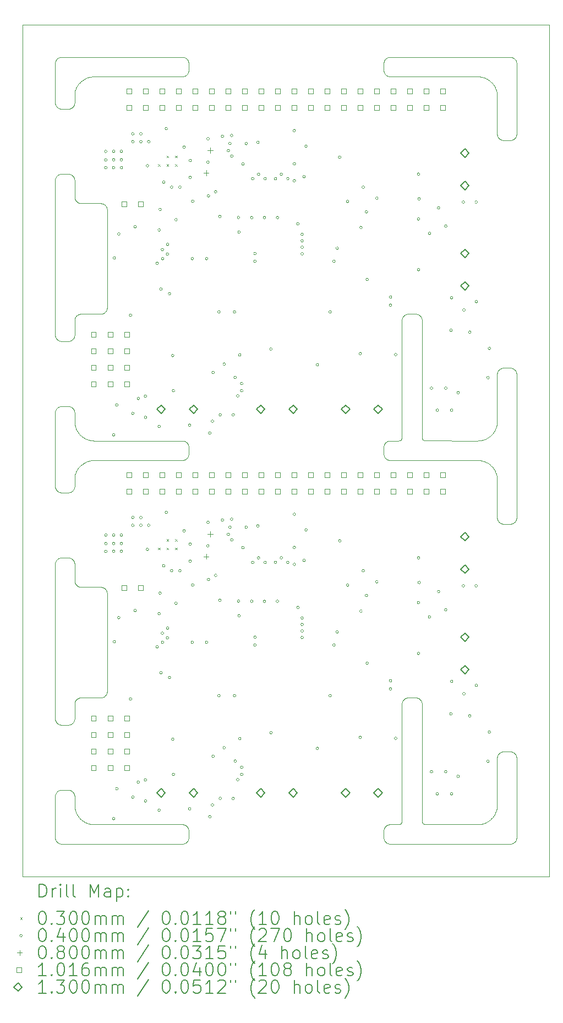
<source format=gbr>
%TF.GenerationSoftware,KiCad,Pcbnew,8.0.2+dfsg-1*%
%TF.CreationDate,2024-06-03T21:11:48+01:00*%
%TF.ProjectId,panel,70616e65-6c2e-46b6-9963-61645f706362,rev?*%
%TF.SameCoordinates,Original*%
%TF.FileFunction,Drillmap*%
%TF.FilePolarity,Positive*%
%FSLAX45Y45*%
G04 Gerber Fmt 4.5, Leading zero omitted, Abs format (unit mm)*
G04 Created by KiCad (PCBNEW 8.0.2+dfsg-1) date 2024-06-03 21:11:48*
%MOMM*%
%LPD*%
G01*
G04 APERTURE LIST*
%ADD10C,0.100000*%
%ADD11C,0.200000*%
%ADD12C,0.101600*%
%ADD13C,0.130000*%
G04 APERTURE END LIST*
D10*
X11366311Y-7875845D02*
X11370971Y-7874306D01*
X13318439Y-8677301D02*
X13314570Y-8680321D01*
X11705570Y-14228428D02*
X11715386Y-14236432D01*
X17933241Y-14268755D02*
X17944468Y-14262890D01*
X11504907Y-3297379D02*
X11500000Y-3297500D01*
X17844172Y-14296700D02*
X17846675Y-14296317D01*
X13343192Y-14547144D02*
X13340773Y-14551415D01*
X12081717Y-12307564D02*
X12078795Y-12311502D01*
X18380321Y-14559574D02*
X18377301Y-14563444D01*
X18068755Y-8233241D02*
X18069870Y-8230967D01*
X17994430Y-2871572D02*
X17984614Y-2863568D01*
X11595694Y-9126529D02*
X11594154Y-9131189D01*
X11998733Y-10650000D02*
X12001266Y-10650032D01*
X11683610Y-4748623D02*
X11686114Y-4749007D01*
X11332844Y-9171595D02*
X11329289Y-9168211D01*
X16595033Y-8398878D02*
X16596305Y-8398572D01*
X11676169Y-10647094D02*
X11678636Y-10647667D01*
X13329095Y-2532844D02*
X13332301Y-2536561D01*
X18152860Y-13191808D02*
X18157244Y-13189601D01*
X18100482Y-7370198D02*
X18101082Y-7365327D01*
X11665128Y-2910470D02*
X11656978Y-2920753D01*
X11668865Y-4745004D02*
X11671282Y-4745762D01*
X11648195Y-10635507D02*
X11650378Y-10636792D01*
X11755532Y-8362890D02*
X11766759Y-8368755D01*
X12007399Y-12349692D02*
X12002502Y-12349936D01*
X11631536Y-8860315D02*
X11630325Y-8862585D01*
X16377699Y-14563444D02*
X16374679Y-14559574D01*
X11626671Y-10617957D02*
X11628416Y-10619792D01*
X18028428Y-14194430D02*
X18036432Y-14184614D01*
X16357997Y-8475706D02*
X16359306Y-8470976D01*
X16371853Y-2755557D02*
X16369227Y-2751410D01*
X16435491Y-2501921D02*
X16440327Y-2501082D01*
X16891789Y-12361805D02*
X16896059Y-12364224D01*
X11600000Y-8099367D02*
X11600016Y-8100633D01*
X18018287Y-2894250D02*
X18016542Y-2892414D01*
X11583147Y-4341943D02*
X11585773Y-4346090D01*
X11717389Y-14237982D02*
X11727598Y-14245479D01*
X16977088Y-14296306D02*
X16978006Y-14296651D01*
X11300000Y-10297500D02*
X11300120Y-10292593D01*
X16356921Y-2719509D02*
X16356082Y-2714673D01*
X11352860Y-7881808D02*
X11357244Y-7879601D01*
X11637807Y-4728277D02*
X11639810Y-4729827D01*
X11390198Y-4297982D02*
X11395093Y-4297620D01*
X11854375Y-2803462D02*
X11851833Y-2803858D01*
X16387844Y-14574100D02*
X16384289Y-14570715D01*
X18359570Y-2519679D02*
X18363439Y-2522699D01*
X16619976Y-8385333D02*
X16620876Y-8384384D01*
X18098557Y-14029087D02*
X18099519Y-14016458D01*
X13293268Y-8692388D02*
X13288689Y-8694154D01*
X11325905Y-6837156D02*
X11322699Y-6833439D01*
X11600096Y-6546201D02*
X11600016Y-6549367D01*
X11348590Y-3283273D02*
X11344443Y-3280647D01*
X16891789Y-6461805D02*
X16896059Y-6464224D01*
X11301921Y-7950491D02*
X11302997Y-7945702D01*
X13355000Y-14500005D02*
X13354879Y-14504911D01*
X18314673Y-13181082D02*
X18319509Y-13181921D01*
X11623843Y-8217130D02*
X11624841Y-8219458D01*
X16421311Y-14594159D02*
X16416731Y-14592392D01*
X18388192Y-13232860D02*
X18390399Y-13237244D01*
X18099519Y-3083542D02*
X18098557Y-3070913D01*
X18114227Y-9631410D02*
X18111808Y-9627140D01*
X16953620Y-14277686D02*
X16953991Y-14278225D01*
X11826038Y-14290709D02*
X11838376Y-14293573D01*
X11332844Y-3271595D02*
X11329289Y-3268211D01*
X11314227Y-7918590D02*
X11316853Y-7914443D01*
X13338147Y-14555562D02*
X13335321Y-14559574D01*
X13338147Y-14344444D02*
X13340773Y-14348591D01*
X18385773Y-2548590D02*
X18388192Y-2552860D01*
X11883542Y-14299519D02*
X11886072Y-14299647D01*
X12061502Y-4771205D02*
X12065292Y-4774315D01*
X18380321Y-7320430D02*
X18383147Y-7324443D01*
X18099984Y-3099367D02*
X18099647Y-3086072D01*
X16355000Y-14500005D02*
X16355000Y-14400004D01*
X17813928Y-8700353D02*
X17800633Y-8700016D01*
X16445198Y-8400486D02*
X16450093Y-8400125D01*
X16430702Y-14303001D02*
X16435491Y-14301926D01*
X18100000Y-9580000D02*
X18100000Y-9000633D01*
X18046926Y-14170323D02*
X18053896Y-14159747D01*
X12035999Y-10656748D02*
X12040528Y-10658626D01*
X13325711Y-2770711D02*
X13322156Y-2774095D01*
X11380491Y-2501921D02*
X11385327Y-2501082D01*
X11666777Y-8808496D02*
X11665128Y-8810470D01*
X11737522Y-8746916D02*
X11735351Y-8748295D01*
X11605815Y-10583532D02*
X11606695Y-10585907D01*
X16399443Y-14316857D02*
X16403590Y-14314232D01*
X16416731Y-2792388D02*
X16412244Y-2790399D01*
X16391561Y-8422703D02*
X16395430Y-8419684D01*
X11657112Y-4740309D02*
X11659413Y-4741367D01*
X18161732Y-3772388D02*
X18157244Y-3770399D01*
X16957866Y-14283079D02*
X16958767Y-14284027D01*
X11314227Y-12721410D02*
X11311808Y-12717140D01*
X11301921Y-6789509D02*
X11301082Y-6784673D01*
X11366311Y-10203346D02*
X11370971Y-10201806D01*
X11715386Y-14236432D02*
X11717389Y-14237982D01*
X17970323Y-2853074D02*
X17959747Y-2846104D01*
X18061661Y-8853318D02*
X18055236Y-8842403D01*
X11519509Y-13771921D02*
X11524298Y-13772997D01*
X11555557Y-7886853D02*
X11559570Y-7889679D01*
X16627233Y-14276099D02*
X16627916Y-14274984D01*
X16950464Y-14272336D02*
X16950938Y-14273195D01*
X16911804Y-6475899D02*
X16915358Y-6479282D01*
X16445198Y-14599523D02*
X16440327Y-14598922D01*
X16950938Y-14273195D02*
X16952573Y-14276027D01*
X12017128Y-4751514D02*
X12021936Y-4752474D01*
X16380905Y-8432849D02*
X16384289Y-8429294D01*
X12044959Y-6439276D02*
X12040528Y-6441374D01*
X11559570Y-3277821D02*
X11555557Y-3280647D01*
X13349154Y-14533694D02*
X13347388Y-14538273D01*
X13310557Y-14316854D02*
X13314570Y-14319681D01*
X16364601Y-2557244D02*
X16366808Y-2552860D01*
X18081735Y-8202993D02*
X18085832Y-8191008D01*
X18100120Y-7375093D02*
X18100482Y-7370198D01*
X11309601Y-13827244D02*
X11311808Y-13822860D01*
X18324298Y-14597008D02*
X18319509Y-14598083D01*
X11400000Y-10197500D02*
X11500000Y-10197500D01*
X16421311Y-2794154D02*
X16416731Y-2792388D01*
X11693672Y-4749775D02*
X11696201Y-4749904D01*
X18100120Y-13275093D02*
X18100482Y-13270198D01*
X13347388Y-8638268D02*
X13345399Y-8642756D01*
X16596631Y-14298529D02*
X16597581Y-14298281D01*
X12099936Y-6352502D02*
X12099692Y-6357399D01*
X18100000Y-13280000D02*
X18100120Y-13275093D01*
X17919458Y-8724842D02*
X17917130Y-8723843D01*
X16355000Y-8500004D02*
X16355120Y-8495098D01*
X16644660Y-12407230D02*
X16646867Y-12402846D01*
X16980497Y-14297452D02*
X16983340Y-14298213D01*
X11655433Y-8822810D02*
X11647822Y-8833498D01*
X18102997Y-9604298D02*
X18101921Y-9599509D01*
X16844654Y-6450000D02*
X16849560Y-6450120D01*
X11664093Y-10643305D02*
X11666468Y-10644185D01*
X11602906Y-12426169D02*
X11602333Y-12428636D01*
X18314673Y-14598922D02*
X18309802Y-14599523D01*
X11639810Y-10629827D02*
X11641852Y-10631327D01*
X11870913Y-8398557D02*
X11883542Y-8399519D01*
X11626671Y-12382043D02*
X11624973Y-12383923D01*
X18075158Y-14119458D02*
X18076157Y-14117130D01*
X11652593Y-12361979D02*
X11650378Y-12363208D01*
X13259907Y-14300122D02*
X13264802Y-14300483D01*
X16366808Y-2747140D02*
X16364601Y-2742756D01*
X11559570Y-7889679D02*
X11563439Y-7892699D01*
X11624973Y-10616077D02*
X11626671Y-10617957D01*
X16908087Y-6472694D02*
X16911804Y-6475899D01*
X11574095Y-3264656D02*
X11570711Y-3268211D01*
X11659413Y-4741367D02*
X11661741Y-4742366D01*
X11600096Y-12446201D02*
X11600016Y-12449367D01*
X13274509Y-8698079D02*
X13269673Y-8698918D01*
X16968901Y-8392233D02*
X16971166Y-8393541D01*
X18367156Y-13205905D02*
X18370711Y-13209289D01*
X11700633Y-6450000D02*
X11699367Y-6450016D01*
X11590399Y-3240255D02*
X11588192Y-3244640D01*
X18157244Y-9670399D02*
X18152860Y-9668192D01*
X16604968Y-8395649D02*
X16606148Y-8395086D01*
X17972402Y-8754521D02*
X17970323Y-8753074D01*
X11316853Y-12725557D02*
X11314227Y-12721410D01*
X17873962Y-8709290D02*
X17861624Y-8706427D01*
X11603555Y-3033397D02*
X11602962Y-3035900D01*
X18122699Y-7316561D02*
X18125905Y-7312844D01*
X13353078Y-8619509D02*
X13352003Y-8624298D01*
X16944995Y-8348993D02*
X16945012Y-8350296D01*
X16369227Y-8448594D02*
X16371853Y-8444447D01*
X18392388Y-2561732D02*
X18394154Y-2566311D01*
X16945038Y-14251280D02*
X16945083Y-14252260D01*
X17902993Y-14281735D02*
X17905368Y-14280856D01*
X17959747Y-14253896D02*
X17970323Y-14246926D01*
X10800029Y-2000029D02*
X10800000Y-2001227D01*
X13354518Y-8490200D02*
X13354879Y-8495094D01*
X11676169Y-6452906D02*
X11673717Y-6453541D01*
X12099936Y-4847498D02*
X12099968Y-4848734D01*
X11325905Y-3264656D02*
X11322699Y-3260939D01*
X17902993Y-2818265D02*
X17891008Y-2814168D01*
X16634157Y-8356849D02*
X16634243Y-8356200D01*
X17902993Y-8381735D02*
X17905368Y-8380856D01*
X12068925Y-4777608D02*
X12072392Y-4781075D01*
X11613208Y-12400378D02*
X11611979Y-12402593D01*
X11688626Y-10649327D02*
X11691146Y-10649583D01*
X18180491Y-13181921D02*
X18185327Y-13181082D01*
X11307612Y-13831731D02*
X11309601Y-13827244D01*
X16955371Y-8380052D02*
X16956167Y-8381089D01*
X16849560Y-6450120D02*
X16854455Y-6450481D01*
X11724462Y-8755615D02*
X11722365Y-8757105D01*
X11400000Y-4297500D02*
X11500000Y-4297500D01*
X16978326Y-8396728D02*
X16980814Y-8397537D01*
X11678636Y-6452333D02*
X11676169Y-6452906D01*
X16391561Y-8677301D02*
X16387844Y-8674095D01*
X11631245Y-8233241D02*
X11637109Y-8244468D01*
X11823636Y-8709746D02*
X11821148Y-8710401D01*
X16915358Y-12379282D02*
X16918743Y-12382837D01*
X18380321Y-3739570D02*
X18377301Y-3743439D01*
X11325905Y-2532844D02*
X11329289Y-2529289D01*
X18899970Y-2000029D02*
X18898773Y-2000000D01*
X16589868Y-8399696D02*
X16591164Y-8399525D01*
X16613225Y-14291009D02*
X16614023Y-14290437D01*
X16356921Y-8619509D02*
X16356082Y-8614673D01*
X11630130Y-14130967D02*
X11631245Y-14133241D01*
X18085832Y-14091008D02*
X18086590Y-14088591D01*
X13255000Y-8400001D02*
X13259907Y-8400122D01*
X18399518Y-2590198D02*
X18399880Y-2595093D01*
X16629759Y-8371519D02*
X16629899Y-8371224D01*
X18399518Y-13270198D02*
X18399880Y-13275093D01*
X13329095Y-14332845D02*
X13332301Y-14336562D01*
X16630791Y-14269115D02*
X16631846Y-14266368D01*
X18338268Y-9672388D02*
X18333689Y-9674154D01*
X16440327Y-8401087D02*
X16445198Y-8400486D01*
X16624272Y-14280408D02*
X16625068Y-14279370D01*
X18351410Y-3765773D02*
X18347140Y-3768192D01*
X11623843Y-14117130D02*
X11624841Y-14119458D01*
X16399443Y-2516853D02*
X16403590Y-2514227D01*
X18099984Y-8999367D02*
X18099647Y-8986072D01*
X11599518Y-6779802D02*
X11598918Y-6784673D01*
X11370971Y-9193194D02*
X11366311Y-9191654D01*
X13354518Y-14390199D02*
X13354879Y-14395094D01*
X11329289Y-14570715D02*
X11325905Y-14567160D01*
X11779142Y-2825000D02*
X11776784Y-2826030D01*
X16360845Y-8466315D02*
X16362612Y-8461736D01*
X11577301Y-12733439D02*
X11574095Y-12737156D01*
X18374095Y-14567160D02*
X18370711Y-14570715D01*
X11604237Y-6521282D02*
X11603541Y-6523717D01*
X12021936Y-12347526D02*
X12017128Y-12348485D01*
X11883028Y-8700503D02*
X11869946Y-8701515D01*
X16628414Y-8374138D02*
X16628570Y-8373851D01*
X18090710Y-3026038D02*
X18090075Y-3023586D01*
X11900643Y-2800000D02*
X11899357Y-2800016D01*
X13353078Y-14519514D02*
X13352003Y-14524303D01*
X11598078Y-12689509D02*
X11597003Y-12694298D01*
X11611979Y-10597407D02*
X11613208Y-10599622D01*
X16356082Y-2714673D02*
X16355481Y-2709802D01*
X18200000Y-13180000D02*
X18300000Y-13180000D01*
X16989777Y-14299337D02*
X16991081Y-14299439D01*
X18119679Y-3739570D02*
X18116853Y-3735557D01*
X11776784Y-2826030D02*
X11764899Y-2831588D01*
X11605917Y-14059142D02*
X11606427Y-14061624D01*
X16989775Y-8399352D02*
X16990754Y-8399422D01*
X13329095Y-8667156D02*
X13325711Y-8670711D01*
X11666468Y-6455815D02*
X11664093Y-6456695D01*
X11319679Y-10237930D02*
X11322699Y-10234061D01*
X12012278Y-10650792D02*
X12017128Y-10651514D01*
X13269673Y-2501082D02*
X13274509Y-2501921D01*
X11650378Y-12363208D02*
X11648195Y-12364493D01*
X16701368Y-12355844D02*
X16706028Y-12354305D01*
X11599879Y-9102407D02*
X11599518Y-9107302D01*
X11551410Y-7884227D02*
X11555557Y-7886853D01*
X16387844Y-2774095D02*
X16384289Y-2770711D01*
X11307612Y-4359232D02*
X11309601Y-4354744D01*
X11692414Y-8316542D02*
X11694250Y-8318287D01*
X18898773Y-2000000D02*
X10801227Y-2000000D01*
X16971166Y-8393541D02*
X16972315Y-8394165D01*
X11585773Y-10246090D02*
X11588192Y-10250360D01*
X16356921Y-14519514D02*
X16356082Y-14514678D01*
X11366311Y-14594159D02*
X11361731Y-14592392D01*
X13345399Y-8457246D02*
X13347388Y-8461733D01*
X18098301Y-8968393D02*
X18096701Y-8955828D01*
X12075684Y-6415292D02*
X12072392Y-6418925D01*
X18394154Y-3713689D02*
X18392388Y-3718268D01*
X18075158Y-8880542D02*
X18069870Y-8869033D01*
X11600417Y-10558854D02*
X11600673Y-10561374D01*
X18399880Y-13275093D02*
X18400000Y-13280000D01*
X11509802Y-6869518D02*
X11504907Y-6869879D01*
X18068755Y-8866759D02*
X18062891Y-8855532D01*
X16996298Y-8399645D02*
X17799356Y-8400000D01*
X12061502Y-12328795D02*
X12057564Y-12331717D01*
X11500000Y-6870000D02*
X11400000Y-6870000D01*
X11838924Y-8706209D02*
X11836406Y-8706734D01*
X13350694Y-8470973D02*
X13352003Y-8475703D01*
X17859143Y-8394082D02*
X17861624Y-8393573D01*
X11646104Y-8259747D02*
X11653074Y-8270323D01*
X11617226Y-12393931D02*
X11615833Y-12396046D01*
X11648195Y-4735507D02*
X11650378Y-4736792D01*
X11524298Y-10200497D02*
X11529028Y-10201806D01*
X12078795Y-6411502D02*
X12075684Y-6415292D01*
X18319509Y-2501921D02*
X18324298Y-2502997D01*
X16366808Y-8647140D02*
X16364601Y-8642756D01*
X18069870Y-2969033D02*
X18068755Y-2966759D01*
X16425971Y-2504306D02*
X16430702Y-2502997D01*
X16634645Y-14248697D02*
X16635052Y-12449977D01*
X11606427Y-14061624D02*
X11609290Y-14073962D01*
X18304907Y-13180120D02*
X18309802Y-13180481D01*
X18370711Y-7309289D02*
X18374095Y-7312844D01*
X11715386Y-8336432D02*
X11717389Y-8337982D01*
X18333689Y-7285845D02*
X18338268Y-7287612D01*
X18309802Y-7280481D02*
X18314673Y-7281082D01*
X13340773Y-2548590D02*
X13343192Y-2552860D01*
X11542755Y-7879601D02*
X11547140Y-7881808D01*
X11666468Y-4744185D02*
X11668865Y-4745004D01*
X18098301Y-8131607D02*
X18098557Y-8129087D01*
X18090075Y-14076414D02*
X18090710Y-14073962D01*
X13350694Y-14529033D02*
X13349154Y-14533694D01*
X17946682Y-8361661D02*
X17957597Y-8355236D01*
X16945631Y-14257464D02*
X16945791Y-14258432D01*
X18107612Y-7341731D02*
X18109601Y-7337244D01*
X11740253Y-8353896D02*
X11742402Y-8355236D01*
X16617084Y-8387983D02*
X16619027Y-8386233D01*
X11681117Y-4748176D02*
X11683610Y-4748623D01*
X11855828Y-8396701D02*
X11868393Y-8398301D01*
X11302997Y-12694298D02*
X11301921Y-12689509D01*
X16360845Y-14366315D02*
X16362612Y-14361736D01*
X11336561Y-4320199D02*
X11340430Y-4317179D01*
X18099647Y-8113928D02*
X18099984Y-8100633D01*
X18140430Y-3760321D02*
X18136561Y-3757301D01*
X11555557Y-4314353D02*
X11559570Y-4317179D01*
X16360845Y-2733689D02*
X16359306Y-2729029D01*
X12057564Y-6431717D02*
X12053488Y-6434442D01*
X18100120Y-3684907D02*
X18100000Y-3680000D01*
X11300481Y-10287698D02*
X11301082Y-10282827D01*
X18309802Y-2500482D02*
X18314673Y-2501082D01*
X11301921Y-13850491D02*
X11302997Y-13845702D01*
X12072392Y-12318925D02*
X12068925Y-12322392D01*
X11329289Y-4326789D02*
X11332844Y-4323405D01*
X11632043Y-12376671D02*
X11630207Y-12378416D01*
X11646385Y-2935631D02*
X11639334Y-2946697D01*
X18347140Y-13191808D02*
X18351410Y-13194227D01*
X11352860Y-14588197D02*
X11348590Y-14585777D01*
X11711866Y-8764975D02*
X11709848Y-8766570D01*
X18314673Y-9678918D02*
X18309802Y-9679518D01*
X12007399Y-10650308D02*
X12012278Y-10650792D01*
X16952573Y-14276027D02*
X16953080Y-14276867D01*
X11595694Y-13840971D02*
X11597003Y-13845702D01*
X16988481Y-14299166D02*
X16989777Y-14299337D01*
X11504907Y-13770120D02*
X11509802Y-13770481D01*
X18390399Y-7337244D02*
X18392388Y-7341731D01*
X12026692Y-12346332D02*
X12021936Y-12347526D01*
X11529028Y-10201806D02*
X11533689Y-10203346D01*
X16395430Y-14580325D02*
X16391561Y-14577306D01*
X17970323Y-8753074D02*
X17959747Y-8746104D01*
X12098485Y-4832872D02*
X12099208Y-4837722D01*
X11686114Y-6450993D02*
X11683610Y-6451377D01*
X16953093Y-8376858D02*
X16953834Y-8377936D01*
X16362612Y-14538273D02*
X16360845Y-14533694D01*
X11314227Y-4346090D02*
X11316853Y-4341943D01*
X11604237Y-12421282D02*
X11603541Y-12423717D01*
X16357997Y-14375706D02*
X16359306Y-14370976D01*
X18392388Y-3718268D02*
X18390399Y-3722755D01*
X11538268Y-6862388D02*
X11533689Y-6864154D01*
X11336561Y-2522699D02*
X11340430Y-2519679D01*
X13297755Y-2790399D02*
X13293268Y-2792388D01*
X11538268Y-12762388D02*
X11533689Y-12764154D01*
X11683458Y-8307586D02*
X11692414Y-8316542D01*
X11630325Y-8862585D02*
X11624449Y-8874316D01*
X18053896Y-14159747D02*
X18055236Y-14157597D01*
X18104306Y-3709028D02*
X18102997Y-3704298D01*
X12031383Y-10655094D02*
X12035999Y-10656748D01*
X16960616Y-8385876D02*
X16962560Y-8387626D01*
X16696789Y-6457610D02*
X16701368Y-6455844D01*
X18333689Y-14594159D02*
X18329029Y-14595699D01*
X16627916Y-14274984D02*
X16628540Y-14273835D01*
X18359570Y-14580325D02*
X18355557Y-14583151D01*
X13288689Y-14594159D02*
X13284028Y-14595699D01*
X16651913Y-6494431D02*
X16654739Y-6490419D01*
X12086963Y-10700717D02*
X12089276Y-10705040D01*
X18385773Y-7328590D02*
X18388192Y-7332860D01*
X16868949Y-6452996D02*
X16873679Y-6454305D01*
X18111808Y-9627140D02*
X18109601Y-9622756D01*
X11595694Y-4368471D02*
X11597003Y-4373202D01*
X11305845Y-12703689D02*
X11304306Y-12699028D01*
X11600016Y-10550633D02*
X11600096Y-10553798D01*
X11607634Y-10588259D02*
X11608633Y-10590587D01*
X11615833Y-6496046D02*
X11614493Y-6498195D01*
X17946682Y-14261661D02*
X17957597Y-14255236D01*
X11301921Y-14519514D02*
X11301082Y-14514678D01*
X11300120Y-2595093D02*
X11300481Y-2590198D01*
X16878339Y-12355844D02*
X16882918Y-12357610D01*
X11555557Y-3280647D02*
X11551410Y-3283273D01*
X11400000Y-2500000D02*
X13255000Y-2500000D01*
X18399880Y-7375093D02*
X18400000Y-7380000D01*
X16940344Y-12420957D02*
X16941653Y-12425686D01*
X16635174Y-6545071D02*
X16635536Y-6540177D01*
X11647822Y-8833498D02*
X11646385Y-8835631D01*
X12084442Y-6403488D02*
X12081717Y-6407564D01*
X17846675Y-8396317D02*
X17859143Y-8394082D01*
X11538268Y-13777612D02*
X11542755Y-13779601D01*
X11375702Y-6867003D02*
X11370971Y-6865694D01*
X17930967Y-8369870D02*
X17933241Y-8368755D01*
X17816458Y-8399519D02*
X17829087Y-8398557D01*
X16357997Y-14524303D02*
X16356921Y-14519514D01*
X11348590Y-12755773D02*
X11344443Y-12753147D01*
X11344443Y-9180647D02*
X11340430Y-9177821D01*
X16588564Y-14299799D02*
X16589868Y-14299696D01*
X18355557Y-13196853D02*
X18359570Y-13199679D01*
X11735351Y-2848295D02*
X11724462Y-2855615D01*
X11300000Y-4397500D02*
X11300120Y-4392593D01*
X17888591Y-8713410D02*
X17876414Y-8709925D01*
X18385773Y-13228590D02*
X18388192Y-13232860D01*
X11599879Y-6774907D02*
X11599518Y-6779802D01*
X11304306Y-14529033D02*
X11302997Y-14524303D01*
X11671572Y-8294430D02*
X11673222Y-8296352D01*
X11301082Y-7955327D02*
X11301921Y-7950491D01*
X18099519Y-14016458D02*
X18099647Y-14013928D01*
X11357244Y-13779601D02*
X11361731Y-13777612D01*
X11729677Y-14246926D02*
X11740253Y-14253896D01*
X16606148Y-8395086D02*
X16608770Y-8393750D01*
X18180491Y-7281921D02*
X18185327Y-7281082D01*
X17930967Y-2830130D02*
X17919458Y-2824841D01*
X18329029Y-13184306D02*
X18333689Y-13185845D01*
X11559570Y-9177821D02*
X11555557Y-9180647D01*
X11599518Y-3207302D02*
X11598918Y-3212173D01*
X11336561Y-14577306D02*
X11332844Y-14574100D01*
X16878339Y-6455844D02*
X16882918Y-6457610D01*
X18005750Y-8781713D02*
X17996352Y-8773222D01*
X18046926Y-8270323D02*
X18053896Y-8259747D01*
X18096317Y-8953325D02*
X18094082Y-8940857D01*
X12072392Y-6418925D02*
X12068925Y-6422392D01*
X11329289Y-2529289D02*
X11332844Y-2525905D01*
X11673222Y-8296352D02*
X11681713Y-8305750D01*
X16355120Y-14395098D02*
X16355481Y-14390203D01*
X11380491Y-7871921D02*
X11385327Y-7871082D01*
X13288689Y-14305847D02*
X13293268Y-14307613D01*
X11307612Y-3235768D02*
X11305845Y-3231189D01*
X11585773Y-13818590D02*
X11588192Y-13822860D01*
X11390198Y-10197982D02*
X11395093Y-10197620D01*
X16450093Y-14300125D02*
X16455000Y-14300004D01*
X11626671Y-6482043D02*
X11624973Y-6483923D01*
X16395430Y-2519679D02*
X16399443Y-2516853D01*
X18363439Y-7302699D02*
X18367156Y-7305905D01*
X18370711Y-2529289D02*
X18374095Y-2532844D01*
X11375702Y-12767003D02*
X11370971Y-12765694D01*
X18314673Y-7281082D02*
X18319509Y-7281921D01*
X11344443Y-13786853D02*
X11348590Y-13784227D01*
X17816458Y-8700481D02*
X17813928Y-8700353D01*
X11600266Y-3048733D02*
X11600033Y-3050003D01*
X16991081Y-14299439D02*
X16993704Y-14299577D01*
X16896059Y-12364224D02*
X16900205Y-12366849D01*
X16646867Y-12402846D02*
X16649287Y-12398577D01*
X11633923Y-6474973D02*
X11632043Y-6476671D01*
X11624449Y-8874316D02*
X11623357Y-8876645D01*
X13335321Y-14340431D02*
X13338147Y-14344444D01*
X11611979Y-4697407D02*
X11613208Y-4699622D01*
X11583147Y-13814443D02*
X11585773Y-13818590D01*
X11385327Y-7871082D02*
X11390198Y-7870481D01*
X11336561Y-7892699D02*
X11340430Y-7889679D01*
X11602962Y-8935900D02*
X11600266Y-8948734D01*
X17982611Y-14237982D02*
X17984614Y-14236432D01*
X18080856Y-8205368D02*
X18081735Y-8202993D01*
X18125905Y-13212844D02*
X18129289Y-13209289D01*
X13293268Y-14592392D02*
X13288689Y-14594159D01*
X18300000Y-3780000D02*
X18200000Y-3780000D01*
X11309601Y-2557244D02*
X11311808Y-2552860D01*
X11657112Y-12359691D02*
X11654838Y-12360806D01*
X12099208Y-12262278D02*
X12098485Y-12267128D01*
X11348590Y-2514227D02*
X11352860Y-2511808D01*
X11305845Y-13836311D02*
X11307612Y-13831731D01*
X13264802Y-8400483D02*
X13269673Y-8401084D01*
X11808992Y-8385832D02*
X11811409Y-8386590D01*
X11314227Y-13818590D02*
X11316853Y-13814443D01*
X16407860Y-14311812D02*
X16412244Y-14309605D01*
X11600481Y-14016458D02*
X11601443Y-14029087D01*
X11302997Y-14524303D02*
X11301921Y-14519514D01*
X11811409Y-8386590D02*
X11823586Y-8390075D01*
X16657759Y-12386551D02*
X16660965Y-12382835D01*
X16634645Y-8348697D02*
X16635052Y-6549977D01*
X13259907Y-8699880D02*
X13255000Y-8700000D01*
X16854455Y-6450481D02*
X16859326Y-6451082D01*
X16450093Y-14599884D02*
X16445198Y-14599523D01*
X11666468Y-12355815D02*
X11664093Y-12356695D01*
X16399443Y-2783147D02*
X16395430Y-2780321D01*
X18101921Y-7360491D02*
X18102997Y-7355702D01*
X11694250Y-8318287D02*
X11703648Y-8326778D01*
X11699367Y-4749984D02*
X11700633Y-4750000D01*
X18055236Y-2942402D02*
X18053896Y-2940253D01*
X11567156Y-3271595D02*
X11563439Y-3274801D01*
X11340430Y-9177821D02*
X11336561Y-9174801D01*
X11602962Y-3035900D02*
X11600266Y-3048733D01*
X16950938Y-8373195D02*
X16952410Y-8375743D01*
X18119679Y-9639570D02*
X18116853Y-9635557D01*
X18026778Y-14196352D02*
X18028428Y-14194430D01*
X11385327Y-12768918D02*
X11380491Y-12768078D01*
X18388192Y-3727140D02*
X18385773Y-3731410D01*
X18190198Y-3779518D02*
X18185327Y-3778918D01*
X13284029Y-14304307D02*
X13288689Y-14305847D01*
X17996352Y-8773222D02*
X17994430Y-8771572D01*
X11551410Y-3283273D02*
X11547140Y-3285692D01*
X12075684Y-10684708D02*
X12078795Y-10688498D01*
X12057564Y-12331717D02*
X12053488Y-12334442D01*
X11614168Y-8191008D02*
X11618265Y-8202993D01*
X11563439Y-10220199D02*
X11567156Y-10223405D01*
X11529028Y-4301806D02*
X11533689Y-4303346D01*
X11588192Y-4350360D02*
X11590399Y-4354744D01*
X11307612Y-9135768D02*
X11305845Y-9131189D01*
X11509802Y-13770481D02*
X11514673Y-13771082D01*
X16664349Y-6479281D02*
X16667904Y-6475898D01*
X11598078Y-13850491D02*
X11598918Y-13855327D01*
X11659413Y-6458633D02*
X11657112Y-6459691D01*
X11555557Y-6853147D02*
X11551410Y-6855773D01*
X16927795Y-12394433D02*
X16930421Y-12398579D01*
X16430702Y-14597008D02*
X16425971Y-14595699D01*
X11319679Y-2540430D02*
X11322699Y-2536561D01*
X18338268Y-7287612D02*
X18342756Y-7289601D01*
X17799356Y-8400000D02*
X17800644Y-8399984D01*
X16585954Y-14299936D02*
X16588564Y-14299799D01*
X16387844Y-14325909D02*
X16391561Y-14322703D01*
X13288689Y-2794154D02*
X13284028Y-2795694D01*
X13338147Y-2755557D02*
X13335321Y-2759570D01*
X18304907Y-14599884D02*
X18300000Y-14600005D01*
X11361731Y-13777612D02*
X11366311Y-13775845D01*
X11656978Y-8820753D02*
X11655433Y-8822810D01*
X11329289Y-9168211D02*
X11325905Y-9164656D01*
X11675446Y-2898646D02*
X11666777Y-2908496D01*
X13269673Y-8401084D02*
X13274509Y-8401923D01*
X16591164Y-8399525D02*
X16593748Y-8399116D01*
X11671282Y-12354237D02*
X11668865Y-12354996D01*
X18185327Y-9678918D02*
X18180491Y-9678079D01*
X11300000Y-2600000D02*
X11300120Y-2595093D01*
X12089276Y-4805040D02*
X12091374Y-4809472D01*
X11602333Y-12428636D02*
X11601823Y-12431117D01*
X18398918Y-7365327D02*
X18399518Y-7370198D01*
X16606149Y-14295085D02*
X16607329Y-14294522D01*
X11607634Y-12411741D02*
X11606695Y-12414093D01*
X11524298Y-6867003D02*
X11519509Y-6868078D01*
X17957597Y-2844764D02*
X17946682Y-2838339D01*
X11519509Y-12768078D02*
X11514673Y-12768918D01*
X11302997Y-4373202D02*
X11304306Y-4368471D01*
X12094906Y-4818617D02*
X12096332Y-4823308D01*
X11630325Y-2962585D02*
X11624449Y-2974316D01*
X18005750Y-8318287D02*
X18007586Y-8316542D01*
X11352860Y-4309308D02*
X11357244Y-4307101D01*
X16921948Y-12386552D02*
X16924968Y-12390421D01*
X18062891Y-8244468D02*
X18068755Y-8233241D01*
X11638339Y-8246682D02*
X11644764Y-8257597D01*
X18300000Y-13180000D02*
X18304907Y-13180120D01*
X18005750Y-14218287D02*
X18007586Y-14216542D01*
X12002502Y-12349936D02*
X12001266Y-12349968D01*
X18397003Y-7355702D02*
X18398079Y-7360491D01*
X16947913Y-14266318D02*
X16948968Y-14269065D01*
X11348590Y-14585777D02*
X11344443Y-14583151D01*
X16366808Y-8452865D02*
X16369227Y-8448594D01*
X11603541Y-4676283D02*
X11604237Y-4678718D01*
X17873962Y-14290709D02*
X17876414Y-14290075D01*
X12026692Y-6446332D02*
X12021936Y-6447526D01*
X16949338Y-8369974D02*
X16949743Y-8370868D01*
X16973196Y-14294594D02*
X16976184Y-14295924D01*
X18136561Y-7302699D02*
X18140430Y-7299679D01*
X12086963Y-6399283D02*
X12084442Y-6403488D01*
X11697835Y-8776667D02*
X11688201Y-8785574D01*
X18166311Y-9674154D02*
X18161732Y-9672388D01*
X18098557Y-3070913D02*
X18098301Y-3068393D01*
X11300000Y-6770000D02*
X11300000Y-4397500D01*
X11366311Y-6864154D02*
X11361731Y-6862388D01*
X11574095Y-12737156D02*
X11570711Y-12740711D01*
X11519509Y-3295578D02*
X11514673Y-3296418D01*
X13352003Y-14524303D02*
X13350694Y-14529033D01*
X11600000Y-3197500D02*
X11599879Y-3202407D01*
X13279298Y-14302998D02*
X13284029Y-14304307D01*
X11311808Y-6817140D02*
X11309601Y-6812755D01*
X18319509Y-13181921D02*
X18324298Y-13182997D01*
X11322699Y-10234061D02*
X11325905Y-10230344D01*
X17959747Y-8353896D02*
X17970323Y-8346926D01*
X18398918Y-3694673D02*
X18398079Y-3699509D01*
X11655433Y-2922810D02*
X11647822Y-2933498D01*
X11538268Y-3289888D02*
X11533689Y-3291654D01*
X11302997Y-6794298D02*
X11301921Y-6789509D01*
X16710758Y-6452996D02*
X16715546Y-6451921D01*
X11504907Y-6869879D02*
X11500000Y-6870000D01*
X17984614Y-2863568D02*
X17982611Y-2862017D01*
X16391561Y-2522699D02*
X16395430Y-2519679D01*
X11691146Y-10649583D02*
X11693672Y-10649775D01*
X18016542Y-8792414D02*
X18007586Y-8783458D01*
X11694250Y-14218287D02*
X11703648Y-14226778D01*
X16924968Y-6490421D02*
X16927795Y-6494433D01*
X18383147Y-7324443D02*
X18385773Y-7328590D01*
X11352860Y-12758192D02*
X11348590Y-12755773D01*
X11567156Y-12744095D02*
X11563439Y-12747301D01*
X16360845Y-2566311D02*
X16362612Y-2561732D01*
X11300120Y-14504911D02*
X11300000Y-14500005D01*
X11319679Y-7910430D02*
X11322699Y-7906561D01*
X13340773Y-14551415D02*
X13338147Y-14555562D01*
X16624498Y-8380169D02*
X16625080Y-8379379D01*
X11611633Y-3005747D02*
X11607631Y-3018243D01*
X11332844Y-13795905D02*
X11336561Y-13792699D01*
X11325905Y-13802844D02*
X11329289Y-13799289D01*
X16675490Y-12369674D02*
X16679502Y-12366848D01*
X12078795Y-12311502D02*
X12075684Y-12315292D01*
X16355120Y-2704907D02*
X16355000Y-2700000D01*
X11657112Y-10640309D02*
X11659413Y-10641367D01*
X11595694Y-3226528D02*
X11594154Y-3231189D01*
X11314227Y-10246090D02*
X11316853Y-10241943D01*
X11654838Y-12360806D02*
X11652593Y-12361979D01*
X11643931Y-12367226D02*
X11641852Y-12368673D01*
X16357997Y-8624298D02*
X16356921Y-8619509D01*
X12100000Y-10751267D02*
X12100000Y-12248733D01*
X16395430Y-8680321D02*
X16391561Y-8677301D01*
X16725252Y-6450481D02*
X16730146Y-6450120D01*
X17888591Y-14286590D02*
X17891008Y-14285832D01*
X11604996Y-6518865D02*
X11604237Y-6521282D01*
X11600000Y-10297500D02*
X11600000Y-10549367D01*
X12017128Y-12348485D02*
X12012278Y-12349208D01*
X16412244Y-2509601D02*
X16416731Y-2507612D01*
X11821148Y-2810400D02*
X11808549Y-2814065D01*
X13297755Y-14590403D02*
X13293268Y-14592392D01*
X13293268Y-8407613D02*
X13297756Y-8409602D01*
X11322699Y-2536561D02*
X11325905Y-2532844D01*
X11604237Y-10578718D02*
X11604996Y-10581135D01*
X11870913Y-14298557D02*
X11883542Y-14299519D01*
X11370971Y-6865694D02*
X11366311Y-6864154D01*
X16639363Y-6520954D02*
X16640904Y-6516294D01*
X11594154Y-13836311D02*
X11595694Y-13840971D01*
X18300000Y-9680000D02*
X18200000Y-9680000D01*
X16625630Y-8378567D02*
X16627411Y-8375824D01*
X11600033Y-8950003D02*
X11600000Y-8951294D01*
X12098485Y-10732872D02*
X12099208Y-10737722D01*
X16725252Y-12350481D02*
X16730146Y-12350120D01*
X17984614Y-8763568D02*
X17982611Y-8762017D01*
X11598918Y-3212173D02*
X11598078Y-3217009D01*
X11630207Y-6478416D02*
X11628416Y-6480207D01*
X11585773Y-9148910D02*
X11583147Y-9153057D01*
X11709848Y-2866570D02*
X11699768Y-2874970D01*
X16425971Y-14595699D02*
X16421311Y-14594159D01*
X16971437Y-14293727D02*
X16972308Y-14294178D01*
X11623324Y-6485844D02*
X11621723Y-6487807D01*
X11677194Y-8796760D02*
X11675446Y-8798646D01*
X12099208Y-4837722D02*
X12099692Y-4842601D01*
X16632662Y-14263883D02*
X16632922Y-14262937D01*
X12040528Y-4758626D02*
X12044959Y-4760724D01*
X18399518Y-7370198D02*
X18399880Y-7375093D01*
X11336561Y-10220199D02*
X11340430Y-10217179D01*
X11614493Y-4701805D02*
X11615833Y-4703954D01*
X11592388Y-12708268D02*
X11590399Y-12712755D01*
X18036432Y-14184614D02*
X18037983Y-14182611D01*
X18175702Y-9677003D02*
X18170971Y-9675694D01*
X13343192Y-14352862D02*
X13345399Y-14357246D01*
X11646046Y-6465833D02*
X11643931Y-6467226D01*
X11693672Y-6450224D02*
X11691146Y-6450417D01*
X11357244Y-12760399D02*
X11352860Y-12758192D01*
X12065292Y-12325684D02*
X12061502Y-12328795D01*
X11366311Y-4303346D02*
X11370971Y-4301806D01*
X16377699Y-2763439D02*
X16374679Y-2759570D01*
X12053488Y-12334442D02*
X12049283Y-12336963D01*
X16416731Y-2507612D02*
X16421311Y-2505846D01*
X16629899Y-8371224D02*
X16630304Y-8370330D01*
X11348590Y-4311727D02*
X11352860Y-4309308D01*
X18329029Y-9675694D02*
X18324298Y-9677003D01*
X18329029Y-2504306D02*
X18333689Y-2505846D01*
X11600000Y-6550633D02*
X11600000Y-6770000D01*
X11766759Y-8368755D02*
X11769033Y-8369870D01*
X11332844Y-10223405D02*
X11336561Y-10220199D01*
X16374679Y-14559574D02*
X16371853Y-14555562D01*
X11597003Y-7945702D02*
X11598078Y-7950491D01*
X11597003Y-3221798D02*
X11595694Y-3226528D01*
X11357244Y-10207101D02*
X11361731Y-10205112D01*
X12099692Y-12257399D02*
X12099208Y-12262278D01*
X12026692Y-10653668D02*
X12031383Y-10655094D01*
X11385327Y-14598922D02*
X11380491Y-14598083D01*
X13335321Y-2759570D02*
X13332301Y-2763439D01*
X11594154Y-10263811D02*
X11595694Y-10268471D01*
X11305845Y-3231189D02*
X11304306Y-3226528D01*
X11641852Y-6468673D02*
X11639810Y-6470173D01*
X11661741Y-4742366D02*
X11664093Y-4743305D01*
X11563439Y-13792699D02*
X11567156Y-13795905D01*
X16421311Y-8694154D02*
X16416731Y-8692388D01*
X11598078Y-3217009D02*
X11597003Y-3221798D01*
X11668865Y-12354996D02*
X11666468Y-12355815D01*
X10800000Y-15098777D02*
X10800029Y-15099975D01*
X16943569Y-12435310D02*
X16944171Y-12440180D01*
X13354879Y-14504911D02*
X13354518Y-14509806D01*
X12096332Y-12276692D02*
X12094906Y-12281383D01*
X13332301Y-2763439D02*
X13329095Y-2767156D01*
X18390399Y-13237244D02*
X18392388Y-13241731D01*
X11840857Y-14294082D02*
X11853325Y-14296317D01*
X11361731Y-6862388D02*
X11357244Y-6860399D01*
X11529028Y-6865694D02*
X11524298Y-6867003D01*
X11598078Y-4377991D02*
X11598918Y-4382827D01*
X11751013Y-8738900D02*
X11748774Y-8740166D01*
X11309601Y-14542760D02*
X11307612Y-14538273D01*
X18195093Y-13180120D02*
X18200000Y-13180000D01*
X12096332Y-6376692D02*
X12094906Y-6381383D01*
X12035999Y-6443252D02*
X12031383Y-6444906D01*
X11301921Y-3217009D02*
X11301082Y-3212173D01*
X11644764Y-14157597D02*
X11646104Y-14159747D01*
X18080856Y-8894632D02*
X18076157Y-8882870D01*
X13264802Y-2799518D02*
X13259907Y-2799879D01*
X16945012Y-8350296D02*
X16945038Y-8351280D01*
X17799367Y-8700000D02*
X16455000Y-8700000D01*
X18101082Y-7365327D02*
X18101921Y-7360491D01*
X18319509Y-9678079D02*
X18314673Y-9678918D01*
X16595995Y-14298682D02*
X16596631Y-14298529D01*
X11370971Y-12765694D02*
X11366311Y-12764154D01*
X11883542Y-8399519D02*
X11886072Y-8399647D01*
X16873679Y-12354305D02*
X16878339Y-12355844D01*
X16412244Y-2790399D02*
X16407860Y-2788192D01*
X13284028Y-8695694D02*
X13279298Y-8697003D01*
X11635844Y-12373324D02*
X11633923Y-12374973D01*
X11600993Y-10563886D02*
X11601377Y-10566390D01*
X16918743Y-6482837D02*
X16921948Y-6486552D01*
X13302140Y-14311809D02*
X13306410Y-14314228D01*
X11599879Y-13865093D02*
X11600000Y-13870000D01*
X13302140Y-2511808D02*
X13306410Y-2514227D01*
X11395093Y-7870120D02*
X11400000Y-7870000D01*
X11385327Y-2501082D02*
X11390198Y-2500482D01*
X18045479Y-2927598D02*
X18037983Y-2917389D01*
X11590399Y-12712755D02*
X11588192Y-12717140D01*
X11332844Y-7895905D02*
X11336561Y-7892699D01*
X18347140Y-14588197D02*
X18342756Y-14590403D01*
X11348590Y-9183273D02*
X11344443Y-9180647D01*
X16635052Y-12449977D02*
X16635174Y-12445071D01*
X11724462Y-2855615D02*
X11722365Y-2857104D01*
X16646867Y-6502846D02*
X16649287Y-6498577D01*
X11375702Y-10200497D02*
X11380491Y-10199421D01*
X11696201Y-6450096D02*
X11693672Y-6450224D01*
X11753318Y-14261661D02*
X11755532Y-14262890D01*
X17917130Y-14276157D02*
X17919458Y-14275158D01*
X11300120Y-10292593D02*
X11300481Y-10287698D01*
X16985897Y-14298757D02*
X16988481Y-14299166D01*
X18180491Y-3778078D02*
X18175702Y-3777003D01*
X11613208Y-6500378D02*
X11611979Y-6502593D01*
X18016542Y-2892414D02*
X18007586Y-2883458D01*
X17844172Y-8703299D02*
X17831607Y-8701699D01*
X11597003Y-13845702D02*
X11598078Y-13850491D01*
X12001266Y-12349968D02*
X11998733Y-12350000D01*
X11609925Y-8176414D02*
X11613410Y-8188591D01*
X11678636Y-4747667D02*
X11681117Y-4748176D01*
X16377699Y-14336565D02*
X16380905Y-14332849D01*
X16687919Y-6461804D02*
X16692302Y-6459598D01*
X16391561Y-14322703D02*
X16395430Y-14319684D01*
X16421311Y-14305850D02*
X16425971Y-14304310D01*
X17946682Y-8738339D02*
X17944468Y-8737109D01*
X11390198Y-13770481D02*
X11395093Y-13770120D01*
X18102997Y-7355702D02*
X18104306Y-7350971D01*
X18132844Y-13205905D02*
X18136561Y-13202699D01*
X16715546Y-12351921D02*
X16720381Y-12351082D01*
X11329289Y-12740711D02*
X11325905Y-12737156D01*
X13314570Y-8419681D02*
X13318439Y-8422700D01*
X12086963Y-4800717D02*
X12089276Y-4805040D01*
X11600033Y-3050003D02*
X11600000Y-3051294D01*
X11316853Y-4341943D02*
X11319679Y-4337930D01*
X16952410Y-8375743D02*
X16953093Y-8376858D01*
X11366311Y-2505846D02*
X11370971Y-2504306D01*
X16882918Y-12357610D02*
X16887405Y-12359599D01*
X16950464Y-8372336D02*
X16950938Y-8373195D01*
X13314570Y-8680321D02*
X13310557Y-8683147D01*
X16371853Y-14555562D02*
X16369227Y-14551415D01*
X18185327Y-13181082D02*
X18190198Y-13180481D01*
X16356082Y-8614673D02*
X16355481Y-8609802D01*
X12097526Y-4828064D02*
X12098485Y-4832872D01*
X11608633Y-12409413D02*
X11607634Y-12411741D01*
X11567156Y-7895905D02*
X11570711Y-7899289D01*
X18398079Y-9599509D02*
X18397003Y-9604298D01*
X11500000Y-4297500D02*
X11504907Y-4297620D01*
X17996352Y-14226778D02*
X18005750Y-14218287D01*
X16949743Y-14270868D02*
X16950024Y-14271458D01*
X16364601Y-8642756D02*
X16362612Y-8638268D01*
X11657112Y-6459691D02*
X11654838Y-6460806D01*
X18114227Y-7328590D02*
X18116853Y-7324443D01*
X16633825Y-14258782D02*
X16634010Y-14257819D01*
X11663568Y-14184614D02*
X11671572Y-14194430D01*
X11688626Y-4749327D02*
X11691146Y-4749583D01*
X17933241Y-2831245D02*
X17930967Y-2830130D01*
X16416731Y-8692388D02*
X16412244Y-8690399D01*
X16619027Y-8386233D02*
X16619976Y-8385333D01*
X18399518Y-9589802D02*
X18398918Y-9594673D01*
X11301921Y-2580491D02*
X11302997Y-2575702D01*
X11603299Y-8144172D02*
X11603683Y-8146675D01*
X13332301Y-14336562D02*
X13335321Y-14340431D01*
X18398079Y-2580491D02*
X18398918Y-2585327D01*
X11590399Y-10254744D02*
X11592388Y-10259232D01*
X11628416Y-12380207D02*
X11626671Y-12382043D01*
X13302140Y-14588197D02*
X13297755Y-14590403D01*
X16407860Y-8411812D02*
X16412244Y-8409606D01*
X13335321Y-8440431D02*
X13338147Y-8444444D01*
X11322699Y-13806561D02*
X11325905Y-13802844D01*
X13350694Y-8629029D02*
X13349154Y-8633689D01*
X11304306Y-3226528D02*
X11302997Y-3221798D01*
X11673717Y-6453541D02*
X11671282Y-6454237D01*
X18377301Y-2536561D02*
X18380321Y-2540430D01*
X16355120Y-8495098D02*
X16355481Y-8490203D01*
X11697835Y-2876667D02*
X11688201Y-2885574D01*
X18148590Y-13194227D02*
X18152860Y-13191808D01*
X13264802Y-2500482D02*
X13269673Y-2501082D01*
X13279298Y-2502997D02*
X13284028Y-2504306D01*
X11385327Y-3296418D02*
X11380491Y-3295578D01*
X13332301Y-8436562D02*
X13335321Y-8440431D01*
X18388192Y-7332860D02*
X18390399Y-7337244D01*
X18338268Y-3772388D02*
X18333689Y-3774154D01*
X18129289Y-3750711D02*
X18125905Y-3747156D01*
X18046926Y-8829677D02*
X18045479Y-8827598D01*
X11555557Y-13786853D02*
X11559570Y-13789679D01*
X11595694Y-6799028D02*
X11594154Y-6803689D01*
X11598918Y-12684673D02*
X11598078Y-12689509D01*
X12097526Y-10728064D02*
X12098485Y-10732872D01*
X11305845Y-14533694D02*
X11304306Y-14529033D01*
X13343192Y-2552860D02*
X13345399Y-2557244D01*
X12002502Y-4750063D02*
X12007399Y-4750308D01*
X16450093Y-8400125D02*
X16455000Y-8400005D01*
X11300481Y-7960198D02*
X11301082Y-7955327D01*
X11301082Y-9112173D02*
X11300481Y-9107302D01*
X11794632Y-14280856D02*
X11797007Y-14281735D01*
X17846675Y-2803683D02*
X17844172Y-2803299D01*
X13354879Y-14395094D02*
X13355000Y-14400001D01*
X18329029Y-14595699D02*
X18324298Y-14597008D01*
X18119679Y-13220430D02*
X18122699Y-13216561D01*
X16364601Y-14357249D02*
X16366808Y-14352865D01*
X16946108Y-8360036D02*
X16946343Y-8360989D01*
X18028428Y-8294430D02*
X18036432Y-8284614D01*
X11300120Y-12674907D02*
X11300000Y-12670000D01*
X18400000Y-2600000D02*
X18400000Y-3680000D01*
X18007586Y-8316542D02*
X18016542Y-8307586D01*
X12044959Y-4760724D02*
X12049283Y-4763036D01*
X11542755Y-10207101D02*
X11547140Y-10209308D01*
X11609925Y-14076414D02*
X11613410Y-14088591D01*
X18061661Y-2953318D02*
X18055236Y-2942402D01*
X11400000Y-3297500D02*
X11395093Y-3297379D01*
X16359306Y-8629029D02*
X16357997Y-8624298D01*
X18377301Y-13216561D02*
X18380321Y-13220430D01*
X16421311Y-2505846D02*
X16425971Y-2504306D01*
X18136561Y-13202699D02*
X18140430Y-13199679D01*
X18086590Y-8188591D02*
X18090075Y-8176414D01*
X11630207Y-12378416D02*
X11628416Y-12380207D01*
X18170971Y-7284306D02*
X18175702Y-7282997D01*
X11375702Y-9194503D02*
X11370971Y-9193194D01*
X11681713Y-14205750D02*
X11683458Y-14207586D01*
X11542755Y-13779601D02*
X11547140Y-13781808D01*
X11580321Y-12729570D02*
X11577301Y-12733439D01*
X18045479Y-8272401D02*
X18046926Y-8270323D01*
X12097526Y-12271936D02*
X12096332Y-12276692D01*
X18094082Y-3040857D02*
X18093573Y-3038376D01*
X11838376Y-8393573D02*
X11840857Y-8394082D01*
X12099936Y-12252502D02*
X12099692Y-12257399D01*
X18036432Y-2915386D02*
X18028428Y-2905570D01*
X11665128Y-8810470D02*
X11656978Y-8820753D01*
X18093573Y-3038376D02*
X18090710Y-3026038D01*
X11600000Y-12670000D02*
X11599879Y-12674907D01*
X16927795Y-6494433D02*
X16930421Y-6498579D01*
X12093252Y-4814001D02*
X12094906Y-4818617D01*
X13340773Y-2751410D02*
X13338147Y-2755557D01*
X16355000Y-2700000D02*
X16355000Y-2600000D01*
X11357244Y-14590403D02*
X11352860Y-14588197D01*
X16976184Y-14295924D02*
X16977088Y-14296306D01*
X18107612Y-9618268D02*
X18105846Y-9613689D01*
X11592388Y-7931731D02*
X11594154Y-7936311D01*
X11577301Y-6833439D02*
X11574095Y-6837156D01*
X11686114Y-12350993D02*
X11683610Y-12351377D01*
X11300000Y-12670000D02*
X11300000Y-10297500D01*
X13355000Y-2600000D02*
X13355000Y-2700000D01*
X11637807Y-12371723D02*
X11635844Y-12373324D01*
X17984614Y-14236432D02*
X17994430Y-14228428D01*
X11633923Y-4725027D02*
X11635844Y-4726676D01*
X11668865Y-10645004D02*
X11671282Y-10645762D01*
X11661741Y-10642366D02*
X11664093Y-10643305D01*
X16945631Y-8357464D02*
X16945791Y-8358432D01*
X13345399Y-14357246D02*
X13347388Y-14361733D01*
X11300000Y-13870000D02*
X11300120Y-13865093D01*
X18076157Y-14117130D02*
X18080856Y-14105368D01*
X16701368Y-6455844D02*
X16706028Y-6454305D01*
X13347388Y-2561732D02*
X13349154Y-2566311D01*
X16589868Y-14299696D02*
X16591164Y-14299525D01*
X18148590Y-3765773D02*
X18144443Y-3763147D01*
X16945791Y-8358432D02*
X16945910Y-8359075D01*
X11623324Y-4714155D02*
X11624973Y-4716077D01*
X11301921Y-4377991D02*
X11302997Y-4373202D01*
X16623487Y-8381455D02*
X16624100Y-8380688D01*
X11533689Y-12764154D02*
X11529028Y-12765694D01*
X13349154Y-8466312D02*
X13350694Y-8470973D01*
X18394154Y-13246311D02*
X18395694Y-13250971D01*
X18304907Y-2500120D02*
X18309802Y-2500482D01*
X17861624Y-8393573D02*
X17873962Y-8390710D01*
X12072392Y-10681075D02*
X12075684Y-10684708D01*
X13302140Y-2788192D02*
X13297755Y-2790399D01*
X11762597Y-2832737D02*
X11751013Y-2838899D01*
X18383147Y-13224443D02*
X18385773Y-13228590D01*
X11696201Y-10649904D02*
X11699367Y-10649984D01*
X16904218Y-12369675D02*
X16908087Y-12372694D01*
X17919458Y-14275158D02*
X17930967Y-14269870D01*
X11529028Y-12765694D02*
X11524298Y-12767003D01*
X18129289Y-9650711D02*
X18125905Y-9647156D01*
X11727598Y-8345479D02*
X11729677Y-8346926D01*
X18005750Y-2881713D02*
X17996352Y-2873222D01*
X12075684Y-12315292D02*
X12072392Y-12318925D01*
X16618079Y-14287133D02*
X16619027Y-14286233D01*
X16639363Y-12420954D02*
X16640904Y-12416294D01*
X16583333Y-14300005D02*
X16585954Y-14299936D01*
X16445198Y-2500482D02*
X16450093Y-2500120D01*
X13352003Y-2724298D02*
X13350694Y-2729029D01*
X16371853Y-8444447D02*
X16374679Y-8440435D01*
X18125905Y-7312844D02*
X18129289Y-7309289D01*
X11755532Y-14262890D02*
X11766759Y-14268755D01*
X11302997Y-13845702D02*
X11304306Y-13840971D01*
X16625809Y-14278293D02*
X16627233Y-14276099D01*
X13288689Y-8694154D02*
X13284028Y-8695694D01*
X13255000Y-2800000D02*
X11900643Y-2800000D01*
X16430702Y-8697003D02*
X16425971Y-8695694D01*
X13353078Y-2719509D02*
X13352003Y-2724298D01*
X13314570Y-14319681D02*
X13318439Y-14322700D01*
X11686358Y-8787369D02*
X11677194Y-8796760D01*
X11854375Y-8703463D02*
X11851833Y-8703858D01*
X12017128Y-10651514D02*
X12021936Y-10652474D01*
X11309601Y-3240255D02*
X11307612Y-3235768D01*
X16632922Y-14262937D02*
X16633145Y-14261981D01*
X16380905Y-14332849D02*
X16384289Y-14329294D01*
X12012278Y-6449208D02*
X12007399Y-6449692D01*
X11737522Y-2846916D02*
X11735351Y-2848295D01*
X16944171Y-6540180D02*
X16944533Y-6545075D01*
X16435491Y-14301926D02*
X16440327Y-14301087D01*
X18076157Y-8882870D02*
X18075158Y-8880542D01*
X18300000Y-7280000D02*
X18304907Y-7280120D01*
X16950024Y-14271458D02*
X16950464Y-14272336D01*
X16412244Y-14309605D02*
X16416732Y-14307616D01*
X18086590Y-8911409D02*
X18085832Y-8908992D01*
X18007586Y-2883458D02*
X18005750Y-2881713D01*
X11598918Y-10282827D02*
X11599518Y-10287698D01*
X11637109Y-14144468D02*
X11638339Y-14146682D01*
X16944654Y-12449981D02*
X16944995Y-14248993D01*
X12049283Y-4763036D02*
X12053488Y-4765558D01*
X16868949Y-12352996D02*
X16873679Y-12354305D01*
X16988800Y-8399243D02*
X16989775Y-8399352D01*
X16632922Y-8362937D02*
X16633145Y-8361981D01*
X11623324Y-10614155D02*
X11624973Y-10616077D01*
X18399880Y-14504911D02*
X18399518Y-14509806D01*
X11567156Y-13795905D02*
X11570711Y-13799289D01*
X11344443Y-6853147D02*
X11340430Y-6850321D01*
X11620173Y-6489810D02*
X11618673Y-6491852D01*
X16958767Y-14284027D02*
X16960616Y-14285877D01*
X16950024Y-8371458D02*
X16950464Y-8372336D01*
X11300120Y-6774907D02*
X11300000Y-6770000D01*
X11597003Y-10273202D02*
X11598078Y-10277991D01*
X13322156Y-2774095D02*
X13318439Y-2777301D01*
X11395093Y-10197620D02*
X11400000Y-10197500D01*
X16636978Y-6530471D02*
X16638054Y-6525683D01*
X11610806Y-12404838D02*
X11609691Y-12407112D01*
X16366808Y-2552860D02*
X16369227Y-2548590D01*
X18390399Y-3722755D02*
X18388192Y-3727140D01*
X11601377Y-10566390D02*
X11601823Y-10568883D01*
X11519509Y-6868078D02*
X11514673Y-6868918D01*
X11570711Y-10226789D02*
X11574095Y-10230344D01*
X16355481Y-2709802D02*
X16355120Y-2704907D01*
X16948968Y-8369065D02*
X16949338Y-8369974D01*
X18096317Y-14046675D02*
X18096701Y-14044172D01*
X18136561Y-3757301D02*
X18132844Y-3754095D01*
X11606695Y-12414093D02*
X11605815Y-12416468D01*
X13354879Y-8604907D02*
X13354518Y-8609802D01*
X11592388Y-6808268D02*
X11590399Y-6812755D01*
X11559570Y-12750321D02*
X11555557Y-12753147D01*
X16362612Y-8638268D02*
X16360845Y-8633689D01*
X11563439Y-4320199D02*
X11567156Y-4323405D01*
X16949743Y-8370868D02*
X16950024Y-8371458D01*
X16634010Y-8357819D02*
X16634157Y-8356849D01*
X11588192Y-3244640D02*
X11585773Y-3248910D01*
X16591164Y-14299525D02*
X16594071Y-14299065D01*
X11662017Y-14182611D02*
X11663568Y-14184614D01*
X11514673Y-4298582D02*
X11519509Y-4299421D01*
X11699367Y-12350016D02*
X11696201Y-12350096D01*
X16407860Y-14588197D02*
X16403590Y-14585777D01*
X13352003Y-14375703D02*
X13353078Y-14380492D01*
X11319679Y-13810430D02*
X11322699Y-13806561D01*
X11594154Y-6803689D02*
X11592388Y-6808268D01*
X11524298Y-7872997D02*
X11529028Y-7874306D01*
X11900643Y-8700000D02*
X11899357Y-8700017D01*
X11595694Y-12699028D02*
X11594154Y-12703689D01*
X11366311Y-12764154D02*
X11361731Y-12762388D01*
X11380491Y-12768078D02*
X11375702Y-12767003D01*
X16355120Y-14504911D02*
X16355000Y-14500005D01*
X18028428Y-2905570D02*
X18026778Y-2903648D01*
X11681117Y-12351823D02*
X11678636Y-12352333D01*
X16632179Y-14265445D02*
X16632476Y-14264510D01*
X11601443Y-8129087D02*
X11601699Y-8131607D01*
X13325711Y-2529289D02*
X13329095Y-2532844D01*
X16622626Y-14282441D02*
X16624272Y-14280408D01*
X13352003Y-8475703D02*
X13353078Y-8480492D01*
X18090075Y-8923586D02*
X18086590Y-8911409D01*
X16706028Y-12354305D02*
X16710758Y-12352996D01*
X18045479Y-8827598D02*
X18037983Y-8817389D01*
X18093573Y-8938376D02*
X18090710Y-8926038D01*
X18062891Y-14144468D02*
X18068755Y-14133241D01*
X18037983Y-8282611D02*
X18045479Y-8272401D01*
X16970009Y-14292929D02*
X16970862Y-14293414D01*
X12099692Y-4842601D02*
X12099936Y-4847498D01*
X18388192Y-2552860D02*
X18390399Y-2557244D01*
X16960616Y-14285877D02*
X16961565Y-14286777D01*
X11524298Y-3294503D02*
X11519509Y-3295578D01*
X18394154Y-7346311D02*
X18395694Y-7350971D01*
X11307612Y-12708268D02*
X11305845Y-12703689D01*
X11886072Y-14299647D02*
X11899367Y-14299984D01*
X17876414Y-14290075D02*
X17888591Y-14286590D01*
X13314570Y-2780321D02*
X13310557Y-2783147D01*
X11301082Y-13855327D02*
X11301921Y-13850491D01*
X18069870Y-8869033D02*
X18068755Y-8866759D01*
X18300000Y-14600005D02*
X16455000Y-14600005D01*
X12084442Y-4796512D02*
X12086963Y-4800717D01*
X18132844Y-7305905D02*
X18136561Y-7302699D01*
X11683458Y-14207586D02*
X11692414Y-14216542D01*
X11668865Y-6454996D02*
X11666468Y-6455815D01*
X17957597Y-14255236D02*
X17959747Y-14253896D01*
X11400000Y-12770000D02*
X11395093Y-12769879D01*
X11316853Y-2544443D02*
X11319679Y-2540430D01*
X18329029Y-3775694D02*
X18324298Y-3777003D01*
X13279298Y-8697003D02*
X13274509Y-8698079D01*
X11570711Y-12740711D02*
X11567156Y-12744095D01*
X16380905Y-8667156D02*
X16377699Y-8663439D01*
X16435491Y-2798078D02*
X16430702Y-2797003D01*
X17800633Y-2800016D02*
X17799367Y-2800000D01*
X17917130Y-8376157D02*
X17919458Y-8375158D01*
X12035999Y-4756748D02*
X12040528Y-4758626D01*
X13325711Y-8429291D02*
X13329095Y-8432845D01*
X11664093Y-12356695D02*
X11661741Y-12357634D01*
X11998733Y-6450000D02*
X11700633Y-6450000D01*
X12002502Y-6449936D02*
X12001266Y-6449968D01*
X11322699Y-3260939D02*
X11319679Y-3257070D01*
X11613208Y-10599622D02*
X11614493Y-10601805D01*
X11602906Y-10573831D02*
X11603541Y-10576283D01*
X13288689Y-2505846D02*
X13293268Y-2507612D01*
X11606909Y-3020712D02*
X11603555Y-3033397D01*
X11615833Y-12396046D02*
X11614493Y-12398195D01*
X16654739Y-6490419D02*
X16657759Y-6486551D01*
X16369227Y-14348594D02*
X16371853Y-14344447D01*
X11604996Y-4681135D02*
X11605815Y-4683532D01*
X16600085Y-8397524D02*
X16601318Y-8397087D01*
X11570711Y-9168211D02*
X11567156Y-9171595D01*
X11519509Y-10199421D02*
X11524298Y-10200497D01*
X11307612Y-7931731D02*
X11309601Y-7927244D01*
X11500000Y-3297500D02*
X11400000Y-3297500D01*
X11671282Y-6454237D02*
X11668865Y-6454996D01*
X16455000Y-8400005D02*
X16583333Y-8400005D01*
X18355557Y-14583151D02*
X18351410Y-14585777D01*
X11855828Y-14296700D02*
X11868393Y-14298301D01*
X18390399Y-2557244D02*
X18392388Y-2561732D01*
X13318439Y-8422700D02*
X13322156Y-8425906D01*
X11614493Y-6498195D02*
X11613208Y-6500378D01*
X18096317Y-3053325D02*
X18094082Y-3040857D01*
X13345399Y-2557244D02*
X13347388Y-2561732D01*
X11395093Y-4297620D02*
X11400000Y-4297500D01*
X18161732Y-9672388D02*
X18157244Y-9670399D01*
X18090075Y-8176414D02*
X18090710Y-8173962D01*
X13255000Y-8700000D02*
X11900643Y-8700000D01*
X11764899Y-8731588D02*
X11762597Y-8732737D01*
X16403590Y-8414232D02*
X16407860Y-8411812D01*
X11601377Y-6533610D02*
X11600993Y-6536114D01*
X11340430Y-4317179D02*
X11344443Y-4314353D01*
X16937037Y-12411718D02*
X16938804Y-12416297D01*
X11316853Y-3253057D02*
X11314227Y-3248910D01*
X13310557Y-2783147D02*
X13306410Y-2785773D01*
X11606909Y-8920712D02*
X11603555Y-8933397D01*
X11794632Y-8380856D02*
X11797007Y-8381735D01*
X16355481Y-8609802D02*
X16355120Y-8604907D01*
X18055236Y-8842403D02*
X18053896Y-8840253D01*
X18101921Y-9599509D02*
X18101082Y-9594673D01*
X11686358Y-2887369D02*
X11677194Y-2896760D01*
X16982067Y-8397908D02*
X16983339Y-8398213D01*
X11380491Y-13771921D02*
X11385327Y-13771082D01*
X16640904Y-12416294D02*
X16642671Y-12411716D01*
X12053488Y-4765558D02*
X12057564Y-4768283D01*
X11671282Y-10645762D02*
X11673717Y-10646459D01*
X11617226Y-10606069D02*
X11618673Y-10608148D01*
X11823586Y-8390075D02*
X11826038Y-8390710D01*
X11782870Y-8376157D02*
X11794632Y-8380856D01*
X18166311Y-13185845D02*
X18170971Y-13184306D01*
X17891008Y-2814168D02*
X17888591Y-2813410D01*
X18114227Y-13228590D02*
X18116853Y-13224443D01*
X16407860Y-2511808D02*
X16412244Y-2509601D01*
X13322156Y-14574100D02*
X13318439Y-14577306D01*
X11791297Y-8720061D02*
X11779142Y-8725000D01*
X18363439Y-9657301D02*
X18359570Y-9660321D01*
X16667904Y-6475898D02*
X16671620Y-6472693D01*
X11380491Y-3295578D02*
X11375702Y-3294503D01*
X11638008Y-2948901D02*
X11631536Y-2960315D01*
X18304907Y-9679880D02*
X18300000Y-9680000D01*
X16377699Y-8436565D02*
X16380905Y-8432849D01*
X12096332Y-10723308D02*
X12097526Y-10728064D01*
X18347140Y-9668192D02*
X18342756Y-9670399D01*
X12001266Y-10650032D02*
X12002502Y-10650063D01*
X18148590Y-9665773D02*
X18144443Y-9663147D01*
X16986218Y-8398825D02*
X16987181Y-8399010D01*
X16954562Y-14279023D02*
X16955165Y-14279797D01*
X18398918Y-13265327D02*
X18399518Y-13270198D01*
X11600000Y-3051294D02*
X11600000Y-3197500D01*
X13353918Y-2714673D02*
X13353078Y-2719509D01*
X13340773Y-14348591D02*
X13343192Y-14352862D01*
X13338147Y-8444444D02*
X13340773Y-8448591D01*
X16366808Y-14352865D02*
X16369227Y-14348594D01*
X17861624Y-2806427D02*
X17859143Y-2805917D01*
X11551410Y-10211727D02*
X11555557Y-10214353D01*
X18395694Y-2570971D02*
X18397003Y-2575702D01*
X18140430Y-9660321D02*
X18136561Y-9657301D01*
X13347388Y-8461733D02*
X13349154Y-8466312D01*
X18329029Y-7284306D02*
X18333689Y-7285845D01*
X16679502Y-6466848D02*
X16683649Y-6464223D01*
X18338268Y-14592392D02*
X18333689Y-14594159D01*
X13355000Y-2700000D02*
X13354879Y-2704907D01*
X16932840Y-12402849D02*
X16935047Y-12407232D01*
X11600016Y-8100633D02*
X11600353Y-8113928D01*
X17888591Y-2813410D02*
X17876414Y-2809925D01*
X18161732Y-13187612D02*
X18166311Y-13185845D01*
X16687919Y-12361804D02*
X16692302Y-12359598D01*
X18351410Y-13194227D02*
X18355557Y-13196853D01*
X16357997Y-2575702D02*
X16359306Y-2570971D01*
X16945012Y-14250296D02*
X16945038Y-14251280D01*
X13310557Y-14583151D02*
X13306410Y-14585777D01*
X11613410Y-14088591D02*
X11614168Y-14091008D01*
X13322156Y-2525905D02*
X13325711Y-2529289D01*
X11332844Y-4323405D02*
X11336561Y-4320199D01*
X11599518Y-4387698D02*
X11599879Y-4392593D01*
X11332844Y-6844095D02*
X11329289Y-6840711D01*
X17982611Y-8337982D02*
X17984614Y-8336432D01*
X11797007Y-14281735D02*
X11808992Y-14285832D01*
X18370711Y-9650711D02*
X18367156Y-9654095D01*
X12100000Y-6348733D02*
X12099968Y-6351266D01*
X16859326Y-12351082D02*
X16864161Y-12351921D01*
X11607634Y-6511741D02*
X11606695Y-6514093D01*
X16990754Y-8399422D02*
X16993704Y-8399577D01*
X11352860Y-3285692D02*
X11348590Y-3283273D01*
X11611633Y-8905747D02*
X11607631Y-8918243D01*
X11600353Y-8113928D02*
X11600481Y-8116458D01*
X11302997Y-9121798D02*
X11301921Y-9117009D01*
X11559570Y-13789679D02*
X11563439Y-13792699D01*
X10800030Y-15099975D02*
X10801227Y-15100004D01*
X11601823Y-12431117D02*
X11601377Y-12433610D01*
X16374679Y-8440435D02*
X16377699Y-8436565D01*
X17944468Y-8362890D02*
X17946682Y-8361661D01*
X16430702Y-2502997D02*
X16435491Y-2501921D01*
X11340430Y-6850321D02*
X11336561Y-6847301D01*
X11666777Y-2908496D02*
X11665128Y-2910470D01*
X11375702Y-3294503D02*
X11370971Y-3293194D01*
X11580321Y-7910430D02*
X11583147Y-7914443D01*
X18055236Y-14157597D02*
X18061661Y-14146682D01*
X18125905Y-9647156D02*
X18122699Y-9643439D01*
X11400000Y-9197500D02*
X11395093Y-9197380D01*
X18102997Y-3704298D02*
X18101921Y-3699509D01*
X17905368Y-8719144D02*
X17902993Y-8718265D01*
X16706028Y-6454305D02*
X16710758Y-6452996D01*
X17905368Y-2819144D02*
X17902993Y-2818265D01*
X16657759Y-6486551D02*
X16660965Y-6482835D01*
X11385327Y-10198582D02*
X11390198Y-10197982D01*
X18099519Y-8116458D02*
X18099647Y-8113928D01*
X18036432Y-8284614D02*
X18037983Y-8282611D01*
X13325711Y-14570715D02*
X13322156Y-14574100D01*
X11808549Y-2814065D02*
X11806098Y-2814847D01*
X11681713Y-8305750D02*
X11683458Y-8307586D01*
X11533689Y-7875845D02*
X11538268Y-7877612D01*
X17994430Y-8328428D02*
X17996352Y-8326778D01*
X18129289Y-13209289D02*
X18132844Y-13205905D01*
X18355557Y-2516853D02*
X18359570Y-2519679D01*
X11700633Y-10650000D02*
X11998733Y-10650000D01*
X11703648Y-8326778D02*
X11705570Y-8328428D01*
X13274509Y-8401923D02*
X13279298Y-8402998D01*
X11361731Y-2507612D02*
X11366311Y-2505846D01*
X18195093Y-9679880D02*
X18190198Y-9679518D01*
X16667904Y-12375898D02*
X16671620Y-12372693D01*
X12100000Y-12248733D02*
X12099968Y-12251266D01*
X18377301Y-14563444D02*
X18374095Y-14567160D01*
X11336561Y-9174801D02*
X11332844Y-9171595D01*
X13350694Y-2729029D02*
X13349154Y-2733689D01*
X11563439Y-12747301D02*
X11559570Y-12750321D01*
X11366311Y-3291654D02*
X11361731Y-3289888D01*
X11504907Y-7870120D02*
X11509802Y-7870481D01*
X16664349Y-12379281D02*
X16667904Y-12375898D01*
X16730146Y-12350120D02*
X16735052Y-12350000D01*
X11592388Y-4359232D02*
X11594154Y-4363811D01*
X12091374Y-12290528D02*
X12089276Y-12294959D01*
X11600016Y-6549367D02*
X11600000Y-6550633D01*
X16964592Y-14289272D02*
X16965630Y-14290068D01*
X11590399Y-9140256D02*
X11588192Y-9144640D01*
X11336561Y-3274801D02*
X11332844Y-3271595D01*
X11602333Y-10571364D02*
X11602906Y-10573831D01*
X12099968Y-4848734D02*
X12100000Y-4851267D01*
X11613410Y-8188591D02*
X11614168Y-8191008D01*
X11826038Y-8390710D02*
X11838376Y-8393573D01*
X11600417Y-6541146D02*
X11600224Y-6543672D01*
X16412244Y-14590403D02*
X16407860Y-14588197D01*
X18390399Y-9622756D02*
X18388192Y-9627140D01*
X11603541Y-10576283D02*
X11604237Y-10578718D01*
X16357997Y-2724298D02*
X16356921Y-2719509D01*
X11600000Y-12450633D02*
X11600000Y-12670000D01*
X13306410Y-8414229D02*
X13310557Y-8416854D01*
X16937037Y-6511718D02*
X16938804Y-6516297D01*
X11305845Y-7936311D02*
X11307612Y-7931731D01*
X17876414Y-8390075D02*
X17888591Y-8386590D01*
X18304907Y-7280120D02*
X18309802Y-7280481D01*
X11375702Y-7872997D02*
X11380491Y-7871921D01*
X16403590Y-14314232D02*
X16407860Y-14311812D01*
X11608633Y-10590587D02*
X11609691Y-10592888D01*
X11574095Y-13802844D02*
X11577301Y-13806561D01*
X13297756Y-14309602D02*
X13302140Y-14311809D01*
X11300481Y-2590198D02*
X11301082Y-2585327D01*
X11600000Y-4649367D02*
X11600016Y-4650633D01*
X11547140Y-3285692D02*
X11542755Y-3287899D01*
X18100000Y-3100633D02*
X18099984Y-3099367D01*
X16735052Y-12350000D02*
X16844654Y-12350000D01*
X16955165Y-14279797D02*
X16957017Y-14282084D01*
X11370971Y-2504306D02*
X11375702Y-2502997D01*
X16601318Y-14297087D02*
X16602551Y-14296650D01*
X11567156Y-10223405D02*
X11570711Y-10226789D01*
X11793705Y-8719154D02*
X11791297Y-8720061D01*
X11673717Y-12353541D02*
X11671282Y-12354237D01*
X17829087Y-8398557D02*
X17831607Y-8398301D01*
X11509802Y-12769518D02*
X11504907Y-12769879D01*
X11821148Y-8710401D02*
X11808549Y-8714065D01*
X16391561Y-2777301D02*
X16387844Y-2774095D01*
X17970323Y-8346926D02*
X17972402Y-8345479D01*
X16412244Y-8409606D02*
X16416732Y-8407617D01*
X11601823Y-10568883D02*
X11602333Y-10571364D01*
X16416731Y-14592392D02*
X16412244Y-14590403D01*
X16416732Y-8407617D02*
X16421311Y-8405850D01*
X11643931Y-6467226D02*
X11641852Y-6468673D01*
X13354518Y-14509806D02*
X13353918Y-14514678D01*
X16384289Y-14329294D02*
X16387844Y-14325909D01*
X18096701Y-3055828D02*
X18096317Y-3053325D01*
X11673717Y-4746459D02*
X11676169Y-4747094D01*
X11542755Y-9187899D02*
X11538268Y-9189888D01*
X11618265Y-8202993D02*
X11619144Y-8205368D01*
X11635844Y-6473324D02*
X11633923Y-6474973D01*
X16859326Y-6451082D02*
X16864161Y-6451921D01*
X16636138Y-6535306D02*
X16636978Y-6530471D01*
X11529028Y-9193194D02*
X11524298Y-9194503D01*
X18314673Y-3778918D02*
X18309802Y-3779518D01*
X17919458Y-8375158D02*
X17930967Y-8369870D01*
X18351410Y-7294227D02*
X18355557Y-7296853D01*
X11588192Y-10250360D02*
X11590399Y-10254744D01*
X16977093Y-8396292D02*
X16978326Y-8396728D01*
X11348590Y-10211727D02*
X11352860Y-10209308D01*
X11603683Y-8146675D02*
X11605917Y-8159142D01*
X18037983Y-14182611D02*
X18045479Y-14172401D01*
X11314227Y-9148910D02*
X11311808Y-9144640D01*
X11395093Y-13770120D02*
X11400000Y-13770000D01*
X13302140Y-8688192D02*
X13297755Y-8690399D01*
X16455000Y-2800000D02*
X16450093Y-2799879D01*
X18096317Y-8146675D02*
X18096701Y-8144172D01*
X18170971Y-9675694D02*
X18166311Y-9674154D01*
X16425971Y-2795694D02*
X16421311Y-2794154D01*
X12091374Y-4809472D02*
X12093252Y-4814001D01*
X11740253Y-14253896D02*
X11742402Y-14255236D01*
X16953991Y-14278225D02*
X16954562Y-14279023D01*
X16360845Y-14533694D02*
X16359306Y-14529033D01*
X11316853Y-10241943D02*
X11319679Y-10237930D01*
X10801227Y-15100005D02*
X18898773Y-15100005D01*
X16440327Y-2798918D02*
X16435491Y-2798078D01*
X16660965Y-6482835D02*
X16664349Y-6479281D01*
X11500000Y-10197500D02*
X11504907Y-10197620D01*
X11602333Y-4671364D02*
X11602906Y-4673831D01*
X16987181Y-8399010D02*
X16988151Y-8399157D01*
X18383147Y-3735557D02*
X18380321Y-3739570D01*
X18175702Y-7282997D02*
X18180491Y-7281921D01*
X16947105Y-8363831D02*
X16947476Y-8365085D01*
X18109601Y-13237244D02*
X18111808Y-13232860D01*
X16391561Y-14577306D02*
X16387844Y-14574100D01*
X18100120Y-9584907D02*
X18100000Y-9580000D01*
X17944468Y-2837109D02*
X17933241Y-2831245D01*
X18342756Y-9670399D02*
X18338268Y-9672388D01*
X16620877Y-14284384D02*
X16621777Y-14283435D01*
X11633923Y-10625027D02*
X11635844Y-10626676D01*
X11598918Y-13855327D02*
X11599518Y-13860198D01*
X11601699Y-14031607D02*
X11603299Y-14044172D01*
X11577301Y-3260939D02*
X11574095Y-3264656D01*
X18080856Y-14105368D02*
X18081735Y-14102993D01*
X11751013Y-2838899D02*
X11748774Y-2840166D01*
X16696789Y-12357610D02*
X16701368Y-12355844D01*
X11585773Y-4346090D02*
X11588192Y-4350360D01*
X11899357Y-2800016D02*
X11885597Y-2800371D01*
X11390198Y-7870481D02*
X11395093Y-7870120D01*
X11729677Y-8346926D02*
X11740253Y-8353896D01*
X11662017Y-8282611D02*
X11663568Y-8284614D01*
X11608633Y-6509413D02*
X11607634Y-6511741D01*
X11352860Y-10209308D02*
X11357244Y-10207101D01*
X18170971Y-13184306D02*
X18175702Y-13182997D01*
X13318439Y-2777301D02*
X13314570Y-2780321D01*
X11302997Y-10273202D02*
X11304306Y-10268471D01*
X13332301Y-14563444D02*
X13329095Y-14567160D01*
X11344443Y-14583151D02*
X11340430Y-14580325D01*
X11316853Y-7914443D02*
X11319679Y-7910430D01*
X11646046Y-10634167D02*
X11648195Y-10635507D01*
X11580321Y-9157070D02*
X11577301Y-9160939D01*
X11583147Y-9153057D02*
X11580321Y-9157070D01*
X17959747Y-8746104D02*
X17957597Y-8744764D01*
X11300120Y-7965093D02*
X11300481Y-7960198D01*
X12081717Y-10692436D02*
X12084442Y-10696512D01*
X16607329Y-14294522D02*
X16608478Y-14293898D01*
X11570711Y-4326789D02*
X11574095Y-4330344D01*
X11309601Y-12712755D02*
X11307612Y-12708268D01*
X11838924Y-2806209D02*
X11836406Y-2806734D01*
X18363439Y-14577306D02*
X18359570Y-14580325D01*
X11514673Y-6868918D02*
X11509802Y-6869518D01*
X16399443Y-14583151D02*
X16395430Y-14580325D01*
X13329095Y-2767156D02*
X13325711Y-2770711D01*
X12086963Y-12299283D02*
X12084442Y-12303488D01*
X11325905Y-10230344D02*
X11329289Y-10226789D01*
X11580321Y-13810430D02*
X11583147Y-13814443D01*
X12078795Y-4788498D02*
X12081717Y-4792436D01*
X16403590Y-2785773D02*
X16399443Y-2783147D01*
X11998733Y-4750000D02*
X12001266Y-4750032D01*
X11304306Y-12699028D02*
X11302997Y-12694298D01*
X11696201Y-12350096D02*
X11693672Y-12350224D01*
X12075684Y-4784708D02*
X12078795Y-4788498D01*
X11838376Y-14293573D02*
X11840857Y-14294082D01*
X18367156Y-14574100D02*
X18363439Y-14577306D01*
X13293268Y-14307613D02*
X13297756Y-14309602D01*
X18398918Y-14514678D02*
X18398079Y-14519514D01*
X11370971Y-10201806D02*
X11375702Y-10200497D01*
X18392388Y-7341731D02*
X18394154Y-7346311D01*
X11370971Y-13774306D02*
X11375702Y-13772997D01*
X11348590Y-6855773D02*
X11344443Y-6853147D01*
X16395430Y-8419684D02*
X16399443Y-8416858D01*
X16455000Y-14300004D02*
X16583333Y-14300005D01*
X13335321Y-2540430D02*
X13338147Y-2544443D01*
X16948968Y-14269065D02*
X16949338Y-14269974D01*
X11823636Y-2809746D02*
X11821148Y-2810400D01*
X18342756Y-14590403D02*
X18338268Y-14592392D01*
X17905368Y-8380856D02*
X17917130Y-8376157D01*
X13274509Y-14598083D02*
X13269673Y-14598922D01*
X16377699Y-8663439D02*
X16374679Y-8659570D01*
X11617226Y-6493931D02*
X11615833Y-6496046D01*
X17891008Y-8385832D02*
X17902993Y-8381735D01*
X16355000Y-8600000D02*
X16355000Y-8500004D01*
X11753318Y-8361661D02*
X11755532Y-8362890D01*
X18144443Y-9663147D02*
X18140430Y-9660321D01*
X11319679Y-12729570D02*
X11316853Y-12725557D01*
X16593748Y-8399116D02*
X16595033Y-8398878D01*
X11769033Y-8369870D02*
X11780542Y-8375158D01*
X11681117Y-10648176D02*
X11683610Y-10648623D01*
X11319679Y-3257070D02*
X11316853Y-3253057D01*
X16359306Y-8470976D02*
X16360845Y-8466315D01*
X18170971Y-3775694D02*
X18166311Y-3774154D01*
X12084442Y-12303488D02*
X12081717Y-12307564D01*
X17957597Y-8744764D02*
X17946682Y-8738339D01*
X11623357Y-8876645D02*
X11618092Y-8888663D01*
X18037983Y-8817389D02*
X18036432Y-8815386D01*
X16615052Y-8389629D02*
X16616089Y-8388833D01*
X18094082Y-14059142D02*
X18096317Y-14046675D01*
X16585954Y-8399936D02*
X16588564Y-8399799D01*
X16944171Y-12440180D02*
X16944533Y-12445075D01*
X17846675Y-14296317D02*
X17859143Y-14294082D01*
X12091374Y-10709472D02*
X12093252Y-10714001D01*
X16945910Y-14259075D02*
X16946108Y-14260036D01*
X11612481Y-8903319D02*
X11611633Y-8905747D01*
X18099519Y-8983542D02*
X18098557Y-8970913D01*
X11691146Y-12350417D02*
X11688626Y-12350673D01*
X11600000Y-10549367D02*
X11600016Y-10550633D01*
X16638054Y-12425683D02*
X16639363Y-12420954D01*
X11646104Y-14159747D02*
X11653074Y-14170323D01*
X18383147Y-2544443D02*
X18385773Y-2548590D01*
X12094906Y-12281383D02*
X12093252Y-12285999D01*
X16435491Y-8401926D02*
X16440327Y-8401087D01*
X11316853Y-13814443D02*
X11319679Y-13810430D01*
X18351410Y-14585777D02*
X18347140Y-14588197D01*
X11603555Y-8933397D02*
X11602962Y-8935900D01*
X18395694Y-13250971D02*
X18397003Y-13255702D01*
X18166311Y-3774154D02*
X18161732Y-3772388D01*
X11600000Y-13870000D02*
X11600000Y-13999367D01*
X16964592Y-8389272D02*
X16966708Y-8390809D01*
X16445198Y-2799518D02*
X16440327Y-2798918D01*
X11693672Y-12350224D02*
X11691146Y-12350417D01*
X11609691Y-10592888D02*
X11610806Y-10595162D01*
X12093252Y-6385999D02*
X12091374Y-6390528D01*
X16384289Y-2529289D02*
X16387844Y-2525905D01*
X17959747Y-2846104D02*
X17957597Y-2844764D01*
X16633145Y-8361981D02*
X16633825Y-8358782D01*
X11597003Y-12694298D02*
X11595694Y-12699028D01*
X11630207Y-10621583D02*
X11632043Y-10623329D01*
X11748774Y-2840166D02*
X11737522Y-2846916D01*
X18099984Y-8100633D02*
X18100000Y-8099367D01*
X11307612Y-6808268D02*
X11305845Y-6803689D01*
X11577301Y-10234061D02*
X11580321Y-10237930D01*
X16958767Y-8384027D02*
X16959667Y-8384976D01*
X13354518Y-2590198D02*
X13354879Y-2595093D01*
X18157244Y-7289601D02*
X18161732Y-7287612D01*
X18355557Y-7296853D02*
X18359570Y-7299679D01*
X16634352Y-8355225D02*
X16634422Y-8354246D01*
X18397003Y-14524303D02*
X18395694Y-14529033D01*
X11683610Y-12351377D02*
X11681117Y-12351823D01*
X17917130Y-8723843D02*
X17905368Y-8719144D01*
X12084442Y-10696512D02*
X12086963Y-10700717D01*
X13264802Y-8699518D02*
X13259907Y-8699880D01*
X16671620Y-12372693D02*
X16675490Y-12369674D01*
X11650378Y-10636792D02*
X11652593Y-10638021D01*
X13325711Y-8670711D02*
X13322156Y-8674095D01*
X16946343Y-8360989D02*
X16947105Y-8363831D01*
X18061661Y-14146682D02*
X18062891Y-14144468D01*
X11603541Y-6523717D02*
X11602906Y-6526169D01*
X11652593Y-4738021D02*
X11654838Y-4739194D01*
X18081735Y-2997007D02*
X18080856Y-2994632D01*
X16395430Y-2780321D02*
X16391561Y-2777301D01*
X18086590Y-14088591D02*
X18090075Y-14076414D01*
X18351410Y-2514227D02*
X18355557Y-2516853D01*
X11551410Y-9183273D02*
X11547140Y-9185692D01*
X11590399Y-13827244D02*
X11592388Y-13831731D01*
X16642671Y-6511716D02*
X16644660Y-6507230D01*
X16979554Y-14297179D02*
X16980497Y-14297452D01*
X11671282Y-4745762D02*
X11673717Y-4746459D01*
X12044959Y-10660724D02*
X12049283Y-10663036D01*
X13347388Y-14361733D02*
X13349154Y-14366312D01*
X18363439Y-13202699D02*
X18367156Y-13205905D01*
X11631536Y-2960315D02*
X11630325Y-2962585D01*
X18101921Y-13260491D02*
X18102997Y-13255702D01*
X11615833Y-10603954D02*
X11617226Y-10606069D01*
X11605815Y-6516468D02*
X11604996Y-6518865D01*
X17829087Y-2801443D02*
X17816458Y-2800481D01*
X16384289Y-2770711D02*
X16380905Y-2767156D01*
X11688201Y-2885574D02*
X11686358Y-2887369D01*
X18161732Y-7287612D02*
X18166311Y-7285845D01*
X11620173Y-12389810D02*
X11618673Y-12391852D01*
X11307612Y-10259232D02*
X11309601Y-10254744D01*
X11400000Y-13770000D02*
X11500000Y-13770000D01*
X16911804Y-12375899D02*
X16915358Y-12379282D01*
X11594154Y-12703689D02*
X11592388Y-12708268D01*
X18383147Y-14555562D02*
X18380321Y-14559574D01*
X18081735Y-14102993D02*
X18085832Y-14091008D01*
X16965630Y-14290068D02*
X16966707Y-14290809D01*
X11311808Y-12717140D02*
X11309601Y-12712755D01*
X16364601Y-8457249D02*
X16366808Y-8452865D01*
X11598078Y-7950491D02*
X11598918Y-7955327D01*
X11361731Y-9189888D02*
X11357244Y-9187899D01*
X16946108Y-14260036D02*
X16946343Y-14260989D01*
X18007586Y-14216542D02*
X18016542Y-14207586D01*
X16644660Y-6507230D02*
X16646867Y-6502846D01*
X18061661Y-8246682D02*
X18062891Y-8244468D01*
X16956167Y-8381089D02*
X16957017Y-8382084D01*
X11301082Y-6784673D02*
X11300481Y-6779802D01*
X11509802Y-9197018D02*
X11504907Y-9197380D01*
X11621723Y-4712192D02*
X11623324Y-4714155D01*
X11551410Y-12755773D02*
X11547140Y-12758192D01*
X18100000Y-7380000D02*
X18100120Y-7375093D01*
X11600000Y-4397500D02*
X11600000Y-4649367D01*
X11300120Y-3202407D02*
X11300000Y-3197500D01*
X11620173Y-4710189D02*
X11621723Y-4712192D01*
X11998733Y-12350000D02*
X11700633Y-12350000D01*
X11644764Y-8257597D02*
X11646104Y-8259747D01*
X16625068Y-14279370D02*
X16625809Y-14278293D01*
X11618265Y-14102993D02*
X11619144Y-14105368D01*
X11314227Y-14551415D02*
X11311808Y-14547144D01*
X11594154Y-9131189D02*
X11592388Y-9135768D01*
X17902993Y-8718265D02*
X17891008Y-8714168D01*
X18100000Y-8099367D02*
X18100000Y-7380000D01*
X11643931Y-10632773D02*
X11646046Y-10634167D01*
X18105846Y-13246311D02*
X18107612Y-13241731D01*
X11624973Y-12383923D02*
X11623324Y-12385844D01*
X17813928Y-14299647D02*
X17816458Y-14299519D01*
X16362612Y-8461736D02*
X16364601Y-8457249D01*
X11607631Y-3018243D02*
X11606909Y-3020712D01*
X11619144Y-14105368D02*
X11623843Y-14117130D01*
X11319679Y-6829570D02*
X11316853Y-6825557D01*
X16624100Y-8380688D02*
X16624498Y-8380169D01*
X18111808Y-13232860D02*
X18114227Y-13228590D01*
X16945038Y-8351280D02*
X16945083Y-8352260D01*
X18026778Y-8803648D02*
X18018287Y-8794250D01*
X17972402Y-14245479D02*
X17982611Y-14237982D01*
X11653074Y-8270323D02*
X11654521Y-8272401D01*
X11304306Y-4368471D02*
X11305845Y-4363811D01*
X12017128Y-6448485D02*
X12012278Y-6449208D01*
X17800644Y-14299984D02*
X17813928Y-14299647D01*
X11300481Y-6779802D02*
X11300120Y-6774907D01*
X11329289Y-10226789D02*
X11332844Y-10223405D01*
X16369227Y-14551415D02*
X16366808Y-14547144D01*
X11585773Y-3248910D02*
X11583147Y-3253057D01*
X18018287Y-14205750D02*
X18026778Y-14196352D01*
X18370711Y-3750711D02*
X18367156Y-3754095D01*
X11600000Y-13999367D02*
X11600016Y-14000633D01*
X16445198Y-14300486D02*
X16450093Y-14300125D01*
X13259907Y-14599884D02*
X13255000Y-14600005D01*
X13350694Y-2570971D02*
X13352003Y-2575702D01*
X16614023Y-14290437D02*
X16614797Y-14289835D01*
X18119679Y-7320430D02*
X18122699Y-7316561D01*
X11886072Y-8399647D02*
X11899367Y-8399984D01*
X11559570Y-4317179D02*
X11563439Y-4320199D01*
X18397003Y-3704298D02*
X18395694Y-3709028D01*
X13353918Y-2585327D02*
X13354518Y-2590198D01*
X18377301Y-9643439D02*
X18374095Y-9647156D01*
X11624973Y-6483923D02*
X11623324Y-6485844D01*
X13349154Y-2566311D02*
X13350694Y-2570971D01*
X16374679Y-2759570D02*
X16371853Y-2755557D01*
X11653074Y-14170323D02*
X11654521Y-14172401D01*
X12026692Y-4753668D02*
X12031383Y-4755094D01*
X11524298Y-4300497D02*
X11529028Y-4301806D01*
X11344443Y-4314353D02*
X11348590Y-4311727D01*
X11592388Y-13831731D02*
X11594154Y-13836311D01*
X12072392Y-4781075D02*
X12075684Y-4784708D01*
X11583147Y-12725557D02*
X11580321Y-12729570D01*
X11663568Y-8284614D02*
X11671572Y-8294430D01*
X11621723Y-6487807D02*
X11620173Y-6489810D01*
X11370971Y-7874306D02*
X11375702Y-7872997D01*
X13310557Y-2516853D02*
X13314570Y-2519679D01*
X11300000Y-7970000D02*
X11300120Y-7965093D01*
X18053896Y-2940253D02*
X18046926Y-2929677D01*
X11559570Y-10217179D02*
X11563439Y-10220199D01*
X18400000Y-9580000D02*
X18399880Y-9584907D01*
X18132844Y-9654095D02*
X18129289Y-9650711D01*
X11570711Y-13799289D02*
X11574095Y-13802844D01*
X18324298Y-13182997D02*
X18329029Y-13184306D01*
X16612686Y-14291380D02*
X16613225Y-14291009D01*
X11567156Y-9171595D02*
X11563439Y-9174801D01*
X18309802Y-14599523D02*
X18304907Y-14599884D01*
X11614493Y-10601805D02*
X11615833Y-10603954D01*
X11628416Y-6480207D02*
X11626671Y-6482043D01*
X11577301Y-7906561D02*
X11580321Y-7910430D01*
X18098557Y-8129087D02*
X18099519Y-8116458D01*
X17873962Y-2809290D02*
X17861624Y-2806427D01*
X16440327Y-14598922D02*
X16435491Y-14598083D01*
X11533689Y-10203346D02*
X11538268Y-10205112D01*
X18392388Y-9618268D02*
X18390399Y-9622756D01*
X11600224Y-12443672D02*
X11600096Y-12446201D01*
X11727598Y-14245479D02*
X11729677Y-14246926D01*
X11620173Y-10610189D02*
X11621723Y-10612192D01*
X16945509Y-14256490D02*
X16945631Y-14257464D01*
X18399880Y-9584907D02*
X18399518Y-9589802D01*
X11652593Y-10638021D02*
X11654838Y-10639194D01*
X11600673Y-10561374D02*
X11600993Y-10563886D01*
X11547140Y-6858192D02*
X11542755Y-6860399D01*
X13284028Y-2504306D02*
X13288689Y-2505846D01*
X16634422Y-14254246D02*
X16634576Y-14251301D01*
X16387844Y-8425909D02*
X16391561Y-8422703D01*
X13353078Y-8480492D02*
X13353918Y-8485328D01*
X18398918Y-2585327D02*
X18399518Y-2590198D01*
X18374095Y-7312844D02*
X18377301Y-7316561D01*
X18016542Y-14207586D02*
X18018287Y-14205750D01*
X11300000Y-14500005D02*
X11300000Y-13870000D01*
X11592388Y-3235768D02*
X11590399Y-3240255D01*
X12099692Y-6357399D02*
X12099208Y-6362278D01*
X18144443Y-7296853D02*
X18148590Y-7294227D01*
X11604237Y-4678718D02*
X11604996Y-4681135D01*
X16715546Y-6451921D02*
X16720381Y-6451082D01*
X11619144Y-8205368D02*
X11623843Y-8217130D01*
X18152860Y-9668192D02*
X18148590Y-9665773D01*
X11646046Y-12365833D02*
X11643931Y-12367226D01*
X18053896Y-8840253D02*
X18046926Y-8829677D01*
X16945167Y-8353238D02*
X16945509Y-8356490D01*
X16627411Y-8375824D02*
X16627929Y-8374991D01*
X11519509Y-7871921D02*
X11524298Y-7872997D01*
X18069870Y-14130967D02*
X18075158Y-14119458D01*
X12057564Y-4768283D02*
X12061502Y-4771205D01*
X18175702Y-13182997D02*
X18180491Y-13181921D01*
X11867387Y-2801779D02*
X11854375Y-2803462D01*
X18090710Y-14073962D02*
X18093573Y-14061624D01*
X11600417Y-4658854D02*
X11600673Y-4661374D01*
X16636138Y-12435306D02*
X16636978Y-12430471D01*
X18400000Y-3680000D02*
X18399880Y-3684907D01*
X18200000Y-7280000D02*
X18300000Y-7280000D01*
X13306410Y-2514227D02*
X13310557Y-2516853D01*
X11300000Y-3197500D02*
X11300000Y-2600000D01*
X11678636Y-10647667D02*
X11681117Y-10648176D01*
X13354879Y-2704907D02*
X13354518Y-2709802D01*
X13269673Y-14598922D02*
X13264802Y-14599523D01*
X11580321Y-4337930D02*
X11583147Y-4341943D01*
X11300481Y-9107302D02*
X11300120Y-9102407D01*
X11348590Y-13784227D02*
X11352860Y-13781808D01*
X11598078Y-10277991D02*
X11598918Y-10282827D01*
X11647822Y-2933498D02*
X11646385Y-2935631D01*
X18157244Y-13189601D02*
X18161732Y-13187612D01*
X16635174Y-12445071D02*
X16635536Y-12440177D01*
X18105846Y-9613689D02*
X18104306Y-9609029D01*
X16614797Y-14289835D02*
X16617084Y-14287983D01*
X11618092Y-2988663D02*
X11617120Y-2991045D01*
X18395694Y-14529033D02*
X18394154Y-14533694D01*
X11602906Y-6526169D02*
X11602333Y-6528636D01*
X18363439Y-2522699D02*
X18367156Y-2525905D01*
X11344443Y-7886853D02*
X11348590Y-7884227D01*
X11563439Y-3274801D02*
X11559570Y-3277821D01*
X18094082Y-8940857D02*
X18093573Y-8938376D01*
X11509802Y-4297982D02*
X11514673Y-4298582D01*
X12053488Y-10665558D02*
X12057564Y-10668283D01*
X18347140Y-2511808D02*
X18351410Y-2514227D01*
X11650378Y-4736792D02*
X11652593Y-4738021D01*
X16627929Y-8374991D02*
X16628414Y-8374138D01*
X11500000Y-7870000D02*
X11504907Y-7870120D01*
X11600000Y-8951294D02*
X11600000Y-9097500D01*
X11661741Y-12357634D02*
X11659413Y-12358633D01*
X13322156Y-14325906D02*
X13325711Y-14329291D01*
X16978006Y-14296651D02*
X16978623Y-14296870D01*
X11599879Y-4392593D02*
X11600000Y-4397500D01*
X16945083Y-8352260D02*
X16945167Y-8353238D01*
X16957017Y-14282084D02*
X16957866Y-14283079D01*
X18116853Y-7324443D02*
X18119679Y-7320430D01*
X18367156Y-9654095D02*
X18363439Y-9657301D01*
X11311808Y-14547144D02*
X11309601Y-14542760D01*
X11304306Y-6799028D02*
X11302997Y-6794298D01*
X16450093Y-8699880D02*
X16445198Y-8699518D01*
X11590399Y-4354744D02*
X11592388Y-4359232D01*
X16380905Y-2767156D02*
X16377699Y-2763439D01*
X11340430Y-2519679D02*
X11344443Y-2516853D01*
X13274509Y-2501921D02*
X13279298Y-2502997D01*
X16421311Y-8405850D02*
X16425971Y-8404311D01*
X17994430Y-8771572D02*
X17984614Y-8763568D01*
X11361731Y-12762388D02*
X11357244Y-12760399D01*
X17970323Y-14246926D02*
X17972402Y-14245479D01*
X16355481Y-2590198D02*
X16356082Y-2585327D01*
X11700633Y-12350000D02*
X11699367Y-12350016D01*
X16632476Y-8364510D02*
X16632662Y-8363883D01*
X11851833Y-2803858D02*
X11838924Y-2806209D01*
X11603299Y-14044172D02*
X11603683Y-14046675D01*
X16947476Y-8365085D02*
X16947913Y-8366318D01*
X11776784Y-8726030D02*
X11764899Y-8731588D01*
X11867387Y-8701779D02*
X11854375Y-8703463D01*
X11357244Y-2509601D02*
X11361731Y-2507612D01*
X12068925Y-6422392D02*
X12065292Y-6425684D01*
X13288689Y-8405847D02*
X13293268Y-8407613D01*
X18377301Y-3743439D02*
X18374095Y-3747156D01*
X18085832Y-8908992D02*
X18081735Y-8897007D01*
X16371853Y-14344447D02*
X16374679Y-14340434D01*
X11551410Y-4311727D02*
X11555557Y-4314353D01*
X11529028Y-7874306D02*
X11533689Y-7875845D01*
X18900000Y-15098777D02*
X18900000Y-2001227D01*
X11509802Y-7870481D02*
X11514673Y-7871082D01*
X18195093Y-7280120D02*
X18200000Y-7280000D01*
X18045479Y-14172401D02*
X18046926Y-14170323D01*
X16953834Y-8377936D02*
X16955371Y-8380052D01*
X12099968Y-12251266D02*
X12099936Y-12252502D01*
X11610806Y-6504838D02*
X11609691Y-6507112D01*
X11580321Y-3257070D02*
X11577301Y-3260939D01*
X11314227Y-3248910D02*
X11311808Y-3244640D01*
X11344443Y-2516853D02*
X11348590Y-2514227D01*
X16993704Y-8399577D02*
X16996298Y-8399645D01*
X18105846Y-3713689D02*
X18104306Y-3709028D01*
X18109601Y-7337244D02*
X18111808Y-7332860D01*
X11673222Y-14196352D02*
X11681713Y-14205750D01*
X16597581Y-14298281D02*
X16598519Y-14297996D01*
X11611979Y-12402593D02*
X11610806Y-12404838D01*
X17844172Y-8396701D02*
X17846675Y-8396317D01*
X16455000Y-14600005D02*
X16450093Y-14599884D01*
X12081717Y-4792436D02*
X12084442Y-4796512D01*
X11604996Y-12418865D02*
X11604237Y-12421282D01*
X18093573Y-14061624D02*
X18094082Y-14059142D01*
X16366808Y-14547144D02*
X16364601Y-14542760D01*
X11370971Y-3293194D02*
X11366311Y-3291654D01*
X11524298Y-12767003D02*
X11519509Y-12768078D01*
X13325711Y-14329291D02*
X13329095Y-14332845D01*
X11699768Y-2874970D02*
X11697835Y-2876667D01*
X18093573Y-8161624D02*
X18094082Y-8159142D01*
X11600417Y-12441146D02*
X11600224Y-12443672D01*
X11588192Y-7922860D02*
X11590399Y-7927244D01*
X18374095Y-3747156D02*
X18370711Y-3750711D01*
X16972308Y-14294178D02*
X16973196Y-14294594D01*
X18400000Y-14500005D02*
X18399880Y-14504911D01*
X16930421Y-12398579D02*
X16932840Y-12402849D01*
X11390198Y-6869518D02*
X11385327Y-6868918D01*
X13340773Y-8651410D02*
X13338147Y-8655557D01*
X18100482Y-13270198D02*
X18101082Y-13265327D01*
X12057564Y-10668283D02*
X12061502Y-10671205D01*
X11609290Y-14073962D02*
X11609925Y-14076414D01*
X11600353Y-14013928D02*
X11600481Y-14016458D01*
X18018287Y-8305750D02*
X18026778Y-8296352D01*
X16882918Y-6457610D02*
X16887405Y-6459599D01*
X16947913Y-8366318D02*
X16948968Y-8369065D01*
X11793705Y-2819154D02*
X11791297Y-2820061D01*
X11606427Y-8161624D02*
X11609290Y-8173962D01*
X16963554Y-8388475D02*
X16964592Y-8389272D01*
X13264802Y-14599523D02*
X13259907Y-14599884D01*
X11329289Y-3268211D02*
X11325905Y-3264656D01*
X18107612Y-13241731D02*
X18109601Y-13237244D01*
X11691146Y-4749583D02*
X11693672Y-4749775D01*
X11390198Y-3297018D02*
X11385327Y-3296418D01*
X16942729Y-12430475D02*
X16943569Y-12435310D01*
X13343192Y-8647140D02*
X13340773Y-8651410D01*
X17861624Y-14293573D02*
X17873962Y-14290709D01*
X11300120Y-4392593D02*
X11300481Y-4387698D01*
X11400000Y-6870000D02*
X11395093Y-6869879D01*
X12098485Y-6367128D02*
X12097526Y-6371936D01*
X18333689Y-2505846D02*
X18338268Y-2507612D01*
X16356082Y-14514678D02*
X16355481Y-14509806D01*
X16844654Y-12350000D02*
X16849560Y-12350120D01*
X16692302Y-12359598D02*
X16696789Y-12357610D01*
X11307612Y-2561732D02*
X11309601Y-2557244D01*
X18347140Y-7291808D02*
X18351410Y-7294227D01*
X18394154Y-9613689D02*
X18392388Y-9618268D01*
X11340430Y-10217179D02*
X11344443Y-10214353D01*
X18085832Y-3008992D02*
X18081735Y-2997007D01*
X12068925Y-12322392D02*
X12065292Y-12325684D01*
X17982611Y-8762017D02*
X17972402Y-8754521D01*
X11598918Y-4382827D02*
X11599518Y-4387698D01*
X16611866Y-8391920D02*
X16612671Y-8391359D01*
X13259907Y-2500120D02*
X13264802Y-2500482D01*
X11395093Y-2500120D02*
X11400000Y-2500000D01*
X13318439Y-14322700D02*
X13322156Y-14325906D01*
X11614493Y-12398195D02*
X11613208Y-12400378D01*
X11538268Y-4305112D02*
X11542755Y-4307101D01*
X11529028Y-3293194D02*
X11524298Y-3294503D01*
X12065292Y-10674315D02*
X12068925Y-10677608D01*
X18062891Y-2955532D02*
X18061661Y-2953318D01*
X11869946Y-2801515D02*
X11867387Y-2801779D01*
X11606695Y-10585907D02*
X11607634Y-10588259D01*
X16362612Y-14361736D02*
X16364601Y-14357249D01*
X16949338Y-14269974D02*
X16949743Y-14270868D01*
X12089276Y-6394959D02*
X12086963Y-6399283D01*
X18175702Y-3777003D02*
X18170971Y-3775694D01*
X11766759Y-14268755D02*
X11769033Y-14269870D01*
X11357244Y-7879601D02*
X11361731Y-7877612D01*
X11600673Y-12438626D02*
X11600417Y-12441146D01*
X12040528Y-12341374D02*
X12035999Y-12343252D01*
X16854455Y-12350481D02*
X16859326Y-12351082D01*
X18102997Y-13255702D02*
X18104306Y-13250971D01*
X16364601Y-2742756D02*
X16362612Y-2738268D01*
X16395430Y-14319684D02*
X16399443Y-14316857D01*
X11542755Y-4307101D02*
X11547140Y-4309308D01*
X13349154Y-14366312D02*
X13350694Y-14370973D01*
X11322699Y-9160939D02*
X11319679Y-9157070D01*
X11375702Y-14597008D02*
X11370971Y-14595699D01*
X11322699Y-4334061D02*
X11325905Y-4330344D01*
X16973495Y-8394728D02*
X16975885Y-8395791D01*
X11588192Y-13822860D02*
X11590399Y-13827244D01*
X17930967Y-14269870D02*
X17933241Y-14268755D01*
X13293268Y-2507612D02*
X13297755Y-2509601D01*
X11370971Y-4301806D02*
X11375702Y-4300497D01*
X18324298Y-7282997D02*
X18329029Y-7284306D01*
X17859143Y-8705918D02*
X17846675Y-8703683D01*
X11600481Y-8116458D02*
X11601443Y-8129087D01*
X18370711Y-13209289D02*
X18374095Y-13212844D01*
X12100000Y-4851267D02*
X12100000Y-6348733D01*
X12012278Y-4750792D02*
X12017128Y-4751514D01*
X11618092Y-8888663D02*
X11617120Y-8891045D01*
X18140430Y-7299679D02*
X18144443Y-7296853D01*
X13343192Y-2747140D02*
X13340773Y-2751410D01*
X18395694Y-3709028D02*
X18394154Y-3713689D01*
X17982611Y-2862017D02*
X17972402Y-2854521D01*
X11322699Y-7906561D02*
X11325905Y-7902844D01*
X11600224Y-10556328D02*
X11600417Y-10558854D01*
X11598918Y-7955327D02*
X11599518Y-7960198D01*
X18100482Y-3689802D02*
X18100120Y-3684907D01*
X11600673Y-4661374D02*
X11600993Y-4663886D01*
X11900633Y-8400000D02*
X13255000Y-8400001D01*
X11551410Y-13784227D02*
X11555557Y-13786853D01*
X16908087Y-12372694D02*
X16911804Y-12375899D01*
X11300120Y-9102407D02*
X11300000Y-9097500D01*
X18200000Y-9680000D02*
X18195093Y-9679880D01*
X11600016Y-14000633D02*
X11600353Y-14013928D01*
X13259907Y-2799879D02*
X13255000Y-2800000D01*
X13340773Y-8448591D02*
X13343192Y-8452862D01*
X11676169Y-12352906D02*
X11673717Y-12353541D01*
X16935047Y-6507232D02*
X16937037Y-6511718D01*
X17876414Y-8709925D02*
X17873962Y-8709290D01*
X11735351Y-8748295D02*
X11724462Y-8755615D01*
X16945083Y-14252260D02*
X16945167Y-14253238D01*
X12061502Y-10671205D02*
X12065292Y-10674315D01*
X11322699Y-6833439D02*
X11319679Y-6829570D01*
X13284028Y-2795694D02*
X13279298Y-2797003D01*
X18383147Y-9635557D02*
X18380321Y-9639570D01*
X18377301Y-7316561D02*
X18380321Y-7320430D01*
X12049283Y-6436963D02*
X12044959Y-6439276D01*
X11316853Y-6825557D02*
X11314227Y-6821410D01*
X13353918Y-14385328D02*
X13354518Y-14390199D01*
X16730146Y-6450120D02*
X16735052Y-6450000D01*
X13293268Y-2792388D02*
X13288689Y-2794154D01*
X16355481Y-14390203D02*
X16356082Y-14385331D01*
X13353078Y-2580491D02*
X13353918Y-2585327D01*
X18094082Y-8159142D02*
X18096317Y-8146675D01*
X16935047Y-12407232D02*
X16937037Y-12411718D01*
X12098485Y-12267128D02*
X12097526Y-12271936D01*
X11599518Y-13860198D02*
X11599879Y-13865093D01*
X11900633Y-14300000D02*
X13255000Y-14300001D01*
X16984611Y-14298518D02*
X16985897Y-14298757D01*
X11302997Y-2575702D02*
X11304306Y-2570971D01*
X18096701Y-14044172D02*
X18098301Y-14031607D01*
X11592388Y-10259232D02*
X11594154Y-10263811D01*
X16403590Y-14585777D02*
X16399443Y-14583151D01*
X18037983Y-2917389D02*
X18036432Y-2915386D01*
X16679502Y-12366848D02*
X16683649Y-12364223D01*
X18367156Y-7305905D02*
X18370711Y-7309289D01*
X16634157Y-14256849D02*
X16634243Y-14256200D01*
X11598918Y-9112173D02*
X11598078Y-9117009D01*
X13259907Y-8400122D02*
X13264802Y-8400483D01*
X11628416Y-4719792D02*
X11630207Y-4721583D01*
X16356921Y-8480495D02*
X16357997Y-8475706D01*
X18309802Y-9679518D02*
X18304907Y-9679880D01*
X12065292Y-6425684D02*
X12061502Y-6428795D01*
X11624841Y-14119458D02*
X11630130Y-14130967D01*
X17831607Y-2801699D02*
X17829087Y-2801443D01*
X11319679Y-9157070D02*
X11316853Y-9153057D01*
X11638008Y-8848901D02*
X11631536Y-8860315D01*
X12097526Y-6371936D02*
X12096332Y-6376692D01*
X11598078Y-9117009D02*
X11597003Y-9121798D01*
X11823586Y-14290075D02*
X11826038Y-14290709D01*
X11635844Y-4726676D02*
X11637807Y-4728277D01*
X11590399Y-6812755D02*
X11588192Y-6817140D01*
X16944533Y-12445075D02*
X16944654Y-12449981D01*
X11385327Y-6868918D02*
X11380491Y-6868078D01*
X11305845Y-6803689D02*
X11304306Y-6799028D01*
X16403590Y-2514227D02*
X16407860Y-2511808D01*
X18359570Y-3760321D02*
X18355557Y-3763147D01*
X11533689Y-13775845D02*
X11538268Y-13777612D01*
X11692414Y-14216542D02*
X11694250Y-14218287D01*
X17831607Y-8701699D02*
X17829087Y-8701443D01*
X16455000Y-2500000D02*
X18300000Y-2500000D01*
X11851833Y-8703858D02*
X11838924Y-8706209D01*
X11748774Y-8740166D02*
X11737522Y-8746916D01*
X16941653Y-12425686D02*
X16942729Y-12430475D01*
X16634352Y-14255225D02*
X16634422Y-14254246D01*
X16978623Y-14296870D02*
X16979554Y-14297179D01*
X18076157Y-2982870D02*
X18075158Y-2980542D01*
X11538268Y-10205112D02*
X11542755Y-10207101D01*
X17944468Y-8737109D02*
X17933241Y-8731245D01*
X18185327Y-7281082D02*
X18190198Y-7280481D01*
X18122699Y-13216561D02*
X18125905Y-13212844D01*
X18374095Y-9647156D02*
X18370711Y-9650711D01*
X11639334Y-2946697D02*
X11638008Y-2948901D01*
X16360845Y-8633689D02*
X16359306Y-8629029D01*
X11583147Y-6825557D02*
X11580321Y-6829570D01*
X13353918Y-8614673D02*
X13353078Y-8619509D01*
X12021936Y-10652474D02*
X12026692Y-10653668D01*
X16387844Y-2525905D02*
X16391561Y-2522699D01*
X11336561Y-13792699D02*
X11340430Y-13789679D01*
X16369227Y-2548590D02*
X16371853Y-2544443D01*
X11632043Y-4723329D02*
X11633923Y-4725027D01*
X18392388Y-14538273D02*
X18390399Y-14542760D01*
X11302997Y-7945702D02*
X11304306Y-7940971D01*
X17873962Y-8390710D02*
X17876414Y-8390075D01*
X11764899Y-2831588D02*
X11762597Y-2832737D01*
X18319509Y-7281921D02*
X18324298Y-7282997D01*
X18367156Y-2525905D02*
X18370711Y-2529289D01*
X18300000Y-2500000D02*
X18304907Y-2500120D01*
X16944995Y-14248993D02*
X16945012Y-14250296D01*
X18333689Y-9674154D02*
X18329029Y-9675694D01*
X13354518Y-8609802D02*
X13353918Y-8614673D01*
X18314673Y-2501082D02*
X18319509Y-2501921D01*
X11305845Y-2566311D02*
X11307612Y-2561732D01*
X11385327Y-13771082D02*
X11390198Y-13770481D01*
X17829087Y-14298557D02*
X17831607Y-14298301D01*
X11300481Y-14509806D02*
X11300120Y-14504911D01*
X16450093Y-2799879D02*
X16445198Y-2799518D01*
X17859143Y-2805917D02*
X17846675Y-2803683D01*
X11782870Y-14276157D02*
X11794632Y-14280856D01*
X11621723Y-12387807D02*
X11620173Y-12389810D01*
X18400000Y-13280000D02*
X18400000Y-14500005D01*
X18380321Y-9639570D02*
X18377301Y-9643439D01*
X11599879Y-12674907D02*
X11599518Y-12679802D01*
X16966708Y-8390809D02*
X16967786Y-8391550D01*
X16945509Y-8356490D02*
X16945631Y-8357464D01*
X11686114Y-4749007D02*
X11688626Y-4749327D01*
X11588192Y-9144640D02*
X11585773Y-9148910D01*
X16630291Y-14270324D02*
X16630791Y-14269115D01*
X18166311Y-7285845D02*
X18170971Y-7284306D01*
X18185327Y-3778918D02*
X18180491Y-3778078D01*
X11574095Y-7902844D02*
X11577301Y-7906561D01*
X13279298Y-8402998D02*
X13284029Y-8404307D01*
X18062891Y-8855532D02*
X18061661Y-8853318D01*
X16944654Y-6549981D02*
X16944995Y-8348993D01*
X11580321Y-6829570D02*
X11577301Y-6833439D01*
X18398918Y-9594673D02*
X18398079Y-9599509D01*
X11301082Y-12684673D02*
X11300481Y-12679802D01*
X13310557Y-8683147D02*
X13306410Y-8685773D01*
X16720381Y-6451082D02*
X16725252Y-6450481D01*
X11352860Y-2511808D02*
X11357244Y-2509601D01*
X11661741Y-6457634D02*
X11659413Y-6458633D01*
X13347388Y-2738268D02*
X13345399Y-2742756D01*
X11547140Y-12758192D02*
X11542755Y-12760399D01*
X11617120Y-2991045D02*
X11612481Y-3003318D01*
X16356082Y-14385331D02*
X16356921Y-14380495D01*
X11577301Y-13806561D02*
X11580321Y-13810430D01*
X11563439Y-9174801D02*
X11559570Y-9177821D01*
X11791297Y-2820061D02*
X11779142Y-2825000D01*
X16355481Y-8490203D02*
X16356082Y-8485331D01*
X11395093Y-6869879D02*
X11390198Y-6869518D01*
X11336561Y-6847301D02*
X11332844Y-6844095D01*
X11325905Y-12737156D02*
X11322699Y-12733439D01*
X11899367Y-14299984D02*
X11900633Y-14300000D01*
X16384289Y-8429294D02*
X16387844Y-8425909D01*
X13332301Y-2536561D02*
X13335321Y-2540430D01*
X11600000Y-6770000D02*
X11599879Y-6774907D01*
X16374679Y-8659570D02*
X16371853Y-8655557D01*
X13349154Y-2733689D02*
X13347388Y-2738268D01*
X11648195Y-6464493D02*
X11646046Y-6465833D01*
X18136561Y-9657301D02*
X18132844Y-9654095D01*
X16403590Y-8685773D02*
X16399443Y-8683147D01*
X16407860Y-8688192D02*
X16403590Y-8685773D01*
X11551410Y-6855773D02*
X11547140Y-6858192D01*
X16355120Y-2595093D02*
X16355481Y-2590198D01*
X18900000Y-2001227D02*
X18899971Y-2000029D01*
X12099968Y-10748734D02*
X12100000Y-10751267D01*
X12001266Y-4750032D02*
X12002502Y-4750063D01*
X11623324Y-12385844D02*
X11621723Y-12387807D01*
X16416732Y-14307616D02*
X16421311Y-14305850D01*
X16619027Y-14286233D02*
X16620877Y-14284384D01*
X18090710Y-8173962D02*
X18093573Y-8161624D01*
X11400000Y-14600005D02*
X11395093Y-14599884D01*
X18374095Y-2532844D02*
X18377301Y-2536561D01*
X11705570Y-8328428D02*
X11715386Y-8336432D01*
X16904218Y-6469675D02*
X16908087Y-6472694D01*
X13255000Y-14300001D02*
X13259907Y-14300122D01*
X18107612Y-3718268D02*
X18105846Y-3713689D01*
X18090710Y-8926038D02*
X18090075Y-8923586D01*
X11617120Y-8891045D02*
X11612481Y-8903319D01*
X11542755Y-12760399D02*
X11538268Y-12762388D01*
X18359570Y-9660321D02*
X18355557Y-9663147D01*
X16399443Y-8416858D02*
X16403590Y-8414232D01*
X13354879Y-8495094D02*
X13355000Y-8500001D01*
X12093252Y-10714001D02*
X12094906Y-10718617D01*
X11654838Y-4739194D02*
X11657112Y-4740309D01*
X16359306Y-14370976D02*
X16360845Y-14366315D01*
X18144443Y-3763147D02*
X18140430Y-3760321D01*
X17829087Y-8701443D02*
X17816458Y-8700481D01*
X18152860Y-3768192D02*
X18148590Y-3765773D01*
X18342756Y-2509601D02*
X18347140Y-2511808D01*
X18086590Y-3011409D02*
X18085832Y-3008992D01*
X11600993Y-6536114D02*
X11600673Y-6538626D01*
X11600016Y-4650633D02*
X11600096Y-4653798D01*
X11600000Y-7970000D02*
X11600000Y-8099367D01*
X17957597Y-8355236D02*
X17959747Y-8353896D01*
X11742402Y-14255236D02*
X11753318Y-14261661D01*
X11599518Y-9107302D02*
X11598918Y-9112173D01*
X11601699Y-8131607D02*
X11603299Y-8144172D01*
X11514673Y-3296418D02*
X11509802Y-3297018D01*
X16608770Y-8393750D02*
X16609636Y-8393287D01*
X17813928Y-8399647D02*
X17816458Y-8399519D01*
X11529028Y-13774306D02*
X11533689Y-13775845D01*
X11316853Y-9153057D02*
X11314227Y-9148910D01*
X17816458Y-14299519D02*
X17829087Y-14298557D01*
X11779142Y-8725000D02*
X11776784Y-8726030D01*
X18053896Y-8259747D02*
X18055236Y-8257597D01*
X11711866Y-2864975D02*
X11709848Y-2866570D01*
X16710758Y-12352996D02*
X16715546Y-12351921D01*
X11588192Y-12717140D02*
X11585773Y-12721410D01*
X16634010Y-14257819D02*
X16634157Y-14256849D01*
X16359306Y-14529033D02*
X16357997Y-14524303D01*
X11654838Y-10639194D02*
X11657112Y-10640309D01*
X11500000Y-13770000D02*
X11504907Y-13770120D01*
X16355120Y-8604907D02*
X16355000Y-8600000D01*
X18116853Y-9635557D02*
X18114227Y-9631410D01*
X11300481Y-12679802D02*
X11300120Y-12674907D01*
X11637807Y-10628277D02*
X11639810Y-10629827D01*
X12012278Y-12349208D02*
X12007399Y-12349692D01*
X18397003Y-2575702D02*
X18398079Y-2580491D01*
X11681117Y-6451823D02*
X11678636Y-6452333D01*
X11610806Y-10595162D02*
X11611979Y-10597407D01*
X16959667Y-8384976D02*
X16960616Y-8385876D01*
X16430702Y-8403001D02*
X16435491Y-8401926D01*
X11336561Y-12747301D02*
X11332844Y-12744095D01*
X16435491Y-8698079D02*
X16430702Y-8697003D01*
X11654521Y-8272401D02*
X11662017Y-8282611D01*
X10800000Y-2001227D02*
X10800000Y-15098777D01*
X16932840Y-6502849D02*
X16935047Y-6507232D01*
X13352003Y-8624298D02*
X13350694Y-8629029D01*
X13314570Y-14580325D02*
X13310557Y-14583151D01*
X16369227Y-8651410D02*
X16366808Y-8647140D01*
X11597003Y-6794298D02*
X11595694Y-6799028D01*
X17876414Y-2809925D02*
X17873962Y-2809290D01*
X16634576Y-8351301D02*
X16634645Y-8348697D01*
X16953080Y-14276867D02*
X16953620Y-14277686D01*
X13335321Y-14559574D02*
X13332301Y-14563444D01*
X16900205Y-6466849D02*
X16904218Y-6469675D01*
X11300481Y-3207302D02*
X11300120Y-3202407D01*
X13310557Y-8416854D02*
X13314570Y-8419681D01*
X11597003Y-9121798D02*
X11595694Y-9126529D01*
X11899367Y-8399984D02*
X11900633Y-8400000D01*
X11590399Y-7927244D02*
X11592388Y-7931731D01*
X18392388Y-13241731D02*
X18394154Y-13246311D01*
X11608633Y-4690587D02*
X11609691Y-4692888D01*
X18347140Y-3768192D02*
X18342756Y-3770399D01*
X11375702Y-2502997D02*
X11380491Y-2501921D01*
X11361731Y-7877612D02*
X11366311Y-7875845D01*
X18144443Y-13196853D02*
X18148590Y-13194227D01*
X11301082Y-14514678D02*
X11300481Y-14509806D01*
X16634243Y-14256200D02*
X16634352Y-14255225D01*
X18100482Y-9589802D02*
X18100120Y-9584907D01*
X16622845Y-8382197D02*
X16623487Y-8381455D01*
X11599879Y-7965093D02*
X11600000Y-7970000D01*
X11332844Y-2525905D02*
X11336561Y-2522699D01*
X11606695Y-4685907D02*
X11607634Y-4688259D01*
X16930421Y-6498579D02*
X16932840Y-6502849D01*
X16660965Y-12382835D02*
X16664349Y-12379281D01*
X16966707Y-14290809D02*
X16969176Y-14292411D01*
X11691146Y-6450417D02*
X11688626Y-6450673D01*
X16371853Y-8655557D02*
X16369227Y-8651410D01*
X11806098Y-8714847D02*
X11793705Y-8719154D01*
X12002502Y-10650063D02*
X12007399Y-10650308D01*
X16440327Y-2501082D02*
X16445198Y-2500482D01*
X16407860Y-2788192D02*
X16403590Y-2785773D01*
X11600993Y-4663886D02*
X11601377Y-4666390D01*
X12089276Y-10705040D02*
X12091374Y-10709472D01*
X11547140Y-7881808D02*
X11551410Y-7884227D01*
X18129289Y-7309289D02*
X18132844Y-7305905D01*
X16425971Y-8404311D02*
X16430702Y-8403001D01*
X18394154Y-14533694D02*
X18392388Y-14538273D01*
X11624841Y-8219458D02*
X11630130Y-8230967D01*
X11301082Y-2585327D02*
X11301921Y-2580491D01*
X16996298Y-14299645D02*
X17799356Y-14300000D01*
X18398079Y-3699509D02*
X18397003Y-3704298D01*
X16632179Y-8365445D02*
X16632476Y-8364510D01*
X12049283Y-12336963D02*
X12044959Y-12339276D01*
X18111808Y-7332860D02*
X18114227Y-7328590D01*
X11639810Y-12370173D02*
X11637807Y-12371723D01*
X16440327Y-14301087D02*
X16445198Y-14300486D01*
X18100000Y-9000633D02*
X18099984Y-8999367D01*
X12091374Y-6390528D02*
X12089276Y-6394959D01*
X18100000Y-13999367D02*
X18100000Y-13280000D01*
X16611867Y-14291919D02*
X16612686Y-14291380D01*
X11599518Y-7960198D02*
X11599879Y-7965093D01*
X18018287Y-8794250D02*
X18016542Y-8792414D01*
X11650378Y-6463208D02*
X11648195Y-6464493D01*
X16374679Y-14340434D02*
X16377699Y-14336565D01*
X11646046Y-4734167D02*
X11648195Y-4735507D01*
X12040528Y-10658626D02*
X12044959Y-10660724D01*
X18355557Y-9663147D02*
X18351410Y-9665773D01*
X11563439Y-7892699D02*
X11567156Y-7895905D01*
X11340430Y-3277821D02*
X11336561Y-3274801D01*
X13306410Y-2785773D02*
X13302140Y-2788192D01*
X11533689Y-6864154D02*
X11529028Y-6865694D01*
X11395093Y-9197380D02*
X11390198Y-9197018D01*
X18359570Y-13199679D02*
X18363439Y-13202699D01*
X11348590Y-7884227D02*
X11352860Y-7881808D01*
X11301082Y-10282827D02*
X11301921Y-10277991D01*
X11600266Y-8948734D02*
X11600033Y-8950003D01*
X11570711Y-3268211D02*
X11567156Y-3271595D01*
X18152860Y-7291808D02*
X18157244Y-7289601D01*
X17972402Y-8345479D02*
X17982611Y-8337982D01*
X17972402Y-2854521D02*
X17970323Y-2853074D01*
X11390198Y-2500482D02*
X11395093Y-2500120D01*
X18068755Y-14133241D02*
X18069870Y-14130967D01*
X17831607Y-8398301D02*
X17844172Y-8396701D01*
X11322699Y-14563444D02*
X11319679Y-14559574D01*
X16864161Y-6451921D02*
X16868949Y-6452996D01*
X17831607Y-14298301D02*
X17844172Y-14296700D01*
X11637109Y-8244468D02*
X11638339Y-8246682D01*
X18385773Y-9631410D02*
X18383147Y-9635557D01*
X18111808Y-3727140D02*
X18109601Y-3722755D01*
X18338268Y-13187612D02*
X18342756Y-13189601D01*
X18180491Y-9678079D02*
X18175702Y-9677003D01*
X18085832Y-8191008D02*
X18086590Y-8188591D01*
X13329095Y-8432845D02*
X13332301Y-8436562D01*
X11533689Y-4303346D02*
X11538268Y-4305112D01*
X18333689Y-3774154D02*
X18329029Y-3775694D01*
X11610806Y-4695162D02*
X11611979Y-4697407D01*
X11638339Y-14146682D02*
X11644764Y-14157597D01*
X18116853Y-13224443D02*
X18119679Y-13220430D01*
X11599879Y-10292593D02*
X11600000Y-10297500D01*
X18397003Y-13255702D02*
X18398079Y-13260491D01*
X11683610Y-6451377D02*
X11681117Y-6451823D01*
X16596305Y-8398572D02*
X16598831Y-8397895D01*
X18898773Y-15100004D02*
X18899970Y-15099975D01*
X11639810Y-6470173D02*
X11637807Y-6471723D01*
X17946682Y-2838339D02*
X17944468Y-2837109D01*
X11361731Y-10205112D02*
X11366311Y-10203346D01*
X16961565Y-14286777D02*
X16962559Y-14287626D01*
X11686114Y-10649007D02*
X11688626Y-10649327D01*
X11390198Y-12769518D02*
X11385327Y-12768918D01*
X11635844Y-10626676D02*
X11637807Y-10628277D01*
X11840857Y-8394082D02*
X11853325Y-8396317D01*
X18090075Y-3023586D02*
X18086590Y-3011409D01*
X11722365Y-2857104D02*
X11711866Y-2864975D01*
X11380491Y-6868078D02*
X11375702Y-6867003D01*
X10801227Y-2000000D02*
X10800030Y-2000029D01*
X11300120Y-13865093D02*
X11300481Y-13860198D01*
X18367156Y-3754095D02*
X18363439Y-3757301D01*
X11311808Y-9144640D02*
X11309601Y-9140256D01*
X11301921Y-10277991D02*
X11302997Y-10273202D01*
X18324298Y-2502997D02*
X18329029Y-2504306D01*
X16632662Y-8363883D02*
X16632922Y-8362937D01*
X11385327Y-9196418D02*
X11380491Y-9195579D01*
X11603683Y-14046675D02*
X11605917Y-14059142D01*
X18200000Y-3780000D02*
X18195093Y-3779879D01*
X16988151Y-8399157D02*
X16988800Y-8399243D01*
X18116853Y-3735557D02*
X18114227Y-3731410D01*
X18157244Y-3770399D02*
X18152860Y-3768192D01*
X11836406Y-8706734D02*
X11823636Y-8709746D01*
X11621723Y-10612192D02*
X11623324Y-10614155D01*
X11309601Y-7927244D02*
X11311808Y-7922860D01*
X11675446Y-8798646D02*
X11666777Y-8808496D01*
X13335321Y-8659570D02*
X13332301Y-8663439D01*
X11316853Y-14555562D02*
X11314227Y-14551415D01*
X16692302Y-6459598D02*
X16696789Y-6457610D01*
X17799367Y-2800000D02*
X16455000Y-2800000D01*
X16633145Y-14261981D02*
X16633825Y-14258782D01*
X11699367Y-6450016D02*
X11696201Y-6450096D01*
X11344443Y-12753147D02*
X11340430Y-12750321D01*
X11853325Y-14296317D02*
X11855828Y-14296700D01*
X11304306Y-10268471D02*
X11305845Y-10263811D01*
X18190198Y-7280481D02*
X18195093Y-7280120D01*
X16967786Y-8391550D02*
X16968901Y-8392233D01*
X11361731Y-3289888D02*
X11357244Y-3287899D01*
X16634422Y-8354246D02*
X16634576Y-8351301D01*
X16942729Y-6530475D02*
X16943569Y-6535310D01*
X17859143Y-14294082D02*
X17861624Y-14293573D01*
X16440327Y-8698918D02*
X16435491Y-8698079D01*
X11380491Y-10199421D02*
X11385327Y-10198582D01*
X18304907Y-3779879D02*
X18300000Y-3780000D01*
X18385773Y-3731410D02*
X18383147Y-3735557D01*
X16938804Y-6516297D02*
X16940344Y-6520957D01*
X16635536Y-12440177D02*
X16636138Y-12435306D01*
X16636978Y-12430471D02*
X16638054Y-12425683D01*
X11624449Y-2974316D02*
X11623357Y-2976645D01*
X16945910Y-8359075D02*
X16946108Y-8360036D01*
X16940344Y-6520957D02*
X16941653Y-6525686D01*
X11688201Y-8785574D02*
X11686358Y-8787369D01*
X11641852Y-10631327D02*
X11643931Y-10632773D01*
X11641852Y-4731327D02*
X11643931Y-4732773D01*
X11319679Y-14559574D02*
X11316853Y-14555562D01*
X17844172Y-2803299D02*
X17831607Y-2801699D01*
X16611040Y-8392449D02*
X16611866Y-8391920D01*
X18342756Y-3770399D02*
X18338268Y-3772388D01*
X11547140Y-4309308D02*
X11551410Y-4311727D01*
X12099208Y-10737722D02*
X12099692Y-10742601D01*
X11659413Y-12358633D02*
X11657112Y-12359691D01*
X16598520Y-14297996D02*
X16601318Y-14297087D01*
X16630304Y-8370330D02*
X16630674Y-8369421D01*
X12035999Y-12343252D02*
X12031383Y-12344906D01*
X11542755Y-6860399D02*
X11538268Y-6862388D01*
X13255000Y-14600005D02*
X11400000Y-14600005D01*
X18007586Y-8783458D02*
X18005750Y-8781713D01*
X11630207Y-4721583D02*
X11632043Y-4723329D01*
X16595037Y-14298892D02*
X16595995Y-14298682D01*
X11853325Y-8396317D02*
X11855828Y-8396701D01*
X16608478Y-14293898D02*
X16611027Y-14292427D01*
X11332844Y-14574100D02*
X11329289Y-14570715D01*
X18398079Y-13260491D02*
X18398918Y-13265327D01*
X11696201Y-4749904D02*
X11699367Y-4749984D01*
X17933241Y-8368755D02*
X17944468Y-8362890D01*
X11601823Y-4668883D02*
X11602333Y-4671364D01*
X16651913Y-12394431D02*
X16654739Y-12390419D01*
X11514673Y-12768918D02*
X11509802Y-12769518D01*
X12049283Y-10663036D02*
X12053488Y-10665558D01*
X16947105Y-14263831D02*
X16947476Y-14265085D01*
X11340430Y-13789679D02*
X11344443Y-13786853D01*
X17800644Y-8399984D02*
X17813928Y-8399647D01*
X11361731Y-4305112D02*
X11366311Y-4303346D01*
X17891008Y-14285832D02*
X17902993Y-14281735D01*
X11618673Y-4708148D02*
X11620173Y-4710189D01*
X11883028Y-2800503D02*
X11869946Y-2801515D01*
X18100000Y-3680000D02*
X18100000Y-3100633D01*
X16993704Y-14299577D02*
X16996298Y-14299645D01*
X11601443Y-14029087D02*
X11601699Y-14031607D01*
X11519509Y-4299421D02*
X11524298Y-4300497D01*
X18046926Y-2929677D02*
X18045479Y-2927598D01*
X11395093Y-14599884D02*
X11390198Y-14599523D01*
X12094906Y-10718617D02*
X12096332Y-10723308D01*
X12053488Y-6434442D02*
X12049283Y-6436963D01*
X11555557Y-12753147D02*
X11551410Y-12755773D01*
X11641852Y-12368673D02*
X11639810Y-12370173D01*
X11597003Y-4373202D02*
X11598078Y-4377991D01*
X11688626Y-12350673D02*
X11686114Y-12350993D01*
X13318439Y-2522699D02*
X13322156Y-2525905D01*
X16610482Y-8392791D02*
X16611040Y-8392449D01*
X17996352Y-2873222D02*
X17994430Y-2871572D01*
X11533689Y-3291654D02*
X11529028Y-3293194D01*
X11314227Y-2548590D02*
X11316853Y-2544443D01*
X13302140Y-8411809D02*
X13306410Y-8414229D01*
X13255000Y-2500000D02*
X13259907Y-2500120D01*
X11352860Y-9185692D02*
X11348590Y-9183273D01*
X11654521Y-14172401D02*
X11662017Y-14182611D01*
X12068925Y-10677608D02*
X12072392Y-10681075D01*
X16603759Y-14296150D02*
X16606149Y-14295085D01*
X11304306Y-13840971D02*
X11305845Y-13836311D01*
X11585773Y-6821410D02*
X11583147Y-6825557D01*
X17816458Y-2800481D02*
X17813928Y-2800353D01*
X17891008Y-8714168D02*
X17888591Y-8713410D01*
X11400000Y-7870000D02*
X11500000Y-7870000D01*
X12081717Y-6407564D02*
X12078795Y-6411502D01*
X11632043Y-10623329D02*
X11633923Y-10625027D01*
X11301921Y-12689509D02*
X11301082Y-12684673D01*
X17984614Y-8336432D02*
X17994430Y-8328428D01*
X16635536Y-6540177D02*
X16636138Y-6535306D01*
X18388192Y-9627140D02*
X18385773Y-9631410D01*
X11885597Y-8700371D02*
X11883028Y-8700503D01*
X11602906Y-4673831D02*
X11603541Y-4676283D01*
X16435491Y-14598083D02*
X16430702Y-14597008D01*
X16649287Y-6498577D02*
X16651913Y-6494431D01*
X17905368Y-14280856D02*
X17917130Y-14276157D01*
X16945167Y-14253238D02*
X16945509Y-14256490D01*
X16975885Y-8395791D02*
X16977093Y-8396292D01*
X11611979Y-6502593D02*
X11610806Y-6504838D01*
X11598918Y-6784673D02*
X11598078Y-6789509D01*
X16970862Y-14293414D02*
X16971437Y-14293727D01*
X16642671Y-12411716D02*
X16644660Y-12407230D01*
X11606695Y-6514093D02*
X11605815Y-6516468D01*
X12031383Y-12344906D02*
X12026692Y-12346332D01*
X11357244Y-4307101D02*
X11361731Y-4305112D01*
X16602551Y-14296650D02*
X16603759Y-14296150D01*
X11583147Y-10241943D02*
X11585773Y-10246090D01*
X11836406Y-2806734D02*
X11823636Y-2809746D01*
X11585773Y-7918590D02*
X11588192Y-7922860D01*
X16362612Y-2738268D02*
X16360845Y-2733689D01*
X16946343Y-14260989D02*
X16947105Y-14263831D01*
X16364601Y-14542760D02*
X16362612Y-14538273D01*
X11599518Y-10287698D02*
X11599879Y-10292593D01*
X11309601Y-9140256D02*
X11307612Y-9135768D01*
X11357244Y-9187899D02*
X11352860Y-9185692D01*
X13274509Y-14301923D02*
X13279298Y-14302998D01*
X11329289Y-6840711D02*
X11325905Y-6837156D01*
X11311808Y-4350360D02*
X11314227Y-4346090D01*
X11307612Y-14538273D02*
X11305845Y-14533694D01*
X11652593Y-6461979D02*
X11650378Y-6463208D01*
X13306410Y-14585777D02*
X13302140Y-14588197D01*
X11395093Y-12769879D02*
X11390198Y-12769518D01*
X11614168Y-14091008D02*
X11618265Y-14102993D01*
X13329095Y-14567160D02*
X13325711Y-14570715D01*
X11538268Y-9189888D02*
X11533689Y-9191654D01*
X16356082Y-8485331D02*
X16356921Y-8480495D01*
X11390198Y-14599523D02*
X11385327Y-14598922D01*
X11504907Y-4297620D02*
X11509802Y-4297982D01*
X11309601Y-4354744D02*
X11311808Y-4350360D01*
X11514673Y-13771082D02*
X11519509Y-13771921D01*
X11722365Y-8757105D02*
X11711866Y-8764975D01*
X16900205Y-12366849D02*
X16904218Y-12369675D01*
X16671620Y-6472693D02*
X16675490Y-6469674D01*
X16617084Y-14287983D02*
X16618079Y-14287133D01*
X11329289Y-7899289D02*
X11332844Y-7895905D01*
X11357244Y-3287899D02*
X11352860Y-3285692D01*
X12099692Y-10742601D02*
X12099936Y-10747498D01*
X16635052Y-6549977D02*
X16635174Y-6545071D01*
X11325905Y-14567160D02*
X11322699Y-14563444D01*
X13314570Y-2519679D02*
X13318439Y-2522699D01*
X16603760Y-8396149D02*
X16604968Y-8395649D01*
X11309601Y-6812755D02*
X11307612Y-6808268D01*
X11671572Y-14194430D02*
X11673222Y-14196352D01*
X11609691Y-12407112D02*
X11608633Y-12409413D01*
X13297755Y-8690399D02*
X13293268Y-8692388D01*
X11574095Y-9164656D02*
X11570711Y-9168211D01*
X18122699Y-3743439D02*
X18119679Y-3739570D01*
X16947476Y-14265085D02*
X16947913Y-14266318D01*
X11500000Y-9197500D02*
X11400000Y-9197500D01*
X18190198Y-13180481D02*
X18195093Y-13180120D01*
X18140430Y-13199679D02*
X18144443Y-13196853D01*
X11599518Y-12679802D02*
X11598918Y-12684673D01*
X18399518Y-14509806D02*
X18398918Y-14514678D01*
X11594154Y-4363811D02*
X11595694Y-4368471D01*
X16962560Y-8387626D02*
X16963554Y-8388475D01*
X16355481Y-14509806D02*
X16355120Y-14504911D01*
X11509802Y-3297018D02*
X11504907Y-3297379D01*
X16425971Y-14304310D02*
X16430702Y-14303001D01*
X16634576Y-14251301D02*
X16634645Y-14248697D01*
X11504907Y-10197620D02*
X11509802Y-10197982D01*
X13284028Y-14595699D02*
X13279298Y-14597008D01*
X11600993Y-12436114D02*
X11600673Y-12438626D01*
X11673717Y-10646459D02*
X11676169Y-10647094D01*
X11797007Y-8381735D02*
X11808992Y-8385832D01*
X11869946Y-8701515D02*
X11867387Y-8701779D01*
X11717389Y-8337982D02*
X11727598Y-8345479D01*
X17930967Y-8730130D02*
X17919458Y-8724842D01*
X11808992Y-14285832D02*
X11811409Y-14286590D01*
X13352003Y-2575702D02*
X13353078Y-2580491D01*
X16362612Y-2561732D02*
X16364601Y-2557244D01*
X11555557Y-10214353D02*
X11559570Y-10217179D01*
X16944533Y-6545075D02*
X16944654Y-6549981D01*
X12031383Y-4755094D02*
X12035999Y-4756748D01*
X16873679Y-6454305D02*
X16878339Y-6455844D01*
X18399518Y-3689802D02*
X18398918Y-3694673D01*
X11309601Y-10254744D02*
X11311808Y-10250360D01*
X11305845Y-4363811D02*
X11307612Y-4359232D01*
X11598078Y-6789509D02*
X11597003Y-6794298D01*
X11574095Y-10230344D02*
X11577301Y-10234061D01*
X11637807Y-6471723D02*
X11635844Y-6473324D01*
X16625080Y-8379379D02*
X16625630Y-8378567D01*
X11352860Y-13781808D02*
X11357244Y-13779601D01*
X18398079Y-7360491D02*
X18398918Y-7365327D01*
X11524298Y-9194503D02*
X11519509Y-9195579D01*
X11605815Y-12416468D02*
X11604996Y-12418865D01*
X11602333Y-6528636D02*
X11601823Y-6531117D01*
X18098301Y-3068393D02*
X18096701Y-3055828D01*
X11633923Y-12374973D02*
X11632043Y-12376671D01*
X11304306Y-7940971D02*
X11305845Y-7936311D01*
X11538268Y-7877612D02*
X11542755Y-7879601D01*
X11370971Y-14595699D02*
X11366311Y-14594159D01*
X11301921Y-9117009D02*
X11301082Y-9112173D01*
X16683649Y-12364223D02*
X16687919Y-12361804D01*
X11588192Y-6817140D02*
X11585773Y-6821410D01*
X11340430Y-7889679D02*
X11344443Y-7886853D01*
X18319509Y-14598083D02*
X18314673Y-14598922D01*
X18081735Y-8897007D02*
X18080856Y-8894632D01*
X11514673Y-7871082D02*
X11519509Y-7871921D01*
X18148590Y-7294227D02*
X18152860Y-7291808D01*
X18099647Y-8986072D02*
X18099519Y-8983542D01*
X11899357Y-8700017D02*
X11885597Y-8700371D01*
X12099968Y-6351266D02*
X12099936Y-6352502D01*
X13269673Y-2798918D02*
X13264802Y-2799518D01*
X16425971Y-8695694D02*
X16421311Y-8694154D01*
X16980814Y-8397537D02*
X16982067Y-8397908D01*
X11580321Y-10237930D02*
X11583147Y-10241943D01*
X16941653Y-6525686D02*
X16942729Y-6530475D01*
X18385773Y-14551415D02*
X18383147Y-14555562D01*
X11380491Y-14598083D02*
X11375702Y-14597008D01*
X11311808Y-10250360D02*
X11314227Y-10246090D01*
X11357244Y-6860399D02*
X11352860Y-6858192D01*
X11605815Y-4683532D02*
X11606695Y-4685907D01*
X16918743Y-12382837D02*
X16921948Y-12386552D01*
X12061502Y-6428795D02*
X12057564Y-6431717D01*
X16972315Y-8394165D02*
X16973495Y-8394728D01*
X16356921Y-2580491D02*
X16357997Y-2575702D01*
X11500000Y-12770000D02*
X11400000Y-12770000D01*
X11600673Y-6538626D02*
X11600417Y-6541146D01*
X11340430Y-14580325D02*
X11336561Y-14577306D01*
X11311808Y-13822860D02*
X11314227Y-13818590D01*
X11311808Y-7922860D02*
X11314227Y-7918590D01*
X16630674Y-8369421D02*
X16631846Y-8366368D01*
X18122699Y-9643439D02*
X18119679Y-9639570D01*
X11504907Y-12769879D02*
X11500000Y-12770000D01*
X13347388Y-14538273D02*
X13345399Y-14542760D01*
X17944468Y-14262890D02*
X17946682Y-14261661D01*
X11624973Y-4716077D02*
X11626671Y-4717957D01*
X12021936Y-4752474D02*
X12026692Y-4753668D01*
X11594154Y-7936311D02*
X11595694Y-7940971D01*
X16355000Y-2600000D02*
X16355120Y-2595093D01*
X11514673Y-9196418D02*
X11509802Y-9197018D01*
X11305845Y-10263811D02*
X11307612Y-10259232D01*
X11304306Y-9126529D02*
X11302997Y-9121798D01*
X13355000Y-14400001D02*
X13355000Y-14500005D01*
X18104306Y-9609029D02*
X18102997Y-9604298D01*
X18380321Y-13220430D02*
X18383147Y-13224443D01*
X11574095Y-4330344D02*
X11577301Y-4334061D01*
X11514673Y-10198582D02*
X11519509Y-10199421D01*
X16887405Y-12359599D02*
X16891789Y-12361805D01*
X18075158Y-2980542D02*
X18069870Y-2969033D01*
X11300000Y-9097500D02*
X11300000Y-7970000D01*
X11609691Y-6507112D02*
X11608633Y-6509413D01*
X11504907Y-9197380D02*
X11500000Y-9197500D01*
X16675490Y-6469674D02*
X16679502Y-6466848D01*
X11868393Y-14298301D02*
X11870913Y-14298557D01*
X18195093Y-3779879D02*
X18190198Y-3779518D01*
X16377699Y-2536561D02*
X16380905Y-2532844D01*
X11599879Y-3202407D02*
X11599518Y-3207302D01*
X11607631Y-8918243D02*
X11606909Y-8920712D01*
X11329289Y-13799289D02*
X11332844Y-13795905D01*
X18104306Y-7350971D02*
X18105846Y-7346311D01*
X11567156Y-4323405D02*
X11570711Y-4326789D01*
X13269673Y-14301084D02*
X13274509Y-14301923D01*
X12001266Y-6449968D02*
X11998733Y-6450000D01*
X11601377Y-12433610D02*
X11600993Y-12436114D01*
X11709848Y-8766570D02*
X11699768Y-8774970D01*
X11742402Y-8355236D02*
X11753318Y-8361661D01*
X18099984Y-14000633D02*
X18100000Y-13999367D01*
X18342756Y-13189601D02*
X18347140Y-13191808D01*
X18338268Y-2507612D02*
X18342756Y-2509601D01*
X11626671Y-4717957D02*
X11628416Y-4719792D01*
X11600096Y-10553798D02*
X11600224Y-10556328D01*
X16943569Y-6535310D02*
X16944171Y-6540180D01*
X16455000Y-8700000D02*
X16450093Y-8699880D01*
X16640904Y-6516294D02*
X16642671Y-6511716D01*
X18190198Y-9679518D02*
X18185327Y-9678918D01*
X11605917Y-8159142D02*
X11606427Y-8161624D01*
X11395093Y-3297379D02*
X11390198Y-3297018D01*
X11632043Y-6476671D02*
X11630207Y-6478416D01*
X13355000Y-8500001D02*
X13355000Y-8600000D01*
X18101082Y-9594673D02*
X18100482Y-9589802D01*
X12078795Y-10688498D02*
X12081717Y-10692436D01*
X16594071Y-14299065D02*
X16595037Y-14298892D01*
X16430702Y-2797003D02*
X16425971Y-2795694D01*
X11577301Y-4334061D02*
X11580321Y-4337930D01*
X18026778Y-2903648D02*
X18018287Y-2894250D01*
X13353918Y-14514678D02*
X13353078Y-14519514D01*
X11703648Y-14226778D02*
X11705570Y-14228428D01*
X11375702Y-13772997D02*
X11380491Y-13771921D01*
X13338147Y-8655557D02*
X13335321Y-8659570D01*
X12099936Y-10747498D02*
X12099968Y-10748734D01*
X12007399Y-6449692D02*
X12002502Y-6449936D01*
X12007399Y-4750308D02*
X12012278Y-4750792D01*
X11547140Y-13781808D02*
X11551410Y-13784227D01*
X11630130Y-8230967D02*
X11631245Y-8233241D01*
X18068755Y-2966759D02*
X18062891Y-2955532D01*
X16969176Y-14292411D02*
X16970009Y-14292929D01*
X11595694Y-7940971D02*
X11597003Y-7945702D01*
X16864161Y-12351921D02*
X16868949Y-12352996D01*
X16384289Y-8670711D02*
X16380905Y-8667156D01*
X11563439Y-6847301D02*
X11559570Y-6850321D01*
X11811409Y-14286590D02*
X11823586Y-14290075D01*
X18098557Y-8970913D02*
X18098301Y-8968393D01*
X18076157Y-8217130D02*
X18080856Y-8205368D01*
X16355000Y-14400004D02*
X16355120Y-14395098D01*
X11366311Y-9191654D02*
X11361731Y-9189888D01*
X16896059Y-6464224D02*
X16900205Y-6466849D01*
X12021936Y-6447526D02*
X12017128Y-6448485D01*
X16983340Y-14298213D02*
X16984611Y-14298518D01*
X16356921Y-14380495D02*
X16357997Y-14375706D01*
X11693672Y-10649775D02*
X11696201Y-10649904D01*
X11618673Y-6491852D02*
X11617226Y-6493931D01*
X18342756Y-7289601D02*
X18347140Y-7291808D01*
X16683649Y-6464223D02*
X16687919Y-6461804D01*
X11301082Y-3212173D02*
X11300481Y-3207302D01*
X11577301Y-9160939D02*
X11574095Y-9164656D01*
X11664093Y-4743305D02*
X11666468Y-4744185D01*
X18105846Y-7346311D02*
X18107612Y-7341731D01*
X12065292Y-4774315D02*
X12068925Y-4777608D01*
X18899971Y-15099975D02*
X18900000Y-15098777D01*
X12096332Y-4823308D02*
X12097526Y-4828064D01*
X16631846Y-14266368D02*
X16632179Y-14265445D01*
X16371853Y-2544443D02*
X16374679Y-2540430D01*
X11646385Y-8835631D02*
X11639334Y-8846697D01*
X16887405Y-6459599D02*
X16891789Y-6461805D01*
X11567156Y-6844095D02*
X11563439Y-6847301D01*
X11604996Y-10581135D02*
X11605815Y-10583532D01*
X11300481Y-4387698D02*
X11301082Y-4382827D01*
X11678636Y-12352333D02*
X11676169Y-12352906D01*
X11648195Y-12364493D02*
X11646046Y-12365833D01*
X16638054Y-6525683D02*
X16639363Y-6520954D01*
X13354518Y-2709802D02*
X13353918Y-2714673D01*
X11654838Y-6460806D02*
X11652593Y-6461979D01*
X18363439Y-3757301D02*
X18359570Y-3760321D01*
X11601823Y-6531117D02*
X11601377Y-6533610D01*
X13306410Y-14314228D02*
X13310557Y-14316854D01*
X13322156Y-8674095D02*
X13318439Y-8677301D01*
X11574095Y-6837156D02*
X11570711Y-6840711D01*
X16601318Y-8397087D02*
X16603760Y-8396149D01*
X11601377Y-4666390D02*
X11601823Y-4668883D01*
X16632476Y-14264510D02*
X16632662Y-14263883D01*
X18125905Y-3747156D02*
X18122699Y-3743439D01*
X13322156Y-8425906D02*
X13325711Y-8429291D01*
X13306410Y-8685773D02*
X13302140Y-8688192D01*
X16620876Y-8384384D02*
X16622845Y-8382197D01*
X11325905Y-7902844D02*
X11329289Y-7899289D01*
X18069870Y-8230967D02*
X18075158Y-8219458D01*
X18390399Y-14542760D02*
X18388192Y-14547144D01*
X16359306Y-2729029D02*
X16357997Y-2724298D01*
X18101082Y-13265327D02*
X18101921Y-13260491D01*
X11639334Y-8846697D02*
X11638008Y-8848901D01*
X11583147Y-3253057D02*
X11580321Y-3257070D01*
X18394154Y-2566311D02*
X18395694Y-2570971D01*
X13284029Y-8404307D02*
X13288689Y-8405847D01*
X18096701Y-8955828D02*
X18096317Y-8953325D01*
X11676169Y-4747094D02*
X11678636Y-4747667D01*
X16957017Y-8382084D02*
X16958767Y-8384027D01*
X13353918Y-8485328D02*
X13354518Y-8490200D01*
X13269673Y-8698918D02*
X13264802Y-8699518D01*
X18080856Y-2994632D02*
X18076157Y-2982870D01*
X11325905Y-4330344D02*
X11329289Y-4326789D01*
X16380905Y-2532844D02*
X16384289Y-2529289D01*
X18036432Y-8815386D02*
X18028428Y-8805570D01*
X11762597Y-8732737D02*
X11751013Y-8738900D01*
X18099647Y-3086072D02*
X18099519Y-3083542D01*
X13343192Y-8452862D02*
X13345399Y-8457246D01*
X16915358Y-6479282D02*
X16918743Y-6482837D01*
X18324298Y-3777003D02*
X18319509Y-3778078D01*
X11808549Y-8714065D02*
X11806098Y-8714847D01*
X11361731Y-14592392D02*
X11357244Y-14590403D01*
X18132844Y-3754095D02*
X18129289Y-3750711D01*
X12040528Y-6441374D02*
X12035999Y-6443252D01*
X11305845Y-9131189D02*
X11304306Y-9126529D01*
X16359306Y-2570971D02*
X16360845Y-2566311D01*
X16649287Y-12398577D02*
X16651913Y-12394431D01*
X18055236Y-8257597D02*
X18061661Y-8246682D01*
X11301082Y-4382827D02*
X11301921Y-4377991D01*
X11688626Y-6450673D02*
X11686114Y-6450993D01*
X13318439Y-14577306D02*
X13314570Y-14580325D01*
X16628570Y-8373851D02*
X16629759Y-8371519D01*
X18400000Y-7380000D02*
X18400000Y-9580000D01*
X11623357Y-2976645D02*
X11618092Y-2988663D01*
X17917130Y-2823843D02*
X17905368Y-2819144D01*
X11509802Y-10197982D02*
X11514673Y-10198582D01*
X11344443Y-3280647D02*
X11340430Y-3277821D01*
X11594154Y-3231189D02*
X11592388Y-3235768D01*
X12089276Y-12294959D02*
X12086963Y-12299283D01*
X11618673Y-10608148D02*
X11620173Y-10610189D01*
X13338147Y-2544443D02*
X13340773Y-2548590D01*
X18319509Y-3778078D02*
X18314673Y-3778918D01*
X16616089Y-8388833D02*
X16617084Y-8387983D01*
X11325905Y-9164656D02*
X11322699Y-9160939D01*
X13354879Y-2595093D02*
X13355000Y-2600000D01*
X17994430Y-14228428D02*
X17996352Y-14226778D01*
X13274509Y-2798078D02*
X13269673Y-2798918D01*
X18355557Y-3763147D02*
X18351410Y-3765773D01*
X13264802Y-14300483D02*
X13269673Y-14301084D01*
X16735052Y-6450000D02*
X16844654Y-6450000D01*
X16938804Y-12416297D02*
X16940344Y-12420957D01*
X11607634Y-4688259D02*
X11608633Y-4690587D01*
X11885597Y-2800371D02*
X11883028Y-2800503D01*
X16399443Y-8683147D02*
X16395430Y-8680321D01*
X16945791Y-14258432D02*
X16945910Y-14259075D01*
X16583333Y-8400005D02*
X16585954Y-8399936D01*
X11683610Y-10648623D02*
X11686114Y-10649007D01*
X16445198Y-8699518D02*
X16440327Y-8698918D01*
X18380321Y-2540430D02*
X18383147Y-2544443D01*
X18098301Y-14031607D02*
X18098557Y-14029087D01*
X11615833Y-4703954D02*
X11617226Y-4706069D01*
X16412244Y-8690399D02*
X16407860Y-8688192D01*
X11559570Y-6850321D02*
X11555557Y-6853147D01*
X11699367Y-10649984D02*
X11700633Y-10650000D01*
X18388192Y-14547144D02*
X18385773Y-14551415D01*
X11380491Y-4299421D02*
X11385327Y-4298582D01*
X16629728Y-14271504D02*
X16630291Y-14270324D01*
X11547140Y-10209308D02*
X11551410Y-10211727D01*
X11656978Y-2920753D02*
X11655433Y-2922810D01*
X18309802Y-13180481D02*
X18314673Y-13181082D01*
X11628416Y-10619792D02*
X11630207Y-10621583D01*
X11769033Y-14269870D02*
X11780542Y-14275158D01*
X11366311Y-13775845D02*
X11370971Y-13774306D01*
X11612481Y-3003318D02*
X11611633Y-3005747D01*
X16921948Y-6486552D02*
X16924968Y-6490421D01*
X11570711Y-7899289D02*
X11574095Y-7902844D01*
X16450093Y-2500120D02*
X16455000Y-2500000D01*
X18397003Y-9604298D02*
X18395694Y-9609029D01*
X12044959Y-12339276D02*
X12040528Y-12341374D01*
X17888591Y-8386590D02*
X17891008Y-8385832D01*
X11352860Y-6858192D02*
X11348590Y-6855773D01*
X18096701Y-8144172D02*
X18098301Y-8131607D01*
X18359570Y-7299679D02*
X18363439Y-7302699D01*
X11868393Y-8398301D02*
X11870913Y-8398557D01*
X18395694Y-9609029D02*
X18394154Y-9613689D01*
X16387844Y-8674095D02*
X16384289Y-8670711D01*
X18104306Y-13250971D02*
X18105846Y-13246311D01*
X11332844Y-12744095D02*
X11329289Y-12740711D01*
X13279298Y-14597008D02*
X13274509Y-14598083D01*
X16588564Y-8399799D02*
X16589868Y-8399696D01*
X16849560Y-12350120D02*
X16854455Y-12350481D01*
X11322699Y-12733439D02*
X11319679Y-12729570D01*
X11806098Y-2814847D02*
X11793705Y-2819154D01*
X13345399Y-14542760D02*
X13343192Y-14547144D01*
X11613208Y-4699622D02*
X11614493Y-4701805D01*
X11609691Y-4692888D02*
X11610806Y-4695162D01*
X16598831Y-8397895D02*
X16600085Y-8397524D01*
X18324298Y-9677003D02*
X18319509Y-9678079D01*
X13297756Y-8409602D02*
X13302140Y-8411809D01*
X11542755Y-3287899D02*
X11538268Y-3289888D01*
X17996352Y-8326778D02*
X18005750Y-8318287D01*
X11600096Y-4653798D02*
X11600224Y-4656328D01*
X17813928Y-2800353D02*
X17800633Y-2800016D01*
X13345399Y-2742756D02*
X13343192Y-2747140D01*
X18101082Y-3694673D02*
X18100482Y-3689802D01*
X17800633Y-8700016D02*
X17799367Y-8700000D01*
X16369227Y-2751410D02*
X16366808Y-2747140D01*
X16983339Y-8398213D02*
X16986218Y-8398825D01*
X16380905Y-14567160D02*
X16377699Y-14563444D01*
X11639810Y-4729827D02*
X11641852Y-4731327D01*
X18109601Y-9622756D02*
X18107612Y-9618268D01*
X16611027Y-14292427D02*
X16611867Y-14291919D01*
X11600224Y-4656328D02*
X11600417Y-4658854D01*
X16612671Y-8391359D02*
X16615052Y-8389629D01*
X11617226Y-4706069D02*
X11618673Y-4708148D01*
X12093252Y-12285999D02*
X12091374Y-12290528D01*
X12031383Y-6444906D02*
X12026692Y-6446332D01*
X11314227Y-6821410D02*
X11311808Y-6817140D01*
X16633825Y-8358782D02*
X16634010Y-8357819D01*
X11533689Y-9191654D02*
X11529028Y-9193194D01*
X11664093Y-6456695D02*
X11661741Y-6457634D01*
X16628540Y-14273835D02*
X16629728Y-14271504D01*
X11302997Y-3221798D02*
X11301921Y-3217009D01*
X18399880Y-3684907D02*
X18399518Y-3689802D01*
X18398079Y-14519514D02*
X18397003Y-14524303D01*
X17919458Y-2824841D02*
X17917130Y-2823843D01*
X11600224Y-6543672D02*
X11600096Y-6546201D01*
X11570711Y-6840711D02*
X11567156Y-6844095D01*
X11592388Y-9135768D02*
X11590399Y-9140256D01*
X18351410Y-9665773D02*
X18347140Y-9668192D01*
X18075158Y-8219458D02*
X18076157Y-8217130D01*
X11375702Y-4300497D02*
X11380491Y-4299421D01*
X11699768Y-8774970D02*
X11697835Y-8776667D01*
X11583147Y-7914443D02*
X11585773Y-7918590D01*
X11340430Y-12750321D02*
X11336561Y-12747301D01*
X11519509Y-9195579D02*
X11514673Y-9196418D01*
X16356082Y-2585327D02*
X16356921Y-2580491D01*
X11585773Y-12721410D02*
X11583147Y-12725557D01*
X18099647Y-14013928D02*
X18099984Y-14000633D01*
X13332301Y-8663439D02*
X13329095Y-8667156D01*
X11311808Y-2552860D02*
X11314227Y-2548590D01*
X13297755Y-2509601D02*
X13302140Y-2511808D01*
X16634243Y-8356200D02*
X16634352Y-8355225D01*
X18016542Y-8307586D02*
X18018287Y-8305750D01*
X16654739Y-12390419D02*
X16657759Y-12386551D01*
X11385327Y-4298582D02*
X11390198Y-4297982D01*
X12094906Y-6381383D02*
X12093252Y-6385999D01*
X11524298Y-13772997D02*
X11529028Y-13774306D01*
X13350694Y-14370973D02*
X13352003Y-14375703D01*
X16720381Y-12351082D02*
X16725252Y-12350481D01*
X18028428Y-8805570D02*
X18026778Y-8803648D01*
X11609290Y-8173962D02*
X11609925Y-8176414D01*
X11555557Y-9180647D02*
X11551410Y-9183273D01*
X11603541Y-12423717D02*
X11602906Y-12426169D01*
X16621777Y-14283435D02*
X16622626Y-14282441D01*
X11304306Y-2570971D02*
X11305845Y-2566311D01*
X11600016Y-12449367D02*
X11600000Y-12450633D01*
X11595694Y-10268471D02*
X11597003Y-10273202D01*
X18109601Y-3722755D02*
X18107612Y-3718268D01*
X12099208Y-6362278D02*
X12098485Y-6367128D01*
X11700633Y-4750000D02*
X11998733Y-4750000D01*
X11600000Y-9097500D02*
X11599879Y-9102407D01*
X18114227Y-3731410D02*
X18111808Y-3727140D01*
X11311808Y-3244640D02*
X11309601Y-3240255D01*
X11319679Y-4337930D02*
X11322699Y-4334061D01*
X11547140Y-9185692D02*
X11542755Y-9187899D01*
X16384289Y-14570715D02*
X16380905Y-14567160D01*
X11780542Y-14275158D02*
X11782870Y-14276157D01*
X11631245Y-14133241D02*
X11637109Y-14144468D01*
X11666468Y-10644185D02*
X11668865Y-10645004D01*
X18370711Y-14570715D02*
X18367156Y-14574100D01*
X17846675Y-8703683D02*
X17844172Y-8703299D01*
X18309802Y-3779518D02*
X18304907Y-3779879D01*
X13279298Y-2797003D02*
X13274509Y-2798078D01*
X11643931Y-4732773D02*
X11646046Y-4734167D01*
X18026778Y-8296352D02*
X18028428Y-8294430D01*
X11390198Y-9197018D02*
X11385327Y-9196418D01*
X11380491Y-9195579D02*
X11375702Y-9194503D01*
X17799356Y-14300000D02*
X17800644Y-14299984D01*
X11780542Y-8375158D02*
X11782870Y-8376157D01*
X16374679Y-2540430D02*
X16377699Y-2536561D01*
X18333689Y-13185845D02*
X18338268Y-13187612D01*
X13345399Y-8642756D02*
X13343192Y-8647140D01*
X11344443Y-10214353D02*
X11348590Y-10211727D01*
X13353078Y-14380492D02*
X13353918Y-14385328D01*
X17861624Y-8706427D02*
X17859143Y-8705918D01*
X11618673Y-12391852D02*
X11617226Y-12393931D01*
X13355000Y-8600000D02*
X13354879Y-8604907D01*
X16962559Y-14287626D02*
X16964592Y-14289272D01*
X18395694Y-7350971D02*
X18397003Y-7355702D01*
X16924968Y-12390421D02*
X16927795Y-12394433D01*
X18399880Y-2595093D02*
X18400000Y-2600000D01*
X11677194Y-2896760D02*
X11675446Y-2898646D01*
X17933241Y-8731245D02*
X17930967Y-8730130D01*
X16631846Y-8366368D02*
X16632179Y-8365445D01*
X18374095Y-13212844D02*
X18377301Y-13216561D01*
X16609636Y-8393287D02*
X16610482Y-8392791D01*
X11659413Y-10641367D02*
X11661741Y-10642366D01*
X18101921Y-3699509D02*
X18101082Y-3694673D01*
X13349154Y-8633689D02*
X13347388Y-8638268D01*
X11300481Y-13860198D02*
X11301082Y-13855327D01*
D11*
D10*
X12885000Y-4145000D02*
X12915000Y-4175000D01*
X12915000Y-4145000D02*
X12885000Y-4175000D01*
X12885000Y-10045000D02*
X12915000Y-10075000D01*
X12915000Y-10045000D02*
X12885000Y-10075000D01*
X13015000Y-4015000D02*
X13045000Y-4045000D01*
X13045000Y-4015000D02*
X13015000Y-4045000D01*
X13015000Y-4145000D02*
X13045000Y-4175000D01*
X13045000Y-4145000D02*
X13015000Y-4175000D01*
X13015000Y-9915000D02*
X13045000Y-9945000D01*
X13045000Y-9915000D02*
X13015000Y-9945000D01*
X13015000Y-10045000D02*
X13045000Y-10075000D01*
X13045000Y-10045000D02*
X13015000Y-10075000D01*
X13145000Y-4015000D02*
X13175000Y-4045000D01*
X13175000Y-4015000D02*
X13145000Y-4045000D01*
X13145000Y-4145000D02*
X13175000Y-4175000D01*
X13175000Y-4145000D02*
X13145000Y-4175000D01*
X13145000Y-9915000D02*
X13175000Y-9945000D01*
X13175000Y-9915000D02*
X13145000Y-9945000D01*
X13145000Y-10045000D02*
X13175000Y-10075000D01*
X13175000Y-10045000D02*
X13145000Y-10075000D01*
X12100000Y-3950000D02*
G75*
G02*
X12060000Y-3950000I-20000J0D01*
G01*
X12060000Y-3950000D02*
G75*
G02*
X12100000Y-3950000I20000J0D01*
G01*
X12100000Y-4080000D02*
G75*
G02*
X12060000Y-4080000I-20000J0D01*
G01*
X12060000Y-4080000D02*
G75*
G02*
X12100000Y-4080000I20000J0D01*
G01*
X12100000Y-4200000D02*
G75*
G02*
X12060000Y-4200000I-20000J0D01*
G01*
X12060000Y-4200000D02*
G75*
G02*
X12100000Y-4200000I20000J0D01*
G01*
X12100000Y-9850000D02*
G75*
G02*
X12060000Y-9850000I-20000J0D01*
G01*
X12060000Y-9850000D02*
G75*
G02*
X12100000Y-9850000I20000J0D01*
G01*
X12100000Y-9980000D02*
G75*
G02*
X12060000Y-9980000I-20000J0D01*
G01*
X12060000Y-9980000D02*
G75*
G02*
X12100000Y-9980000I20000J0D01*
G01*
X12100000Y-10100000D02*
G75*
G02*
X12060000Y-10100000I-20000J0D01*
G01*
X12060000Y-10100000D02*
G75*
G02*
X12100000Y-10100000I20000J0D01*
G01*
X12220000Y-3950000D02*
G75*
G02*
X12180000Y-3950000I-20000J0D01*
G01*
X12180000Y-3950000D02*
G75*
G02*
X12220000Y-3950000I20000J0D01*
G01*
X12220000Y-4080000D02*
G75*
G02*
X12180000Y-4080000I-20000J0D01*
G01*
X12180000Y-4080000D02*
G75*
G02*
X12220000Y-4080000I20000J0D01*
G01*
X12220000Y-4200000D02*
G75*
G02*
X12180000Y-4200000I-20000J0D01*
G01*
X12180000Y-4200000D02*
G75*
G02*
X12220000Y-4200000I20000J0D01*
G01*
X12220000Y-8310000D02*
G75*
G02*
X12180000Y-8310000I-20000J0D01*
G01*
X12180000Y-8310000D02*
G75*
G02*
X12220000Y-8310000I20000J0D01*
G01*
X12220000Y-9850000D02*
G75*
G02*
X12180000Y-9850000I-20000J0D01*
G01*
X12180000Y-9850000D02*
G75*
G02*
X12220000Y-9850000I20000J0D01*
G01*
X12220000Y-9980000D02*
G75*
G02*
X12180000Y-9980000I-20000J0D01*
G01*
X12180000Y-9980000D02*
G75*
G02*
X12220000Y-9980000I20000J0D01*
G01*
X12220000Y-10100000D02*
G75*
G02*
X12180000Y-10100000I-20000J0D01*
G01*
X12180000Y-10100000D02*
G75*
G02*
X12220000Y-10100000I20000J0D01*
G01*
X12220000Y-14210000D02*
G75*
G02*
X12180000Y-14210000I-20000J0D01*
G01*
X12180000Y-14210000D02*
G75*
G02*
X12220000Y-14210000I20000J0D01*
G01*
X12230000Y-5590000D02*
G75*
G02*
X12190000Y-5590000I-20000J0D01*
G01*
X12190000Y-5590000D02*
G75*
G02*
X12230000Y-5590000I20000J0D01*
G01*
X12230000Y-11490000D02*
G75*
G02*
X12190000Y-11490000I-20000J0D01*
G01*
X12190000Y-11490000D02*
G75*
G02*
X12230000Y-11490000I20000J0D01*
G01*
X12270000Y-7850000D02*
G75*
G02*
X12230000Y-7850000I-20000J0D01*
G01*
X12230000Y-7850000D02*
G75*
G02*
X12270000Y-7850000I20000J0D01*
G01*
X12270000Y-13750000D02*
G75*
G02*
X12230000Y-13750000I-20000J0D01*
G01*
X12230000Y-13750000D02*
G75*
G02*
X12270000Y-13750000I20000J0D01*
G01*
X12300000Y-5220000D02*
G75*
G02*
X12260000Y-5220000I-20000J0D01*
G01*
X12260000Y-5220000D02*
G75*
G02*
X12300000Y-5220000I20000J0D01*
G01*
X12300000Y-11120000D02*
G75*
G02*
X12260000Y-11120000I-20000J0D01*
G01*
X12260000Y-11120000D02*
G75*
G02*
X12300000Y-11120000I20000J0D01*
G01*
X12340000Y-3950000D02*
G75*
G02*
X12300000Y-3950000I-20000J0D01*
G01*
X12300000Y-3950000D02*
G75*
G02*
X12340000Y-3950000I20000J0D01*
G01*
X12340000Y-4080000D02*
G75*
G02*
X12300000Y-4080000I-20000J0D01*
G01*
X12300000Y-4080000D02*
G75*
G02*
X12340000Y-4080000I20000J0D01*
G01*
X12340000Y-4200000D02*
G75*
G02*
X12300000Y-4200000I-20000J0D01*
G01*
X12300000Y-4200000D02*
G75*
G02*
X12340000Y-4200000I20000J0D01*
G01*
X12340000Y-9850000D02*
G75*
G02*
X12300000Y-9850000I-20000J0D01*
G01*
X12300000Y-9850000D02*
G75*
G02*
X12340000Y-9850000I20000J0D01*
G01*
X12340000Y-9980000D02*
G75*
G02*
X12300000Y-9980000I-20000J0D01*
G01*
X12300000Y-9980000D02*
G75*
G02*
X12340000Y-9980000I20000J0D01*
G01*
X12340000Y-10100000D02*
G75*
G02*
X12300000Y-10100000I-20000J0D01*
G01*
X12300000Y-10100000D02*
G75*
G02*
X12340000Y-10100000I20000J0D01*
G01*
X12480000Y-6470000D02*
G75*
G02*
X12440000Y-6470000I-20000J0D01*
G01*
X12440000Y-6470000D02*
G75*
G02*
X12480000Y-6470000I20000J0D01*
G01*
X12480000Y-12370000D02*
G75*
G02*
X12440000Y-12370000I-20000J0D01*
G01*
X12440000Y-12370000D02*
G75*
G02*
X12480000Y-12370000I20000J0D01*
G01*
X12515000Y-3680000D02*
G75*
G02*
X12475000Y-3680000I-20000J0D01*
G01*
X12475000Y-3680000D02*
G75*
G02*
X12515000Y-3680000I20000J0D01*
G01*
X12515000Y-3800000D02*
G75*
G02*
X12475000Y-3800000I-20000J0D01*
G01*
X12475000Y-3800000D02*
G75*
G02*
X12515000Y-3800000I20000J0D01*
G01*
X12515000Y-7980000D02*
G75*
G02*
X12475000Y-7980000I-20000J0D01*
G01*
X12475000Y-7980000D02*
G75*
G02*
X12515000Y-7980000I20000J0D01*
G01*
X12515000Y-9580000D02*
G75*
G02*
X12475000Y-9580000I-20000J0D01*
G01*
X12475000Y-9580000D02*
G75*
G02*
X12515000Y-9580000I20000J0D01*
G01*
X12515000Y-9700000D02*
G75*
G02*
X12475000Y-9700000I-20000J0D01*
G01*
X12475000Y-9700000D02*
G75*
G02*
X12515000Y-9700000I20000J0D01*
G01*
X12515000Y-13880000D02*
G75*
G02*
X12475000Y-13880000I-20000J0D01*
G01*
X12475000Y-13880000D02*
G75*
G02*
X12515000Y-13880000I20000J0D01*
G01*
X12550000Y-5110000D02*
G75*
G02*
X12510000Y-5110000I-20000J0D01*
G01*
X12510000Y-5110000D02*
G75*
G02*
X12550000Y-5110000I20000J0D01*
G01*
X12550000Y-11010000D02*
G75*
G02*
X12510000Y-11010000I-20000J0D01*
G01*
X12510000Y-11010000D02*
G75*
G02*
X12550000Y-11010000I20000J0D01*
G01*
X12600000Y-7750000D02*
G75*
G02*
X12560000Y-7750000I-20000J0D01*
G01*
X12560000Y-7750000D02*
G75*
G02*
X12600000Y-7750000I20000J0D01*
G01*
X12600000Y-13650000D02*
G75*
G02*
X12560000Y-13650000I-20000J0D01*
G01*
X12560000Y-13650000D02*
G75*
G02*
X12600000Y-13650000I20000J0D01*
G01*
X12640000Y-3680000D02*
G75*
G02*
X12600000Y-3680000I-20000J0D01*
G01*
X12600000Y-3680000D02*
G75*
G02*
X12640000Y-3680000I20000J0D01*
G01*
X12640000Y-3800000D02*
G75*
G02*
X12600000Y-3800000I-20000J0D01*
G01*
X12600000Y-3800000D02*
G75*
G02*
X12640000Y-3800000I20000J0D01*
G01*
X12640000Y-9580000D02*
G75*
G02*
X12600000Y-9580000I-20000J0D01*
G01*
X12600000Y-9580000D02*
G75*
G02*
X12640000Y-9580000I20000J0D01*
G01*
X12640000Y-9700000D02*
G75*
G02*
X12600000Y-9700000I-20000J0D01*
G01*
X12600000Y-9700000D02*
G75*
G02*
X12640000Y-9700000I20000J0D01*
G01*
X12710000Y-7715000D02*
G75*
G02*
X12670000Y-7715000I-20000J0D01*
G01*
X12670000Y-7715000D02*
G75*
G02*
X12710000Y-7715000I20000J0D01*
G01*
X12710000Y-8040000D02*
G75*
G02*
X12670000Y-8040000I-20000J0D01*
G01*
X12670000Y-8040000D02*
G75*
G02*
X12710000Y-8040000I20000J0D01*
G01*
X12710000Y-13615000D02*
G75*
G02*
X12670000Y-13615000I-20000J0D01*
G01*
X12670000Y-13615000D02*
G75*
G02*
X12710000Y-13615000I20000J0D01*
G01*
X12710000Y-13940000D02*
G75*
G02*
X12670000Y-13940000I-20000J0D01*
G01*
X12670000Y-13940000D02*
G75*
G02*
X12710000Y-13940000I20000J0D01*
G01*
X12740000Y-4170000D02*
G75*
G02*
X12700000Y-4170000I-20000J0D01*
G01*
X12700000Y-4170000D02*
G75*
G02*
X12740000Y-4170000I20000J0D01*
G01*
X12740000Y-10070000D02*
G75*
G02*
X12700000Y-10070000I-20000J0D01*
G01*
X12700000Y-10070000D02*
G75*
G02*
X12740000Y-10070000I20000J0D01*
G01*
X12760000Y-3800000D02*
G75*
G02*
X12720000Y-3800000I-20000J0D01*
G01*
X12720000Y-3800000D02*
G75*
G02*
X12760000Y-3800000I20000J0D01*
G01*
X12760000Y-9700000D02*
G75*
G02*
X12720000Y-9700000I-20000J0D01*
G01*
X12720000Y-9700000D02*
G75*
G02*
X12760000Y-9700000I20000J0D01*
G01*
X12888762Y-5669850D02*
G75*
G02*
X12848762Y-5669850I-20000J0D01*
G01*
X12848762Y-5669850D02*
G75*
G02*
X12888762Y-5669850I20000J0D01*
G01*
X12888762Y-11569850D02*
G75*
G02*
X12848762Y-11569850I-20000J0D01*
G01*
X12848762Y-11569850D02*
G75*
G02*
X12888762Y-11569850I20000J0D01*
G01*
X12920000Y-5160000D02*
G75*
G02*
X12880000Y-5160000I-20000J0D01*
G01*
X12880000Y-5160000D02*
G75*
G02*
X12920000Y-5160000I20000J0D01*
G01*
X12920000Y-8180000D02*
G75*
G02*
X12880000Y-8180000I-20000J0D01*
G01*
X12880000Y-8180000D02*
G75*
G02*
X12920000Y-8180000I20000J0D01*
G01*
X12920000Y-11060000D02*
G75*
G02*
X12880000Y-11060000I-20000J0D01*
G01*
X12880000Y-11060000D02*
G75*
G02*
X12920000Y-11060000I20000J0D01*
G01*
X12920000Y-14080000D02*
G75*
G02*
X12880000Y-14080000I-20000J0D01*
G01*
X12880000Y-14080000D02*
G75*
G02*
X12920000Y-14080000I20000J0D01*
G01*
X12935030Y-4842550D02*
G75*
G02*
X12895030Y-4842550I-20000J0D01*
G01*
X12895030Y-4842550D02*
G75*
G02*
X12935030Y-4842550I20000J0D01*
G01*
X12935030Y-10742550D02*
G75*
G02*
X12895030Y-10742550I-20000J0D01*
G01*
X12895030Y-10742550D02*
G75*
G02*
X12935030Y-10742550I20000J0D01*
G01*
X12947500Y-6067500D02*
G75*
G02*
X12907500Y-6067500I-20000J0D01*
G01*
X12907500Y-6067500D02*
G75*
G02*
X12947500Y-6067500I20000J0D01*
G01*
X12947500Y-11967500D02*
G75*
G02*
X12907500Y-11967500I-20000J0D01*
G01*
X12907500Y-11967500D02*
G75*
G02*
X12947500Y-11967500I20000J0D01*
G01*
X12970000Y-5460000D02*
G75*
G02*
X12930000Y-5460000I-20000J0D01*
G01*
X12930000Y-5460000D02*
G75*
G02*
X12970000Y-5460000I20000J0D01*
G01*
X12970000Y-11360000D02*
G75*
G02*
X12930000Y-11360000I-20000J0D01*
G01*
X12930000Y-11360000D02*
G75*
G02*
X12970000Y-11360000I20000J0D01*
G01*
X12973075Y-5599900D02*
G75*
G02*
X12933075Y-5599900I-20000J0D01*
G01*
X12933075Y-5599900D02*
G75*
G02*
X12973075Y-5599900I20000J0D01*
G01*
X12973075Y-11499900D02*
G75*
G02*
X12933075Y-11499900I-20000J0D01*
G01*
X12933075Y-11499900D02*
G75*
G02*
X12973075Y-11499900I20000J0D01*
G01*
X12990694Y-4422550D02*
G75*
G02*
X12950694Y-4422550I-20000J0D01*
G01*
X12950694Y-4422550D02*
G75*
G02*
X12990694Y-4422550I20000J0D01*
G01*
X12990694Y-10322550D02*
G75*
G02*
X12950694Y-10322550I-20000J0D01*
G01*
X12950694Y-10322550D02*
G75*
G02*
X12990694Y-10322550I20000J0D01*
G01*
X13030000Y-3600000D02*
G75*
G02*
X12990000Y-3600000I-20000J0D01*
G01*
X12990000Y-3600000D02*
G75*
G02*
X13030000Y-3600000I20000J0D01*
G01*
X13030000Y-9500000D02*
G75*
G02*
X12990000Y-9500000I-20000J0D01*
G01*
X12990000Y-9500000D02*
G75*
G02*
X13030000Y-9500000I20000J0D01*
G01*
X13048398Y-5529950D02*
G75*
G02*
X13008398Y-5529950I-20000J0D01*
G01*
X13008398Y-5529950D02*
G75*
G02*
X13048398Y-5529950I20000J0D01*
G01*
X13048398Y-11429950D02*
G75*
G02*
X13008398Y-11429950I-20000J0D01*
G01*
X13008398Y-11429950D02*
G75*
G02*
X13048398Y-11429950I20000J0D01*
G01*
X13050000Y-5380000D02*
G75*
G02*
X13010000Y-5380000I-20000J0D01*
G01*
X13010000Y-5380000D02*
G75*
G02*
X13050000Y-5380000I20000J0D01*
G01*
X13050000Y-11280000D02*
G75*
G02*
X13010000Y-11280000I-20000J0D01*
G01*
X13010000Y-11280000D02*
G75*
G02*
X13050000Y-11280000I20000J0D01*
G01*
X13080000Y-6140000D02*
G75*
G02*
X13040000Y-6140000I-20000J0D01*
G01*
X13040000Y-6140000D02*
G75*
G02*
X13080000Y-6140000I20000J0D01*
G01*
X13080000Y-12040000D02*
G75*
G02*
X13040000Y-12040000I-20000J0D01*
G01*
X13040000Y-12040000D02*
G75*
G02*
X13080000Y-12040000I20000J0D01*
G01*
X13112500Y-4500000D02*
G75*
G02*
X13072500Y-4500000I-20000J0D01*
G01*
X13072500Y-4500000D02*
G75*
G02*
X13112500Y-4500000I20000J0D01*
G01*
X13112500Y-10400000D02*
G75*
G02*
X13072500Y-10400000I-20000J0D01*
G01*
X13072500Y-10400000D02*
G75*
G02*
X13112500Y-10400000I20000J0D01*
G01*
X13130000Y-7090000D02*
G75*
G02*
X13090000Y-7090000I-20000J0D01*
G01*
X13090000Y-7090000D02*
G75*
G02*
X13130000Y-7090000I20000J0D01*
G01*
X13130000Y-12990000D02*
G75*
G02*
X13090000Y-12990000I-20000J0D01*
G01*
X13090000Y-12990000D02*
G75*
G02*
X13130000Y-12990000I20000J0D01*
G01*
X13140000Y-7630000D02*
G75*
G02*
X13100000Y-7630000I-20000J0D01*
G01*
X13100000Y-7630000D02*
G75*
G02*
X13140000Y-7630000I20000J0D01*
G01*
X13140000Y-13530000D02*
G75*
G02*
X13100000Y-13530000I-20000J0D01*
G01*
X13100000Y-13530000D02*
G75*
G02*
X13140000Y-13530000I20000J0D01*
G01*
X13180000Y-5000000D02*
G75*
G02*
X13140000Y-5000000I-20000J0D01*
G01*
X13140000Y-5000000D02*
G75*
G02*
X13180000Y-5000000I20000J0D01*
G01*
X13180000Y-10900000D02*
G75*
G02*
X13140000Y-10900000I-20000J0D01*
G01*
X13140000Y-10900000D02*
G75*
G02*
X13180000Y-10900000I20000J0D01*
G01*
X13240000Y-4500000D02*
G75*
G02*
X13200000Y-4500000I-20000J0D01*
G01*
X13200000Y-4500000D02*
G75*
G02*
X13240000Y-4500000I20000J0D01*
G01*
X13240000Y-10400000D02*
G75*
G02*
X13200000Y-10400000I-20000J0D01*
G01*
X13200000Y-10400000D02*
G75*
G02*
X13240000Y-10400000I20000J0D01*
G01*
X13305000Y-3885000D02*
G75*
G02*
X13265000Y-3885000I-20000J0D01*
G01*
X13265000Y-3885000D02*
G75*
G02*
X13305000Y-3885000I20000J0D01*
G01*
X13305000Y-9785000D02*
G75*
G02*
X13265000Y-9785000I-20000J0D01*
G01*
X13265000Y-9785000D02*
G75*
G02*
X13305000Y-9785000I20000J0D01*
G01*
X13390000Y-8160000D02*
G75*
G02*
X13350000Y-8160000I-20000J0D01*
G01*
X13350000Y-8160000D02*
G75*
G02*
X13390000Y-8160000I20000J0D01*
G01*
X13390000Y-14060000D02*
G75*
G02*
X13350000Y-14060000I-20000J0D01*
G01*
X13350000Y-14060000D02*
G75*
G02*
X13390000Y-14060000I20000J0D01*
G01*
X13398000Y-4090000D02*
G75*
G02*
X13358000Y-4090000I-20000J0D01*
G01*
X13358000Y-4090000D02*
G75*
G02*
X13398000Y-4090000I20000J0D01*
G01*
X13398000Y-4350000D02*
G75*
G02*
X13358000Y-4350000I-20000J0D01*
G01*
X13358000Y-4350000D02*
G75*
G02*
X13398000Y-4350000I20000J0D01*
G01*
X13398000Y-9990000D02*
G75*
G02*
X13358000Y-9990000I-20000J0D01*
G01*
X13358000Y-9990000D02*
G75*
G02*
X13398000Y-9990000I20000J0D01*
G01*
X13398000Y-10250000D02*
G75*
G02*
X13358000Y-10250000I-20000J0D01*
G01*
X13358000Y-10250000D02*
G75*
G02*
X13398000Y-10250000I20000J0D01*
G01*
X13430000Y-5600000D02*
G75*
G02*
X13390000Y-5600000I-20000J0D01*
G01*
X13390000Y-5600000D02*
G75*
G02*
X13430000Y-5600000I20000J0D01*
G01*
X13430000Y-11500000D02*
G75*
G02*
X13390000Y-11500000I-20000J0D01*
G01*
X13390000Y-11500000D02*
G75*
G02*
X13430000Y-11500000I20000J0D01*
G01*
X13437000Y-4716000D02*
G75*
G02*
X13397000Y-4716000I-20000J0D01*
G01*
X13397000Y-4716000D02*
G75*
G02*
X13437000Y-4716000I20000J0D01*
G01*
X13437000Y-10616000D02*
G75*
G02*
X13397000Y-10616000I-20000J0D01*
G01*
X13397000Y-10616000D02*
G75*
G02*
X13437000Y-10616000I20000J0D01*
G01*
X13650000Y-5600000D02*
G75*
G02*
X13610000Y-5600000I-20000J0D01*
G01*
X13610000Y-5600000D02*
G75*
G02*
X13650000Y-5600000I20000J0D01*
G01*
X13650000Y-11500000D02*
G75*
G02*
X13610000Y-11500000I-20000J0D01*
G01*
X13610000Y-11500000D02*
G75*
G02*
X13650000Y-11500000I20000J0D01*
G01*
X13670000Y-4115267D02*
G75*
G02*
X13630000Y-4115267I-20000J0D01*
G01*
X13630000Y-4115267D02*
G75*
G02*
X13670000Y-4115267I20000J0D01*
G01*
X13670000Y-10015267D02*
G75*
G02*
X13630000Y-10015267I-20000J0D01*
G01*
X13630000Y-10015267D02*
G75*
G02*
X13670000Y-10015267I20000J0D01*
G01*
X13672399Y-3755367D02*
G75*
G02*
X13632399Y-3755367I-20000J0D01*
G01*
X13632399Y-3755367D02*
G75*
G02*
X13672399Y-3755367I20000J0D01*
G01*
X13672399Y-9655367D02*
G75*
G02*
X13632399Y-9655367I-20000J0D01*
G01*
X13632399Y-9655367D02*
G75*
G02*
X13672399Y-9655367I20000J0D01*
G01*
X13680000Y-4635000D02*
G75*
G02*
X13640000Y-4635000I-20000J0D01*
G01*
X13640000Y-4635000D02*
G75*
G02*
X13680000Y-4635000I20000J0D01*
G01*
X13680000Y-10535000D02*
G75*
G02*
X13640000Y-10535000I-20000J0D01*
G01*
X13640000Y-10535000D02*
G75*
G02*
X13680000Y-10535000I20000J0D01*
G01*
X13700000Y-8280000D02*
G75*
G02*
X13660000Y-8280000I-20000J0D01*
G01*
X13660000Y-8280000D02*
G75*
G02*
X13700000Y-8280000I20000J0D01*
G01*
X13700000Y-14180000D02*
G75*
G02*
X13660000Y-14180000I-20000J0D01*
G01*
X13660000Y-14180000D02*
G75*
G02*
X13700000Y-14180000I20000J0D01*
G01*
X13740000Y-8100000D02*
G75*
G02*
X13700000Y-8100000I-20000J0D01*
G01*
X13700000Y-8100000D02*
G75*
G02*
X13740000Y-8100000I20000J0D01*
G01*
X13740000Y-14000000D02*
G75*
G02*
X13700000Y-14000000I-20000J0D01*
G01*
X13700000Y-14000000D02*
G75*
G02*
X13740000Y-14000000I20000J0D01*
G01*
X13750000Y-7350000D02*
G75*
G02*
X13710000Y-7350000I-20000J0D01*
G01*
X13710000Y-7350000D02*
G75*
G02*
X13750000Y-7350000I20000J0D01*
G01*
X13750000Y-13250000D02*
G75*
G02*
X13710000Y-13250000I-20000J0D01*
G01*
X13710000Y-13250000D02*
G75*
G02*
X13750000Y-13250000I20000J0D01*
G01*
X13790000Y-4570000D02*
G75*
G02*
X13750000Y-4570000I-20000J0D01*
G01*
X13750000Y-4570000D02*
G75*
G02*
X13790000Y-4570000I20000J0D01*
G01*
X13790000Y-10470000D02*
G75*
G02*
X13750000Y-10470000I-20000J0D01*
G01*
X13750000Y-10470000D02*
G75*
G02*
X13790000Y-10470000I20000J0D01*
G01*
X13840000Y-6420000D02*
G75*
G02*
X13800000Y-6420000I-20000J0D01*
G01*
X13800000Y-6420000D02*
G75*
G02*
X13840000Y-6420000I20000J0D01*
G01*
X13840000Y-12320000D02*
G75*
G02*
X13800000Y-12320000I-20000J0D01*
G01*
X13800000Y-12320000D02*
G75*
G02*
X13840000Y-12320000I20000J0D01*
G01*
X13855050Y-4952147D02*
G75*
G02*
X13815050Y-4952147I-20000J0D01*
G01*
X13815050Y-4952147D02*
G75*
G02*
X13855050Y-4952147I20000J0D01*
G01*
X13855050Y-10852147D02*
G75*
G02*
X13815050Y-10852147I-20000J0D01*
G01*
X13815050Y-10852147D02*
G75*
G02*
X13855050Y-10852147I20000J0D01*
G01*
X13860000Y-8000000D02*
G75*
G02*
X13820000Y-8000000I-20000J0D01*
G01*
X13820000Y-8000000D02*
G75*
G02*
X13860000Y-8000000I20000J0D01*
G01*
X13860000Y-13900000D02*
G75*
G02*
X13820000Y-13900000I-20000J0D01*
G01*
X13820000Y-13900000D02*
G75*
G02*
X13860000Y-13900000I20000J0D01*
G01*
X13894950Y-3719629D02*
G75*
G02*
X13854950Y-3719629I-20000J0D01*
G01*
X13854950Y-3719629D02*
G75*
G02*
X13894950Y-3719629I20000J0D01*
G01*
X13894950Y-9619629D02*
G75*
G02*
X13854950Y-9619629I-20000J0D01*
G01*
X13854950Y-9619629D02*
G75*
G02*
X13894950Y-9619629I20000J0D01*
G01*
X13920000Y-7220000D02*
G75*
G02*
X13880000Y-7220000I-20000J0D01*
G01*
X13880000Y-7220000D02*
G75*
G02*
X13920000Y-7220000I20000J0D01*
G01*
X13920000Y-13120000D02*
G75*
G02*
X13880000Y-13120000I-20000J0D01*
G01*
X13880000Y-13120000D02*
G75*
G02*
X13920000Y-13120000I20000J0D01*
G01*
X13985000Y-3940000D02*
G75*
G02*
X13945000Y-3940000I-20000J0D01*
G01*
X13945000Y-3940000D02*
G75*
G02*
X13985000Y-3940000I20000J0D01*
G01*
X13985000Y-9840000D02*
G75*
G02*
X13945000Y-9840000I-20000J0D01*
G01*
X13945000Y-9840000D02*
G75*
G02*
X13985000Y-9840000I20000J0D01*
G01*
X14010000Y-3830000D02*
G75*
G02*
X13970000Y-3830000I-20000J0D01*
G01*
X13970000Y-3830000D02*
G75*
G02*
X14010000Y-3830000I20000J0D01*
G01*
X14010000Y-9730000D02*
G75*
G02*
X13970000Y-9730000I-20000J0D01*
G01*
X13970000Y-9730000D02*
G75*
G02*
X14010000Y-9730000I20000J0D01*
G01*
X14035538Y-3705538D02*
G75*
G02*
X13995538Y-3705538I-20000J0D01*
G01*
X13995538Y-3705538D02*
G75*
G02*
X14035538Y-3705538I20000J0D01*
G01*
X14035538Y-9605538D02*
G75*
G02*
X13995538Y-9605538I-20000J0D01*
G01*
X13995538Y-9605538D02*
G75*
G02*
X14035538Y-9605538I20000J0D01*
G01*
X14038715Y-4024289D02*
G75*
G02*
X13998715Y-4024289I-20000J0D01*
G01*
X13998715Y-4024289D02*
G75*
G02*
X14038715Y-4024289I20000J0D01*
G01*
X14038715Y-9924289D02*
G75*
G02*
X13998715Y-9924289I-20000J0D01*
G01*
X13998715Y-9924289D02*
G75*
G02*
X14038715Y-9924289I20000J0D01*
G01*
X14060000Y-8000000D02*
G75*
G02*
X14020000Y-8000000I-20000J0D01*
G01*
X14020000Y-8000000D02*
G75*
G02*
X14060000Y-8000000I20000J0D01*
G01*
X14060000Y-13900000D02*
G75*
G02*
X14020000Y-13900000I-20000J0D01*
G01*
X14020000Y-13900000D02*
G75*
G02*
X14060000Y-13900000I20000J0D01*
G01*
X14080000Y-6420000D02*
G75*
G02*
X14040000Y-6420000I-20000J0D01*
G01*
X14040000Y-6420000D02*
G75*
G02*
X14080000Y-6420000I20000J0D01*
G01*
X14080000Y-12320000D02*
G75*
G02*
X14040000Y-12320000I-20000J0D01*
G01*
X14040000Y-12320000D02*
G75*
G02*
X14080000Y-12320000I20000J0D01*
G01*
X14090000Y-7425000D02*
G75*
G02*
X14050000Y-7425000I-20000J0D01*
G01*
X14050000Y-7425000D02*
G75*
G02*
X14090000Y-7425000I20000J0D01*
G01*
X14090000Y-13325000D02*
G75*
G02*
X14050000Y-13325000I-20000J0D01*
G01*
X14050000Y-13325000D02*
G75*
G02*
X14090000Y-13325000I20000J0D01*
G01*
X14130000Y-7710000D02*
G75*
G02*
X14090000Y-7710000I-20000J0D01*
G01*
X14090000Y-7710000D02*
G75*
G02*
X14130000Y-7710000I20000J0D01*
G01*
X14130000Y-13610000D02*
G75*
G02*
X14090000Y-13610000I-20000J0D01*
G01*
X14090000Y-13610000D02*
G75*
G02*
X14130000Y-13610000I20000J0D01*
G01*
X14140109Y-4966841D02*
G75*
G02*
X14100109Y-4966841I-20000J0D01*
G01*
X14100109Y-4966841D02*
G75*
G02*
X14140109Y-4966841I20000J0D01*
G01*
X14140109Y-10866841D02*
G75*
G02*
X14100109Y-10866841I-20000J0D01*
G01*
X14100109Y-10866841D02*
G75*
G02*
X14140109Y-10866841I20000J0D01*
G01*
X14150000Y-5190000D02*
G75*
G02*
X14110000Y-5190000I-20000J0D01*
G01*
X14110000Y-5190000D02*
G75*
G02*
X14150000Y-5190000I20000J0D01*
G01*
X14150000Y-11090000D02*
G75*
G02*
X14110000Y-11090000I-20000J0D01*
G01*
X14110000Y-11090000D02*
G75*
G02*
X14150000Y-11090000I20000J0D01*
G01*
X14160000Y-7080000D02*
G75*
G02*
X14120000Y-7080000I-20000J0D01*
G01*
X14120000Y-7080000D02*
G75*
G02*
X14160000Y-7080000I20000J0D01*
G01*
X14160000Y-12980000D02*
G75*
G02*
X14120000Y-12980000I-20000J0D01*
G01*
X14120000Y-12980000D02*
G75*
G02*
X14160000Y-12980000I20000J0D01*
G01*
X14190000Y-7520000D02*
G75*
G02*
X14150000Y-7520000I-20000J0D01*
G01*
X14150000Y-7520000D02*
G75*
G02*
X14190000Y-7520000I20000J0D01*
G01*
X14190000Y-7630000D02*
G75*
G02*
X14150000Y-7630000I-20000J0D01*
G01*
X14150000Y-7630000D02*
G75*
G02*
X14190000Y-7630000I20000J0D01*
G01*
X14190000Y-13420000D02*
G75*
G02*
X14150000Y-13420000I-20000J0D01*
G01*
X14150000Y-13420000D02*
G75*
G02*
X14190000Y-13420000I20000J0D01*
G01*
X14190000Y-13530000D02*
G75*
G02*
X14150000Y-13530000I-20000J0D01*
G01*
X14150000Y-13530000D02*
G75*
G02*
X14190000Y-13530000I20000J0D01*
G01*
X14209950Y-4143001D02*
G75*
G02*
X14169950Y-4143001I-20000J0D01*
G01*
X14169950Y-4143001D02*
G75*
G02*
X14209950Y-4143001I20000J0D01*
G01*
X14209950Y-10043001D02*
G75*
G02*
X14169950Y-10043001I-20000J0D01*
G01*
X14169950Y-10043001D02*
G75*
G02*
X14209950Y-10043001I20000J0D01*
G01*
X14260000Y-3830000D02*
G75*
G02*
X14220000Y-3830000I-20000J0D01*
G01*
X14220000Y-3830000D02*
G75*
G02*
X14260000Y-3830000I20000J0D01*
G01*
X14260000Y-9730000D02*
G75*
G02*
X14220000Y-9730000I-20000J0D01*
G01*
X14220000Y-9730000D02*
G75*
G02*
X14260000Y-9730000I20000J0D01*
G01*
X14344226Y-4967357D02*
G75*
G02*
X14304226Y-4967357I-20000J0D01*
G01*
X14304226Y-4967357D02*
G75*
G02*
X14344226Y-4967357I20000J0D01*
G01*
X14344226Y-10867357D02*
G75*
G02*
X14304226Y-10867357I-20000J0D01*
G01*
X14304226Y-10867357D02*
G75*
G02*
X14344226Y-10867357I20000J0D01*
G01*
X14360000Y-4370000D02*
G75*
G02*
X14320000Y-4370000I-20000J0D01*
G01*
X14320000Y-4370000D02*
G75*
G02*
X14360000Y-4370000I20000J0D01*
G01*
X14360000Y-10270000D02*
G75*
G02*
X14320000Y-10270000I-20000J0D01*
G01*
X14320000Y-10270000D02*
G75*
G02*
X14360000Y-10270000I20000J0D01*
G01*
X14395000Y-5520000D02*
G75*
G02*
X14355000Y-5520000I-20000J0D01*
G01*
X14355000Y-5520000D02*
G75*
G02*
X14395000Y-5520000I20000J0D01*
G01*
X14395000Y-5640000D02*
G75*
G02*
X14355000Y-5640000I-20000J0D01*
G01*
X14355000Y-5640000D02*
G75*
G02*
X14395000Y-5640000I20000J0D01*
G01*
X14395000Y-11420000D02*
G75*
G02*
X14355000Y-11420000I-20000J0D01*
G01*
X14355000Y-11420000D02*
G75*
G02*
X14395000Y-11420000I20000J0D01*
G01*
X14395000Y-11540000D02*
G75*
G02*
X14355000Y-11540000I-20000J0D01*
G01*
X14355000Y-11540000D02*
G75*
G02*
X14395000Y-11540000I20000J0D01*
G01*
X14440000Y-3810000D02*
G75*
G02*
X14400000Y-3810000I-20000J0D01*
G01*
X14400000Y-3810000D02*
G75*
G02*
X14440000Y-3810000I20000J0D01*
G01*
X14440000Y-9710000D02*
G75*
G02*
X14400000Y-9710000I-20000J0D01*
G01*
X14400000Y-9710000D02*
G75*
G02*
X14440000Y-9710000I20000J0D01*
G01*
X14450000Y-4300000D02*
G75*
G02*
X14410000Y-4300000I-20000J0D01*
G01*
X14410000Y-4300000D02*
G75*
G02*
X14450000Y-4300000I20000J0D01*
G01*
X14450000Y-10200000D02*
G75*
G02*
X14410000Y-10200000I-20000J0D01*
G01*
X14410000Y-10200000D02*
G75*
G02*
X14450000Y-10200000I20000J0D01*
G01*
X14540548Y-4968240D02*
G75*
G02*
X14500548Y-4968240I-20000J0D01*
G01*
X14500548Y-4968240D02*
G75*
G02*
X14540548Y-4968240I20000J0D01*
G01*
X14540548Y-10868240D02*
G75*
G02*
X14500548Y-10868240I-20000J0D01*
G01*
X14500548Y-10868240D02*
G75*
G02*
X14540548Y-10868240I20000J0D01*
G01*
X14550000Y-4370000D02*
G75*
G02*
X14510000Y-4370000I-20000J0D01*
G01*
X14510000Y-4370000D02*
G75*
G02*
X14550000Y-4370000I20000J0D01*
G01*
X14550000Y-10270000D02*
G75*
G02*
X14510000Y-10270000I-20000J0D01*
G01*
X14510000Y-10270000D02*
G75*
G02*
X14550000Y-10270000I20000J0D01*
G01*
X14640000Y-6990000D02*
G75*
G02*
X14600000Y-6990000I-20000J0D01*
G01*
X14600000Y-6990000D02*
G75*
G02*
X14640000Y-6990000I20000J0D01*
G01*
X14640000Y-12890000D02*
G75*
G02*
X14600000Y-12890000I-20000J0D01*
G01*
X14600000Y-12890000D02*
G75*
G02*
X14640000Y-12890000I20000J0D01*
G01*
X14710000Y-4370000D02*
G75*
G02*
X14670000Y-4370000I-20000J0D01*
G01*
X14670000Y-4370000D02*
G75*
G02*
X14710000Y-4370000I20000J0D01*
G01*
X14710000Y-10270000D02*
G75*
G02*
X14670000Y-10270000I-20000J0D01*
G01*
X14670000Y-10270000D02*
G75*
G02*
X14710000Y-10270000I20000J0D01*
G01*
X14740548Y-4968240D02*
G75*
G02*
X14700548Y-4968240I-20000J0D01*
G01*
X14700548Y-4968240D02*
G75*
G02*
X14740548Y-4968240I20000J0D01*
G01*
X14740548Y-10868240D02*
G75*
G02*
X14700548Y-10868240I-20000J0D01*
G01*
X14700548Y-10868240D02*
G75*
G02*
X14740548Y-10868240I20000J0D01*
G01*
X14800000Y-4300000D02*
G75*
G02*
X14760000Y-4300000I-20000J0D01*
G01*
X14760000Y-4300000D02*
G75*
G02*
X14800000Y-4300000I20000J0D01*
G01*
X14800000Y-10200000D02*
G75*
G02*
X14760000Y-10200000I-20000J0D01*
G01*
X14760000Y-10200000D02*
G75*
G02*
X14800000Y-10200000I20000J0D01*
G01*
X14900000Y-4370000D02*
G75*
G02*
X14860000Y-4370000I-20000J0D01*
G01*
X14860000Y-4370000D02*
G75*
G02*
X14900000Y-4370000I20000J0D01*
G01*
X14900000Y-10270000D02*
G75*
G02*
X14860000Y-10270000I-20000J0D01*
G01*
X14860000Y-10270000D02*
G75*
G02*
X14900000Y-10270000I20000J0D01*
G01*
X15000000Y-3630000D02*
G75*
G02*
X14960000Y-3630000I-20000J0D01*
G01*
X14960000Y-3630000D02*
G75*
G02*
X15000000Y-3630000I20000J0D01*
G01*
X15000000Y-4140000D02*
G75*
G02*
X14960000Y-4140000I-20000J0D01*
G01*
X14960000Y-4140000D02*
G75*
G02*
X15000000Y-4140000I20000J0D01*
G01*
X15000000Y-9530000D02*
G75*
G02*
X14960000Y-9530000I-20000J0D01*
G01*
X14960000Y-9530000D02*
G75*
G02*
X15000000Y-9530000I20000J0D01*
G01*
X15000000Y-10040000D02*
G75*
G02*
X14960000Y-10040000I-20000J0D01*
G01*
X14960000Y-10040000D02*
G75*
G02*
X15000000Y-10040000I20000J0D01*
G01*
X15000100Y-4401027D02*
G75*
G02*
X14960100Y-4401027I-20000J0D01*
G01*
X14960100Y-4401027D02*
G75*
G02*
X15000100Y-4401027I20000J0D01*
G01*
X15000100Y-10301027D02*
G75*
G02*
X14960100Y-10301027I-20000J0D01*
G01*
X14960100Y-10301027D02*
G75*
G02*
X15000100Y-10301027I20000J0D01*
G01*
X15055343Y-5062891D02*
G75*
G02*
X15015343Y-5062891I-20000J0D01*
G01*
X15015343Y-5062891D02*
G75*
G02*
X15055343Y-5062891I20000J0D01*
G01*
X15055343Y-10962891D02*
G75*
G02*
X15015343Y-10962891I-20000J0D01*
G01*
X15015343Y-10962891D02*
G75*
G02*
X15055343Y-10962891I20000J0D01*
G01*
X15120000Y-5225050D02*
G75*
G02*
X15080000Y-5225050I-20000J0D01*
G01*
X15080000Y-5225050D02*
G75*
G02*
X15120000Y-5225050I20000J0D01*
G01*
X15120000Y-5325000D02*
G75*
G02*
X15080000Y-5325000I-20000J0D01*
G01*
X15080000Y-5325000D02*
G75*
G02*
X15120000Y-5325000I20000J0D01*
G01*
X15120000Y-5425000D02*
G75*
G02*
X15080000Y-5425000I-20000J0D01*
G01*
X15080000Y-5425000D02*
G75*
G02*
X15120000Y-5425000I20000J0D01*
G01*
X15120000Y-5525000D02*
G75*
G02*
X15080000Y-5525000I-20000J0D01*
G01*
X15080000Y-5525000D02*
G75*
G02*
X15120000Y-5525000I20000J0D01*
G01*
X15120000Y-11125050D02*
G75*
G02*
X15080000Y-11125050I-20000J0D01*
G01*
X15080000Y-11125050D02*
G75*
G02*
X15120000Y-11125050I20000J0D01*
G01*
X15120000Y-11225000D02*
G75*
G02*
X15080000Y-11225000I-20000J0D01*
G01*
X15080000Y-11225000D02*
G75*
G02*
X15120000Y-11225000I20000J0D01*
G01*
X15120000Y-11325000D02*
G75*
G02*
X15080000Y-11325000I-20000J0D01*
G01*
X15080000Y-11325000D02*
G75*
G02*
X15120000Y-11325000I20000J0D01*
G01*
X15120000Y-11425000D02*
G75*
G02*
X15080000Y-11425000I-20000J0D01*
G01*
X15080000Y-11425000D02*
G75*
G02*
X15120000Y-11425000I20000J0D01*
G01*
X15150000Y-4340000D02*
G75*
G02*
X15110000Y-4340000I-20000J0D01*
G01*
X15110000Y-4340000D02*
G75*
G02*
X15150000Y-4340000I20000J0D01*
G01*
X15150000Y-10240000D02*
G75*
G02*
X15110000Y-10240000I-20000J0D01*
G01*
X15110000Y-10240000D02*
G75*
G02*
X15150000Y-10240000I20000J0D01*
G01*
X15180000Y-3870000D02*
G75*
G02*
X15140000Y-3870000I-20000J0D01*
G01*
X15140000Y-3870000D02*
G75*
G02*
X15180000Y-3870000I20000J0D01*
G01*
X15180000Y-9770000D02*
G75*
G02*
X15140000Y-9770000I-20000J0D01*
G01*
X15140000Y-9770000D02*
G75*
G02*
X15180000Y-9770000I20000J0D01*
G01*
X15355000Y-7230000D02*
G75*
G02*
X15315000Y-7230000I-20000J0D01*
G01*
X15315000Y-7230000D02*
G75*
G02*
X15355000Y-7230000I20000J0D01*
G01*
X15355000Y-13130000D02*
G75*
G02*
X15315000Y-13130000I-20000J0D01*
G01*
X15315000Y-13130000D02*
G75*
G02*
X15355000Y-13130000I20000J0D01*
G01*
X15550000Y-6420000D02*
G75*
G02*
X15510000Y-6420000I-20000J0D01*
G01*
X15510000Y-6420000D02*
G75*
G02*
X15550000Y-6420000I20000J0D01*
G01*
X15550000Y-12320000D02*
G75*
G02*
X15510000Y-12320000I-20000J0D01*
G01*
X15510000Y-12320000D02*
G75*
G02*
X15550000Y-12320000I20000J0D01*
G01*
X15610000Y-5640000D02*
G75*
G02*
X15570000Y-5640000I-20000J0D01*
G01*
X15570000Y-5640000D02*
G75*
G02*
X15610000Y-5640000I20000J0D01*
G01*
X15610000Y-11540000D02*
G75*
G02*
X15570000Y-11540000I-20000J0D01*
G01*
X15570000Y-11540000D02*
G75*
G02*
X15610000Y-11540000I20000J0D01*
G01*
X15660000Y-5440000D02*
G75*
G02*
X15620000Y-5440000I-20000J0D01*
G01*
X15620000Y-5440000D02*
G75*
G02*
X15660000Y-5440000I20000J0D01*
G01*
X15660000Y-11340000D02*
G75*
G02*
X15620000Y-11340000I-20000J0D01*
G01*
X15620000Y-11340000D02*
G75*
G02*
X15660000Y-11340000I20000J0D01*
G01*
X15698750Y-4038750D02*
G75*
G02*
X15658750Y-4038750I-20000J0D01*
G01*
X15658750Y-4038750D02*
G75*
G02*
X15698750Y-4038750I20000J0D01*
G01*
X15698750Y-9938750D02*
G75*
G02*
X15658750Y-9938750I-20000J0D01*
G01*
X15658750Y-9938750D02*
G75*
G02*
X15698750Y-9938750I20000J0D01*
G01*
X15820000Y-4720000D02*
G75*
G02*
X15780000Y-4720000I-20000J0D01*
G01*
X15780000Y-4720000D02*
G75*
G02*
X15820000Y-4720000I20000J0D01*
G01*
X15820000Y-10620000D02*
G75*
G02*
X15780000Y-10620000I-20000J0D01*
G01*
X15780000Y-10620000D02*
G75*
G02*
X15820000Y-10620000I20000J0D01*
G01*
X16015000Y-7060000D02*
G75*
G02*
X15975000Y-7060000I-20000J0D01*
G01*
X15975000Y-7060000D02*
G75*
G02*
X16015000Y-7060000I20000J0D01*
G01*
X16015000Y-12960000D02*
G75*
G02*
X15975000Y-12960000I-20000J0D01*
G01*
X15975000Y-12960000D02*
G75*
G02*
X16015000Y-12960000I20000J0D01*
G01*
X16025000Y-5120000D02*
G75*
G02*
X15985000Y-5120000I-20000J0D01*
G01*
X15985000Y-5120000D02*
G75*
G02*
X16025000Y-5120000I20000J0D01*
G01*
X16025000Y-11020000D02*
G75*
G02*
X15985000Y-11020000I-20000J0D01*
G01*
X15985000Y-11020000D02*
G75*
G02*
X16025000Y-11020000I20000J0D01*
G01*
X16060000Y-4500000D02*
G75*
G02*
X16020000Y-4500000I-20000J0D01*
G01*
X16020000Y-4500000D02*
G75*
G02*
X16060000Y-4500000I20000J0D01*
G01*
X16060000Y-10400000D02*
G75*
G02*
X16020000Y-10400000I-20000J0D01*
G01*
X16020000Y-10400000D02*
G75*
G02*
X16060000Y-10400000I20000J0D01*
G01*
X16110000Y-4880000D02*
G75*
G02*
X16070000Y-4880000I-20000J0D01*
G01*
X16070000Y-4880000D02*
G75*
G02*
X16110000Y-4880000I20000J0D01*
G01*
X16110000Y-10780000D02*
G75*
G02*
X16070000Y-10780000I-20000J0D01*
G01*
X16070000Y-10780000D02*
G75*
G02*
X16110000Y-10780000I20000J0D01*
G01*
X16120000Y-5920000D02*
G75*
G02*
X16080000Y-5920000I-20000J0D01*
G01*
X16080000Y-5920000D02*
G75*
G02*
X16120000Y-5920000I20000J0D01*
G01*
X16120000Y-11820000D02*
G75*
G02*
X16080000Y-11820000I-20000J0D01*
G01*
X16080000Y-11820000D02*
G75*
G02*
X16120000Y-11820000I20000J0D01*
G01*
X16270000Y-4670000D02*
G75*
G02*
X16230000Y-4670000I-20000J0D01*
G01*
X16230000Y-4670000D02*
G75*
G02*
X16270000Y-4670000I20000J0D01*
G01*
X16270000Y-10570000D02*
G75*
G02*
X16230000Y-10570000I-20000J0D01*
G01*
X16230000Y-10570000D02*
G75*
G02*
X16270000Y-10570000I20000J0D01*
G01*
X16480000Y-6190000D02*
G75*
G02*
X16440000Y-6190000I-20000J0D01*
G01*
X16440000Y-6190000D02*
G75*
G02*
X16480000Y-6190000I20000J0D01*
G01*
X16480000Y-6315000D02*
G75*
G02*
X16440000Y-6315000I-20000J0D01*
G01*
X16440000Y-6315000D02*
G75*
G02*
X16480000Y-6315000I20000J0D01*
G01*
X16480000Y-12090000D02*
G75*
G02*
X16440000Y-12090000I-20000J0D01*
G01*
X16440000Y-12090000D02*
G75*
G02*
X16480000Y-12090000I20000J0D01*
G01*
X16480000Y-12215000D02*
G75*
G02*
X16440000Y-12215000I-20000J0D01*
G01*
X16440000Y-12215000D02*
G75*
G02*
X16480000Y-12215000I20000J0D01*
G01*
X16560000Y-7075000D02*
G75*
G02*
X16520000Y-7075000I-20000J0D01*
G01*
X16520000Y-7075000D02*
G75*
G02*
X16560000Y-7075000I20000J0D01*
G01*
X16560000Y-12975000D02*
G75*
G02*
X16520000Y-12975000I-20000J0D01*
G01*
X16520000Y-12975000D02*
G75*
G02*
X16560000Y-12975000I20000J0D01*
G01*
X16910000Y-4300000D02*
G75*
G02*
X16870000Y-4300000I-20000J0D01*
G01*
X16870000Y-4300000D02*
G75*
G02*
X16910000Y-4300000I20000J0D01*
G01*
X16910000Y-4990000D02*
G75*
G02*
X16870000Y-4990000I-20000J0D01*
G01*
X16870000Y-4990000D02*
G75*
G02*
X16910000Y-4990000I20000J0D01*
G01*
X16910000Y-5770000D02*
G75*
G02*
X16870000Y-5770000I-20000J0D01*
G01*
X16870000Y-5770000D02*
G75*
G02*
X16910000Y-5770000I20000J0D01*
G01*
X16910000Y-10200000D02*
G75*
G02*
X16870000Y-10200000I-20000J0D01*
G01*
X16870000Y-10200000D02*
G75*
G02*
X16910000Y-10200000I20000J0D01*
G01*
X16910000Y-10890000D02*
G75*
G02*
X16870000Y-10890000I-20000J0D01*
G01*
X16870000Y-10890000D02*
G75*
G02*
X16910000Y-10890000I20000J0D01*
G01*
X16910000Y-11670000D02*
G75*
G02*
X16870000Y-11670000I-20000J0D01*
G01*
X16870000Y-11670000D02*
G75*
G02*
X16910000Y-11670000I20000J0D01*
G01*
X16920000Y-4680000D02*
G75*
G02*
X16880000Y-4680000I-20000J0D01*
G01*
X16880000Y-4680000D02*
G75*
G02*
X16920000Y-4680000I20000J0D01*
G01*
X16920000Y-10580000D02*
G75*
G02*
X16880000Y-10580000I-20000J0D01*
G01*
X16880000Y-10580000D02*
G75*
G02*
X16920000Y-10580000I20000J0D01*
G01*
X17080000Y-5210000D02*
G75*
G02*
X17040000Y-5210000I-20000J0D01*
G01*
X17040000Y-5210000D02*
G75*
G02*
X17080000Y-5210000I20000J0D01*
G01*
X17080000Y-11110000D02*
G75*
G02*
X17040000Y-11110000I-20000J0D01*
G01*
X17040000Y-11110000D02*
G75*
G02*
X17080000Y-11110000I20000J0D01*
G01*
X17110000Y-7590000D02*
G75*
G02*
X17070000Y-7590000I-20000J0D01*
G01*
X17070000Y-7590000D02*
G75*
G02*
X17110000Y-7590000I20000J0D01*
G01*
X17110000Y-13490000D02*
G75*
G02*
X17070000Y-13490000I-20000J0D01*
G01*
X17070000Y-13490000D02*
G75*
G02*
X17110000Y-13490000I20000J0D01*
G01*
X17200000Y-7930000D02*
G75*
G02*
X17160000Y-7930000I-20000J0D01*
G01*
X17160000Y-7930000D02*
G75*
G02*
X17200000Y-7930000I20000J0D01*
G01*
X17200000Y-13830000D02*
G75*
G02*
X17160000Y-13830000I-20000J0D01*
G01*
X17160000Y-13830000D02*
G75*
G02*
X17200000Y-13830000I20000J0D01*
G01*
X17220000Y-4820000D02*
G75*
G02*
X17180000Y-4820000I-20000J0D01*
G01*
X17180000Y-4820000D02*
G75*
G02*
X17220000Y-4820000I20000J0D01*
G01*
X17220000Y-10720000D02*
G75*
G02*
X17180000Y-10720000I-20000J0D01*
G01*
X17180000Y-10720000D02*
G75*
G02*
X17220000Y-10720000I20000J0D01*
G01*
X17330000Y-5100000D02*
G75*
G02*
X17290000Y-5100000I-20000J0D01*
G01*
X17290000Y-5100000D02*
G75*
G02*
X17330000Y-5100000I20000J0D01*
G01*
X17330000Y-7590000D02*
G75*
G02*
X17290000Y-7590000I-20000J0D01*
G01*
X17290000Y-7590000D02*
G75*
G02*
X17330000Y-7590000I20000J0D01*
G01*
X17330000Y-11000000D02*
G75*
G02*
X17290000Y-11000000I-20000J0D01*
G01*
X17290000Y-11000000D02*
G75*
G02*
X17330000Y-11000000I20000J0D01*
G01*
X17330000Y-13490000D02*
G75*
G02*
X17290000Y-13490000I-20000J0D01*
G01*
X17290000Y-13490000D02*
G75*
G02*
X17330000Y-13490000I20000J0D01*
G01*
X17410000Y-6700000D02*
G75*
G02*
X17370000Y-6700000I-20000J0D01*
G01*
X17370000Y-6700000D02*
G75*
G02*
X17410000Y-6700000I20000J0D01*
G01*
X17410000Y-12600000D02*
G75*
G02*
X17370000Y-12600000I-20000J0D01*
G01*
X17370000Y-12600000D02*
G75*
G02*
X17410000Y-12600000I20000J0D01*
G01*
X17420000Y-6200000D02*
G75*
G02*
X17380000Y-6200000I-20000J0D01*
G01*
X17380000Y-6200000D02*
G75*
G02*
X17420000Y-6200000I20000J0D01*
G01*
X17420000Y-7930000D02*
G75*
G02*
X17380000Y-7930000I-20000J0D01*
G01*
X17380000Y-7930000D02*
G75*
G02*
X17420000Y-7930000I20000J0D01*
G01*
X17420000Y-12100000D02*
G75*
G02*
X17380000Y-12100000I-20000J0D01*
G01*
X17380000Y-12100000D02*
G75*
G02*
X17420000Y-12100000I20000J0D01*
G01*
X17420000Y-13830000D02*
G75*
G02*
X17380000Y-13830000I-20000J0D01*
G01*
X17380000Y-13830000D02*
G75*
G02*
X17420000Y-13830000I20000J0D01*
G01*
X17520000Y-7660000D02*
G75*
G02*
X17480000Y-7660000I-20000J0D01*
G01*
X17480000Y-7660000D02*
G75*
G02*
X17520000Y-7660000I20000J0D01*
G01*
X17520000Y-13560000D02*
G75*
G02*
X17480000Y-13560000I-20000J0D01*
G01*
X17480000Y-13560000D02*
G75*
G02*
X17520000Y-13560000I20000J0D01*
G01*
X17600000Y-4730000D02*
G75*
G02*
X17560000Y-4730000I-20000J0D01*
G01*
X17560000Y-4730000D02*
G75*
G02*
X17600000Y-4730000I20000J0D01*
G01*
X17600000Y-10630000D02*
G75*
G02*
X17560000Y-10630000I-20000J0D01*
G01*
X17560000Y-10630000D02*
G75*
G02*
X17600000Y-10630000I20000J0D01*
G01*
X17610000Y-6390000D02*
G75*
G02*
X17570000Y-6390000I-20000J0D01*
G01*
X17570000Y-6390000D02*
G75*
G02*
X17610000Y-6390000I20000J0D01*
G01*
X17610000Y-12290000D02*
G75*
G02*
X17570000Y-12290000I-20000J0D01*
G01*
X17570000Y-12290000D02*
G75*
G02*
X17610000Y-12290000I20000J0D01*
G01*
X17700000Y-6730000D02*
G75*
G02*
X17660000Y-6730000I-20000J0D01*
G01*
X17660000Y-6730000D02*
G75*
G02*
X17700000Y-6730000I20000J0D01*
G01*
X17700000Y-12630000D02*
G75*
G02*
X17660000Y-12630000I-20000J0D01*
G01*
X17660000Y-12630000D02*
G75*
G02*
X17700000Y-12630000I20000J0D01*
G01*
X17797450Y-4730000D02*
G75*
G02*
X17757450Y-4730000I-20000J0D01*
G01*
X17757450Y-4730000D02*
G75*
G02*
X17797450Y-4730000I20000J0D01*
G01*
X17797450Y-10630000D02*
G75*
G02*
X17757450Y-10630000I-20000J0D01*
G01*
X17757450Y-10630000D02*
G75*
G02*
X17797450Y-10630000I20000J0D01*
G01*
X17800000Y-6260000D02*
G75*
G02*
X17760000Y-6260000I-20000J0D01*
G01*
X17760000Y-6260000D02*
G75*
G02*
X17800000Y-6260000I20000J0D01*
G01*
X17800000Y-12160000D02*
G75*
G02*
X17760000Y-12160000I-20000J0D01*
G01*
X17760000Y-12160000D02*
G75*
G02*
X17800000Y-12160000I20000J0D01*
G01*
X17980000Y-7430000D02*
G75*
G02*
X17940000Y-7430000I-20000J0D01*
G01*
X17940000Y-7430000D02*
G75*
G02*
X17980000Y-7430000I20000J0D01*
G01*
X17980000Y-13330000D02*
G75*
G02*
X17940000Y-13330000I-20000J0D01*
G01*
X17940000Y-13330000D02*
G75*
G02*
X17980000Y-13330000I20000J0D01*
G01*
X18000000Y-6980000D02*
G75*
G02*
X17960000Y-6980000I-20000J0D01*
G01*
X17960000Y-6980000D02*
G75*
G02*
X18000000Y-6980000I20000J0D01*
G01*
X18000000Y-12880000D02*
G75*
G02*
X17960000Y-12880000I-20000J0D01*
G01*
X17960000Y-12880000D02*
G75*
G02*
X18000000Y-12880000I20000J0D01*
G01*
X13625000Y-4240000D02*
X13625000Y-4320000D01*
X13585000Y-4280000D02*
X13665000Y-4280000D01*
X13625000Y-10140000D02*
X13625000Y-10220000D01*
X13585000Y-10180000D02*
X13665000Y-10180000D01*
X13685777Y-3895317D02*
X13685777Y-3975317D01*
X13645777Y-3935317D02*
X13725777Y-3935317D01*
X13685777Y-9795317D02*
X13685777Y-9875317D01*
X13645777Y-9835317D02*
X13725777Y-9835317D01*
D12*
X11927921Y-6802921D02*
X11927921Y-6731079D01*
X11856079Y-6731079D01*
X11856079Y-6802921D01*
X11927921Y-6802921D01*
X11927921Y-7056921D02*
X11927921Y-6985079D01*
X11856079Y-6985079D01*
X11856079Y-7056921D01*
X11927921Y-7056921D01*
X11927921Y-7310921D02*
X11927921Y-7239079D01*
X11856079Y-7239079D01*
X11856079Y-7310921D01*
X11927921Y-7310921D01*
X11927921Y-7564921D02*
X11927921Y-7493079D01*
X11856079Y-7493079D01*
X11856079Y-7564921D01*
X11927921Y-7564921D01*
X11927921Y-12702921D02*
X11927921Y-12631079D01*
X11856079Y-12631079D01*
X11856079Y-12702921D01*
X11927921Y-12702921D01*
X11927921Y-12956921D02*
X11927921Y-12885079D01*
X11856079Y-12885079D01*
X11856079Y-12956921D01*
X11927921Y-12956921D01*
X11927921Y-13210921D02*
X11927921Y-13139079D01*
X11856079Y-13139079D01*
X11856079Y-13210921D01*
X11927921Y-13210921D01*
X11927921Y-13464921D02*
X11927921Y-13393079D01*
X11856079Y-13393079D01*
X11856079Y-13464921D01*
X11927921Y-13464921D01*
X12183921Y-6802921D02*
X12183921Y-6731079D01*
X12112079Y-6731079D01*
X12112079Y-6802921D01*
X12183921Y-6802921D01*
X12183921Y-7056921D02*
X12183921Y-6985079D01*
X12112079Y-6985079D01*
X12112079Y-7056921D01*
X12183921Y-7056921D01*
X12183921Y-7310921D02*
X12183921Y-7239079D01*
X12112079Y-7239079D01*
X12112079Y-7310921D01*
X12183921Y-7310921D01*
X12183921Y-7564921D02*
X12183921Y-7493079D01*
X12112079Y-7493079D01*
X12112079Y-7564921D01*
X12183921Y-7564921D01*
X12183921Y-12702921D02*
X12183921Y-12631079D01*
X12112079Y-12631079D01*
X12112079Y-12702921D01*
X12183921Y-12702921D01*
X12183921Y-12956921D02*
X12183921Y-12885079D01*
X12112079Y-12885079D01*
X12112079Y-12956921D01*
X12183921Y-12956921D01*
X12183921Y-13210921D02*
X12183921Y-13139079D01*
X12112079Y-13139079D01*
X12112079Y-13210921D01*
X12183921Y-13210921D01*
X12183921Y-13464921D02*
X12183921Y-13393079D01*
X12112079Y-13393079D01*
X12112079Y-13464921D01*
X12183921Y-13464921D01*
X12395921Y-4794921D02*
X12395921Y-4723079D01*
X12324079Y-4723079D01*
X12324079Y-4794921D01*
X12395921Y-4794921D01*
X12395921Y-10694921D02*
X12395921Y-10623079D01*
X12324079Y-10623079D01*
X12324079Y-10694921D01*
X12395921Y-10694921D01*
X12437921Y-6802921D02*
X12437921Y-6731079D01*
X12366079Y-6731079D01*
X12366079Y-6802921D01*
X12437921Y-6802921D01*
X12437921Y-7056921D02*
X12437921Y-6985079D01*
X12366079Y-6985079D01*
X12366079Y-7056921D01*
X12437921Y-7056921D01*
X12437921Y-7310921D02*
X12437921Y-7239079D01*
X12366079Y-7239079D01*
X12366079Y-7310921D01*
X12437921Y-7310921D01*
X12437921Y-7564921D02*
X12437921Y-7493079D01*
X12366079Y-7493079D01*
X12366079Y-7564921D01*
X12437921Y-7564921D01*
X12437921Y-12702921D02*
X12437921Y-12631079D01*
X12366079Y-12631079D01*
X12366079Y-12702921D01*
X12437921Y-12702921D01*
X12437921Y-12956921D02*
X12437921Y-12885079D01*
X12366079Y-12885079D01*
X12366079Y-12956921D01*
X12437921Y-12956921D01*
X12437921Y-13210921D02*
X12437921Y-13139079D01*
X12366079Y-13139079D01*
X12366079Y-13210921D01*
X12437921Y-13210921D01*
X12437921Y-13464921D02*
X12437921Y-13393079D01*
X12366079Y-13393079D01*
X12366079Y-13464921D01*
X12437921Y-13464921D01*
X12472921Y-3058921D02*
X12472921Y-2987079D01*
X12401079Y-2987079D01*
X12401079Y-3058921D01*
X12472921Y-3058921D01*
X12472921Y-3312921D02*
X12472921Y-3241079D01*
X12401079Y-3241079D01*
X12401079Y-3312921D01*
X12472921Y-3312921D01*
X12472921Y-8958921D02*
X12472921Y-8887079D01*
X12401079Y-8887079D01*
X12401079Y-8958921D01*
X12472921Y-8958921D01*
X12472921Y-9212921D02*
X12472921Y-9141079D01*
X12401079Y-9141079D01*
X12401079Y-9212921D01*
X12472921Y-9212921D01*
X12649921Y-4794921D02*
X12649921Y-4723079D01*
X12578079Y-4723079D01*
X12578079Y-4794921D01*
X12649921Y-4794921D01*
X12649921Y-10694921D02*
X12649921Y-10623079D01*
X12578079Y-10623079D01*
X12578079Y-10694921D01*
X12649921Y-10694921D01*
X12726921Y-3058921D02*
X12726921Y-2987079D01*
X12655079Y-2987079D01*
X12655079Y-3058921D01*
X12726921Y-3058921D01*
X12726921Y-3312921D02*
X12726921Y-3241079D01*
X12655079Y-3241079D01*
X12655079Y-3312921D01*
X12726921Y-3312921D01*
X12726921Y-8958921D02*
X12726921Y-8887079D01*
X12655079Y-8887079D01*
X12655079Y-8958921D01*
X12726921Y-8958921D01*
X12726921Y-9212921D02*
X12726921Y-9141079D01*
X12655079Y-9141079D01*
X12655079Y-9212921D01*
X12726921Y-9212921D01*
X12980921Y-3058921D02*
X12980921Y-2987079D01*
X12909079Y-2987079D01*
X12909079Y-3058921D01*
X12980921Y-3058921D01*
X12980921Y-3312921D02*
X12980921Y-3241079D01*
X12909079Y-3241079D01*
X12909079Y-3312921D01*
X12980921Y-3312921D01*
X12980921Y-8958921D02*
X12980921Y-8887079D01*
X12909079Y-8887079D01*
X12909079Y-8958921D01*
X12980921Y-8958921D01*
X12980921Y-9212921D02*
X12980921Y-9141079D01*
X12909079Y-9141079D01*
X12909079Y-9212921D01*
X12980921Y-9212921D01*
X13234921Y-3058921D02*
X13234921Y-2987079D01*
X13163079Y-2987079D01*
X13163079Y-3058921D01*
X13234921Y-3058921D01*
X13234921Y-3312921D02*
X13234921Y-3241079D01*
X13163079Y-3241079D01*
X13163079Y-3312921D01*
X13234921Y-3312921D01*
X13234921Y-8958921D02*
X13234921Y-8887079D01*
X13163079Y-8887079D01*
X13163079Y-8958921D01*
X13234921Y-8958921D01*
X13234921Y-9212921D02*
X13234921Y-9141079D01*
X13163079Y-9141079D01*
X13163079Y-9212921D01*
X13234921Y-9212921D01*
X13488921Y-3058921D02*
X13488921Y-2987079D01*
X13417079Y-2987079D01*
X13417079Y-3058921D01*
X13488921Y-3058921D01*
X13488921Y-3312921D02*
X13488921Y-3241079D01*
X13417079Y-3241079D01*
X13417079Y-3312921D01*
X13488921Y-3312921D01*
X13488921Y-8958921D02*
X13488921Y-8887079D01*
X13417079Y-8887079D01*
X13417079Y-8958921D01*
X13488921Y-8958921D01*
X13488921Y-9212921D02*
X13488921Y-9141079D01*
X13417079Y-9141079D01*
X13417079Y-9212921D01*
X13488921Y-9212921D01*
X13742921Y-3058921D02*
X13742921Y-2987079D01*
X13671079Y-2987079D01*
X13671079Y-3058921D01*
X13742921Y-3058921D01*
X13742921Y-3312921D02*
X13742921Y-3241079D01*
X13671079Y-3241079D01*
X13671079Y-3312921D01*
X13742921Y-3312921D01*
X13742921Y-8958921D02*
X13742921Y-8887079D01*
X13671079Y-8887079D01*
X13671079Y-8958921D01*
X13742921Y-8958921D01*
X13742921Y-9212921D02*
X13742921Y-9141079D01*
X13671079Y-9141079D01*
X13671079Y-9212921D01*
X13742921Y-9212921D01*
X13996921Y-3058921D02*
X13996921Y-2987079D01*
X13925079Y-2987079D01*
X13925079Y-3058921D01*
X13996921Y-3058921D01*
X13996921Y-3312921D02*
X13996921Y-3241079D01*
X13925079Y-3241079D01*
X13925079Y-3312921D01*
X13996921Y-3312921D01*
X13996921Y-8958921D02*
X13996921Y-8887079D01*
X13925079Y-8887079D01*
X13925079Y-8958921D01*
X13996921Y-8958921D01*
X13996921Y-9212921D02*
X13996921Y-9141079D01*
X13925079Y-9141079D01*
X13925079Y-9212921D01*
X13996921Y-9212921D01*
X14250921Y-3058921D02*
X14250921Y-2987079D01*
X14179079Y-2987079D01*
X14179079Y-3058921D01*
X14250921Y-3058921D01*
X14250921Y-3312921D02*
X14250921Y-3241079D01*
X14179079Y-3241079D01*
X14179079Y-3312921D01*
X14250921Y-3312921D01*
X14250921Y-8958921D02*
X14250921Y-8887079D01*
X14179079Y-8887079D01*
X14179079Y-8958921D01*
X14250921Y-8958921D01*
X14250921Y-9212921D02*
X14250921Y-9141079D01*
X14179079Y-9141079D01*
X14179079Y-9212921D01*
X14250921Y-9212921D01*
X14504921Y-3058921D02*
X14504921Y-2987079D01*
X14433079Y-2987079D01*
X14433079Y-3058921D01*
X14504921Y-3058921D01*
X14504921Y-3312921D02*
X14504921Y-3241079D01*
X14433079Y-3241079D01*
X14433079Y-3312921D01*
X14504921Y-3312921D01*
X14504921Y-8958921D02*
X14504921Y-8887079D01*
X14433079Y-8887079D01*
X14433079Y-8958921D01*
X14504921Y-8958921D01*
X14504921Y-9212921D02*
X14504921Y-9141079D01*
X14433079Y-9141079D01*
X14433079Y-9212921D01*
X14504921Y-9212921D01*
X14758921Y-3058921D02*
X14758921Y-2987079D01*
X14687079Y-2987079D01*
X14687079Y-3058921D01*
X14758921Y-3058921D01*
X14758921Y-3312921D02*
X14758921Y-3241079D01*
X14687079Y-3241079D01*
X14687079Y-3312921D01*
X14758921Y-3312921D01*
X14758921Y-8958921D02*
X14758921Y-8887079D01*
X14687079Y-8887079D01*
X14687079Y-8958921D01*
X14758921Y-8958921D01*
X14758921Y-9212921D02*
X14758921Y-9141079D01*
X14687079Y-9141079D01*
X14687079Y-9212921D01*
X14758921Y-9212921D01*
X15012921Y-3058921D02*
X15012921Y-2987079D01*
X14941079Y-2987079D01*
X14941079Y-3058921D01*
X15012921Y-3058921D01*
X15012921Y-3312921D02*
X15012921Y-3241079D01*
X14941079Y-3241079D01*
X14941079Y-3312921D01*
X15012921Y-3312921D01*
X15012921Y-8958921D02*
X15012921Y-8887079D01*
X14941079Y-8887079D01*
X14941079Y-8958921D01*
X15012921Y-8958921D01*
X15012921Y-9212921D02*
X15012921Y-9141079D01*
X14941079Y-9141079D01*
X14941079Y-9212921D01*
X15012921Y-9212921D01*
X15266921Y-3058921D02*
X15266921Y-2987079D01*
X15195079Y-2987079D01*
X15195079Y-3058921D01*
X15266921Y-3058921D01*
X15266921Y-3312921D02*
X15266921Y-3241079D01*
X15195079Y-3241079D01*
X15195079Y-3312921D01*
X15266921Y-3312921D01*
X15266921Y-8958921D02*
X15266921Y-8887079D01*
X15195079Y-8887079D01*
X15195079Y-8958921D01*
X15266921Y-8958921D01*
X15266921Y-9212921D02*
X15266921Y-9141079D01*
X15195079Y-9141079D01*
X15195079Y-9212921D01*
X15266921Y-9212921D01*
X15520921Y-3058921D02*
X15520921Y-2987079D01*
X15449079Y-2987079D01*
X15449079Y-3058921D01*
X15520921Y-3058921D01*
X15520921Y-3312921D02*
X15520921Y-3241079D01*
X15449079Y-3241079D01*
X15449079Y-3312921D01*
X15520921Y-3312921D01*
X15520921Y-8958921D02*
X15520921Y-8887079D01*
X15449079Y-8887079D01*
X15449079Y-8958921D01*
X15520921Y-8958921D01*
X15520921Y-9212921D02*
X15520921Y-9141079D01*
X15449079Y-9141079D01*
X15449079Y-9212921D01*
X15520921Y-9212921D01*
X15774921Y-3058921D02*
X15774921Y-2987079D01*
X15703079Y-2987079D01*
X15703079Y-3058921D01*
X15774921Y-3058921D01*
X15774921Y-3312921D02*
X15774921Y-3241079D01*
X15703079Y-3241079D01*
X15703079Y-3312921D01*
X15774921Y-3312921D01*
X15774921Y-8958921D02*
X15774921Y-8887079D01*
X15703079Y-8887079D01*
X15703079Y-8958921D01*
X15774921Y-8958921D01*
X15774921Y-9212921D02*
X15774921Y-9141079D01*
X15703079Y-9141079D01*
X15703079Y-9212921D01*
X15774921Y-9212921D01*
X16028921Y-3058921D02*
X16028921Y-2987079D01*
X15957079Y-2987079D01*
X15957079Y-3058921D01*
X16028921Y-3058921D01*
X16028921Y-3312921D02*
X16028921Y-3241079D01*
X15957079Y-3241079D01*
X15957079Y-3312921D01*
X16028921Y-3312921D01*
X16028921Y-8958921D02*
X16028921Y-8887079D01*
X15957079Y-8887079D01*
X15957079Y-8958921D01*
X16028921Y-8958921D01*
X16028921Y-9212921D02*
X16028921Y-9141079D01*
X15957079Y-9141079D01*
X15957079Y-9212921D01*
X16028921Y-9212921D01*
X16282921Y-3058921D02*
X16282921Y-2987079D01*
X16211079Y-2987079D01*
X16211079Y-3058921D01*
X16282921Y-3058921D01*
X16282921Y-3312921D02*
X16282921Y-3241079D01*
X16211079Y-3241079D01*
X16211079Y-3312921D01*
X16282921Y-3312921D01*
X16282921Y-8958921D02*
X16282921Y-8887079D01*
X16211079Y-8887079D01*
X16211079Y-8958921D01*
X16282921Y-8958921D01*
X16282921Y-9212921D02*
X16282921Y-9141079D01*
X16211079Y-9141079D01*
X16211079Y-9212921D01*
X16282921Y-9212921D01*
X16536921Y-3058921D02*
X16536921Y-2987079D01*
X16465079Y-2987079D01*
X16465079Y-3058921D01*
X16536921Y-3058921D01*
X16536921Y-3312921D02*
X16536921Y-3241079D01*
X16465079Y-3241079D01*
X16465079Y-3312921D01*
X16536921Y-3312921D01*
X16536921Y-8958921D02*
X16536921Y-8887079D01*
X16465079Y-8887079D01*
X16465079Y-8958921D01*
X16536921Y-8958921D01*
X16536921Y-9212921D02*
X16536921Y-9141079D01*
X16465079Y-9141079D01*
X16465079Y-9212921D01*
X16536921Y-9212921D01*
X16790921Y-3058921D02*
X16790921Y-2987079D01*
X16719079Y-2987079D01*
X16719079Y-3058921D01*
X16790921Y-3058921D01*
X16790921Y-3312921D02*
X16790921Y-3241079D01*
X16719079Y-3241079D01*
X16719079Y-3312921D01*
X16790921Y-3312921D01*
X16790921Y-8958921D02*
X16790921Y-8887079D01*
X16719079Y-8887079D01*
X16719079Y-8958921D01*
X16790921Y-8958921D01*
X16790921Y-9212921D02*
X16790921Y-9141079D01*
X16719079Y-9141079D01*
X16719079Y-9212921D01*
X16790921Y-9212921D01*
X17044921Y-3058921D02*
X17044921Y-2987079D01*
X16973079Y-2987079D01*
X16973079Y-3058921D01*
X17044921Y-3058921D01*
X17044921Y-3312921D02*
X17044921Y-3241079D01*
X16973079Y-3241079D01*
X16973079Y-3312921D01*
X17044921Y-3312921D01*
X17044921Y-8958921D02*
X17044921Y-8887079D01*
X16973079Y-8887079D01*
X16973079Y-8958921D01*
X17044921Y-8958921D01*
X17044921Y-9212921D02*
X17044921Y-9141079D01*
X16973079Y-9141079D01*
X16973079Y-9212921D01*
X17044921Y-9212921D01*
X17298921Y-3058921D02*
X17298921Y-2987079D01*
X17227079Y-2987079D01*
X17227079Y-3058921D01*
X17298921Y-3058921D01*
X17298921Y-3312921D02*
X17298921Y-3241079D01*
X17227079Y-3241079D01*
X17227079Y-3312921D01*
X17298921Y-3312921D01*
X17298921Y-8958921D02*
X17298921Y-8887079D01*
X17227079Y-8887079D01*
X17227079Y-8958921D01*
X17298921Y-8958921D01*
X17298921Y-9212921D02*
X17298921Y-9141079D01*
X17227079Y-9141079D01*
X17227079Y-9212921D01*
X17298921Y-9212921D01*
D13*
X12930000Y-7980000D02*
X12995000Y-7915000D01*
X12930000Y-7850000D01*
X12865000Y-7915000D01*
X12930000Y-7980000D01*
X12930000Y-13880000D02*
X12995000Y-13815000D01*
X12930000Y-13750000D01*
X12865000Y-13815000D01*
X12930000Y-13880000D01*
X13430000Y-7980000D02*
X13495000Y-7915000D01*
X13430000Y-7850000D01*
X13365000Y-7915000D01*
X13430000Y-7980000D01*
X13430000Y-13880000D02*
X13495000Y-13815000D01*
X13430000Y-13750000D01*
X13365000Y-13815000D01*
X13430000Y-13880000D01*
X14462500Y-7980000D02*
X14527500Y-7915000D01*
X14462500Y-7850000D01*
X14397500Y-7915000D01*
X14462500Y-7980000D01*
X14462500Y-13880000D02*
X14527500Y-13815000D01*
X14462500Y-13750000D01*
X14397500Y-13815000D01*
X14462500Y-13880000D01*
X14962500Y-7980000D02*
X15027500Y-7915000D01*
X14962500Y-7850000D01*
X14897500Y-7915000D01*
X14962500Y-7980000D01*
X14962500Y-13880000D02*
X15027500Y-13815000D01*
X14962500Y-13750000D01*
X14897500Y-13815000D01*
X14962500Y-13880000D01*
X15770000Y-7980000D02*
X15835000Y-7915000D01*
X15770000Y-7850000D01*
X15705000Y-7915000D01*
X15770000Y-7980000D01*
X15770000Y-13880000D02*
X15835000Y-13815000D01*
X15770000Y-13750000D01*
X15705000Y-13815000D01*
X15770000Y-13880000D01*
X16270000Y-7980000D02*
X16335000Y-7915000D01*
X16270000Y-7850000D01*
X16205000Y-7915000D01*
X16270000Y-7980000D01*
X16270000Y-13880000D02*
X16335000Y-13815000D01*
X16270000Y-13750000D01*
X16205000Y-13815000D01*
X16270000Y-13880000D01*
X17605000Y-4040000D02*
X17670000Y-3975000D01*
X17605000Y-3910000D01*
X17540000Y-3975000D01*
X17605000Y-4040000D01*
X17605000Y-4540000D02*
X17670000Y-4475000D01*
X17605000Y-4410000D01*
X17540000Y-4475000D01*
X17605000Y-4540000D01*
X17605000Y-5585000D02*
X17670000Y-5520000D01*
X17605000Y-5455000D01*
X17540000Y-5520000D01*
X17605000Y-5585000D01*
X17605000Y-6085000D02*
X17670000Y-6020000D01*
X17605000Y-5955000D01*
X17540000Y-6020000D01*
X17605000Y-6085000D01*
X17605000Y-9940000D02*
X17670000Y-9875000D01*
X17605000Y-9810000D01*
X17540000Y-9875000D01*
X17605000Y-9940000D01*
X17605000Y-10440000D02*
X17670000Y-10375000D01*
X17605000Y-10310000D01*
X17540000Y-10375000D01*
X17605000Y-10440000D01*
X17605000Y-11485000D02*
X17670000Y-11420000D01*
X17605000Y-11355000D01*
X17540000Y-11420000D01*
X17605000Y-11485000D01*
X17605000Y-11985000D02*
X17670000Y-11920000D01*
X17605000Y-11855000D01*
X17540000Y-11920000D01*
X17605000Y-11985000D01*
D11*
X11055777Y-15416488D02*
X11055777Y-15216488D01*
X11055777Y-15216488D02*
X11103396Y-15216488D01*
X11103396Y-15216488D02*
X11131967Y-15226012D01*
X11131967Y-15226012D02*
X11151015Y-15245060D01*
X11151015Y-15245060D02*
X11160539Y-15264107D01*
X11160539Y-15264107D02*
X11170063Y-15302203D01*
X11170063Y-15302203D02*
X11170063Y-15330774D01*
X11170063Y-15330774D02*
X11160539Y-15368869D01*
X11160539Y-15368869D02*
X11151015Y-15387917D01*
X11151015Y-15387917D02*
X11131967Y-15406965D01*
X11131967Y-15406965D02*
X11103396Y-15416488D01*
X11103396Y-15416488D02*
X11055777Y-15416488D01*
X11255777Y-15416488D02*
X11255777Y-15283155D01*
X11255777Y-15321250D02*
X11265301Y-15302203D01*
X11265301Y-15302203D02*
X11274824Y-15292679D01*
X11274824Y-15292679D02*
X11293872Y-15283155D01*
X11293872Y-15283155D02*
X11312920Y-15283155D01*
X11379586Y-15416488D02*
X11379586Y-15283155D01*
X11379586Y-15216488D02*
X11370062Y-15226012D01*
X11370062Y-15226012D02*
X11379586Y-15235536D01*
X11379586Y-15235536D02*
X11389110Y-15226012D01*
X11389110Y-15226012D02*
X11379586Y-15216488D01*
X11379586Y-15216488D02*
X11379586Y-15235536D01*
X11503396Y-15416488D02*
X11484348Y-15406965D01*
X11484348Y-15406965D02*
X11474824Y-15387917D01*
X11474824Y-15387917D02*
X11474824Y-15216488D01*
X11608158Y-15416488D02*
X11589110Y-15406965D01*
X11589110Y-15406965D02*
X11579586Y-15387917D01*
X11579586Y-15387917D02*
X11579586Y-15216488D01*
X11836729Y-15416488D02*
X11836729Y-15216488D01*
X11836729Y-15216488D02*
X11903396Y-15359345D01*
X11903396Y-15359345D02*
X11970062Y-15216488D01*
X11970062Y-15216488D02*
X11970062Y-15416488D01*
X12151015Y-15416488D02*
X12151015Y-15311726D01*
X12151015Y-15311726D02*
X12141491Y-15292679D01*
X12141491Y-15292679D02*
X12122443Y-15283155D01*
X12122443Y-15283155D02*
X12084348Y-15283155D01*
X12084348Y-15283155D02*
X12065301Y-15292679D01*
X12151015Y-15406965D02*
X12131967Y-15416488D01*
X12131967Y-15416488D02*
X12084348Y-15416488D01*
X12084348Y-15416488D02*
X12065301Y-15406965D01*
X12065301Y-15406965D02*
X12055777Y-15387917D01*
X12055777Y-15387917D02*
X12055777Y-15368869D01*
X12055777Y-15368869D02*
X12065301Y-15349822D01*
X12065301Y-15349822D02*
X12084348Y-15340298D01*
X12084348Y-15340298D02*
X12131967Y-15340298D01*
X12131967Y-15340298D02*
X12151015Y-15330774D01*
X12246253Y-15283155D02*
X12246253Y-15483155D01*
X12246253Y-15292679D02*
X12265301Y-15283155D01*
X12265301Y-15283155D02*
X12303396Y-15283155D01*
X12303396Y-15283155D02*
X12322443Y-15292679D01*
X12322443Y-15292679D02*
X12331967Y-15302203D01*
X12331967Y-15302203D02*
X12341491Y-15321250D01*
X12341491Y-15321250D02*
X12341491Y-15378393D01*
X12341491Y-15378393D02*
X12331967Y-15397441D01*
X12331967Y-15397441D02*
X12322443Y-15406965D01*
X12322443Y-15406965D02*
X12303396Y-15416488D01*
X12303396Y-15416488D02*
X12265301Y-15416488D01*
X12265301Y-15416488D02*
X12246253Y-15406965D01*
X12427205Y-15397441D02*
X12436729Y-15406965D01*
X12436729Y-15406965D02*
X12427205Y-15416488D01*
X12427205Y-15416488D02*
X12417682Y-15406965D01*
X12417682Y-15406965D02*
X12427205Y-15397441D01*
X12427205Y-15397441D02*
X12427205Y-15416488D01*
X12427205Y-15292679D02*
X12436729Y-15302203D01*
X12436729Y-15302203D02*
X12427205Y-15311726D01*
X12427205Y-15311726D02*
X12417682Y-15302203D01*
X12417682Y-15302203D02*
X12427205Y-15292679D01*
X12427205Y-15292679D02*
X12427205Y-15311726D01*
D10*
X10765000Y-15730005D02*
X10795000Y-15760005D01*
X10795000Y-15730005D02*
X10765000Y-15760005D01*
D11*
X11093872Y-15636488D02*
X11112920Y-15636488D01*
X11112920Y-15636488D02*
X11131967Y-15646012D01*
X11131967Y-15646012D02*
X11141491Y-15655536D01*
X11141491Y-15655536D02*
X11151015Y-15674584D01*
X11151015Y-15674584D02*
X11160539Y-15712679D01*
X11160539Y-15712679D02*
X11160539Y-15760298D01*
X11160539Y-15760298D02*
X11151015Y-15798393D01*
X11151015Y-15798393D02*
X11141491Y-15817441D01*
X11141491Y-15817441D02*
X11131967Y-15826965D01*
X11131967Y-15826965D02*
X11112920Y-15836488D01*
X11112920Y-15836488D02*
X11093872Y-15836488D01*
X11093872Y-15836488D02*
X11074824Y-15826965D01*
X11074824Y-15826965D02*
X11065301Y-15817441D01*
X11065301Y-15817441D02*
X11055777Y-15798393D01*
X11055777Y-15798393D02*
X11046253Y-15760298D01*
X11046253Y-15760298D02*
X11046253Y-15712679D01*
X11046253Y-15712679D02*
X11055777Y-15674584D01*
X11055777Y-15674584D02*
X11065301Y-15655536D01*
X11065301Y-15655536D02*
X11074824Y-15646012D01*
X11074824Y-15646012D02*
X11093872Y-15636488D01*
X11246253Y-15817441D02*
X11255777Y-15826965D01*
X11255777Y-15826965D02*
X11246253Y-15836488D01*
X11246253Y-15836488D02*
X11236729Y-15826965D01*
X11236729Y-15826965D02*
X11246253Y-15817441D01*
X11246253Y-15817441D02*
X11246253Y-15836488D01*
X11322443Y-15636488D02*
X11446253Y-15636488D01*
X11446253Y-15636488D02*
X11379586Y-15712679D01*
X11379586Y-15712679D02*
X11408158Y-15712679D01*
X11408158Y-15712679D02*
X11427205Y-15722203D01*
X11427205Y-15722203D02*
X11436729Y-15731726D01*
X11436729Y-15731726D02*
X11446253Y-15750774D01*
X11446253Y-15750774D02*
X11446253Y-15798393D01*
X11446253Y-15798393D02*
X11436729Y-15817441D01*
X11436729Y-15817441D02*
X11427205Y-15826965D01*
X11427205Y-15826965D02*
X11408158Y-15836488D01*
X11408158Y-15836488D02*
X11351015Y-15836488D01*
X11351015Y-15836488D02*
X11331967Y-15826965D01*
X11331967Y-15826965D02*
X11322443Y-15817441D01*
X11570062Y-15636488D02*
X11589110Y-15636488D01*
X11589110Y-15636488D02*
X11608158Y-15646012D01*
X11608158Y-15646012D02*
X11617682Y-15655536D01*
X11617682Y-15655536D02*
X11627205Y-15674584D01*
X11627205Y-15674584D02*
X11636729Y-15712679D01*
X11636729Y-15712679D02*
X11636729Y-15760298D01*
X11636729Y-15760298D02*
X11627205Y-15798393D01*
X11627205Y-15798393D02*
X11617682Y-15817441D01*
X11617682Y-15817441D02*
X11608158Y-15826965D01*
X11608158Y-15826965D02*
X11589110Y-15836488D01*
X11589110Y-15836488D02*
X11570062Y-15836488D01*
X11570062Y-15836488D02*
X11551015Y-15826965D01*
X11551015Y-15826965D02*
X11541491Y-15817441D01*
X11541491Y-15817441D02*
X11531967Y-15798393D01*
X11531967Y-15798393D02*
X11522443Y-15760298D01*
X11522443Y-15760298D02*
X11522443Y-15712679D01*
X11522443Y-15712679D02*
X11531967Y-15674584D01*
X11531967Y-15674584D02*
X11541491Y-15655536D01*
X11541491Y-15655536D02*
X11551015Y-15646012D01*
X11551015Y-15646012D02*
X11570062Y-15636488D01*
X11760539Y-15636488D02*
X11779586Y-15636488D01*
X11779586Y-15636488D02*
X11798634Y-15646012D01*
X11798634Y-15646012D02*
X11808158Y-15655536D01*
X11808158Y-15655536D02*
X11817682Y-15674584D01*
X11817682Y-15674584D02*
X11827205Y-15712679D01*
X11827205Y-15712679D02*
X11827205Y-15760298D01*
X11827205Y-15760298D02*
X11817682Y-15798393D01*
X11817682Y-15798393D02*
X11808158Y-15817441D01*
X11808158Y-15817441D02*
X11798634Y-15826965D01*
X11798634Y-15826965D02*
X11779586Y-15836488D01*
X11779586Y-15836488D02*
X11760539Y-15836488D01*
X11760539Y-15836488D02*
X11741491Y-15826965D01*
X11741491Y-15826965D02*
X11731967Y-15817441D01*
X11731967Y-15817441D02*
X11722443Y-15798393D01*
X11722443Y-15798393D02*
X11712920Y-15760298D01*
X11712920Y-15760298D02*
X11712920Y-15712679D01*
X11712920Y-15712679D02*
X11722443Y-15674584D01*
X11722443Y-15674584D02*
X11731967Y-15655536D01*
X11731967Y-15655536D02*
X11741491Y-15646012D01*
X11741491Y-15646012D02*
X11760539Y-15636488D01*
X11912920Y-15836488D02*
X11912920Y-15703155D01*
X11912920Y-15722203D02*
X11922443Y-15712679D01*
X11922443Y-15712679D02*
X11941491Y-15703155D01*
X11941491Y-15703155D02*
X11970063Y-15703155D01*
X11970063Y-15703155D02*
X11989110Y-15712679D01*
X11989110Y-15712679D02*
X11998634Y-15731726D01*
X11998634Y-15731726D02*
X11998634Y-15836488D01*
X11998634Y-15731726D02*
X12008158Y-15712679D01*
X12008158Y-15712679D02*
X12027205Y-15703155D01*
X12027205Y-15703155D02*
X12055777Y-15703155D01*
X12055777Y-15703155D02*
X12074824Y-15712679D01*
X12074824Y-15712679D02*
X12084348Y-15731726D01*
X12084348Y-15731726D02*
X12084348Y-15836488D01*
X12179586Y-15836488D02*
X12179586Y-15703155D01*
X12179586Y-15722203D02*
X12189110Y-15712679D01*
X12189110Y-15712679D02*
X12208158Y-15703155D01*
X12208158Y-15703155D02*
X12236729Y-15703155D01*
X12236729Y-15703155D02*
X12255777Y-15712679D01*
X12255777Y-15712679D02*
X12265301Y-15731726D01*
X12265301Y-15731726D02*
X12265301Y-15836488D01*
X12265301Y-15731726D02*
X12274824Y-15712679D01*
X12274824Y-15712679D02*
X12293872Y-15703155D01*
X12293872Y-15703155D02*
X12322443Y-15703155D01*
X12322443Y-15703155D02*
X12341491Y-15712679D01*
X12341491Y-15712679D02*
X12351015Y-15731726D01*
X12351015Y-15731726D02*
X12351015Y-15836488D01*
X12741491Y-15626965D02*
X12570063Y-15884107D01*
X12998634Y-15636488D02*
X13017682Y-15636488D01*
X13017682Y-15636488D02*
X13036729Y-15646012D01*
X13036729Y-15646012D02*
X13046253Y-15655536D01*
X13046253Y-15655536D02*
X13055777Y-15674584D01*
X13055777Y-15674584D02*
X13065301Y-15712679D01*
X13065301Y-15712679D02*
X13065301Y-15760298D01*
X13065301Y-15760298D02*
X13055777Y-15798393D01*
X13055777Y-15798393D02*
X13046253Y-15817441D01*
X13046253Y-15817441D02*
X13036729Y-15826965D01*
X13036729Y-15826965D02*
X13017682Y-15836488D01*
X13017682Y-15836488D02*
X12998634Y-15836488D01*
X12998634Y-15836488D02*
X12979586Y-15826965D01*
X12979586Y-15826965D02*
X12970063Y-15817441D01*
X12970063Y-15817441D02*
X12960539Y-15798393D01*
X12960539Y-15798393D02*
X12951015Y-15760298D01*
X12951015Y-15760298D02*
X12951015Y-15712679D01*
X12951015Y-15712679D02*
X12960539Y-15674584D01*
X12960539Y-15674584D02*
X12970063Y-15655536D01*
X12970063Y-15655536D02*
X12979586Y-15646012D01*
X12979586Y-15646012D02*
X12998634Y-15636488D01*
X13151015Y-15817441D02*
X13160539Y-15826965D01*
X13160539Y-15826965D02*
X13151015Y-15836488D01*
X13151015Y-15836488D02*
X13141491Y-15826965D01*
X13141491Y-15826965D02*
X13151015Y-15817441D01*
X13151015Y-15817441D02*
X13151015Y-15836488D01*
X13284348Y-15636488D02*
X13303396Y-15636488D01*
X13303396Y-15636488D02*
X13322444Y-15646012D01*
X13322444Y-15646012D02*
X13331967Y-15655536D01*
X13331967Y-15655536D02*
X13341491Y-15674584D01*
X13341491Y-15674584D02*
X13351015Y-15712679D01*
X13351015Y-15712679D02*
X13351015Y-15760298D01*
X13351015Y-15760298D02*
X13341491Y-15798393D01*
X13341491Y-15798393D02*
X13331967Y-15817441D01*
X13331967Y-15817441D02*
X13322444Y-15826965D01*
X13322444Y-15826965D02*
X13303396Y-15836488D01*
X13303396Y-15836488D02*
X13284348Y-15836488D01*
X13284348Y-15836488D02*
X13265301Y-15826965D01*
X13265301Y-15826965D02*
X13255777Y-15817441D01*
X13255777Y-15817441D02*
X13246253Y-15798393D01*
X13246253Y-15798393D02*
X13236729Y-15760298D01*
X13236729Y-15760298D02*
X13236729Y-15712679D01*
X13236729Y-15712679D02*
X13246253Y-15674584D01*
X13246253Y-15674584D02*
X13255777Y-15655536D01*
X13255777Y-15655536D02*
X13265301Y-15646012D01*
X13265301Y-15646012D02*
X13284348Y-15636488D01*
X13541491Y-15836488D02*
X13427206Y-15836488D01*
X13484348Y-15836488D02*
X13484348Y-15636488D01*
X13484348Y-15636488D02*
X13465301Y-15665060D01*
X13465301Y-15665060D02*
X13446253Y-15684107D01*
X13446253Y-15684107D02*
X13427206Y-15693631D01*
X13731967Y-15836488D02*
X13617682Y-15836488D01*
X13674825Y-15836488D02*
X13674825Y-15636488D01*
X13674825Y-15636488D02*
X13655777Y-15665060D01*
X13655777Y-15665060D02*
X13636729Y-15684107D01*
X13636729Y-15684107D02*
X13617682Y-15693631D01*
X13846253Y-15722203D02*
X13827206Y-15712679D01*
X13827206Y-15712679D02*
X13817682Y-15703155D01*
X13817682Y-15703155D02*
X13808158Y-15684107D01*
X13808158Y-15684107D02*
X13808158Y-15674584D01*
X13808158Y-15674584D02*
X13817682Y-15655536D01*
X13817682Y-15655536D02*
X13827206Y-15646012D01*
X13827206Y-15646012D02*
X13846253Y-15636488D01*
X13846253Y-15636488D02*
X13884348Y-15636488D01*
X13884348Y-15636488D02*
X13903396Y-15646012D01*
X13903396Y-15646012D02*
X13912920Y-15655536D01*
X13912920Y-15655536D02*
X13922444Y-15674584D01*
X13922444Y-15674584D02*
X13922444Y-15684107D01*
X13922444Y-15684107D02*
X13912920Y-15703155D01*
X13912920Y-15703155D02*
X13903396Y-15712679D01*
X13903396Y-15712679D02*
X13884348Y-15722203D01*
X13884348Y-15722203D02*
X13846253Y-15722203D01*
X13846253Y-15722203D02*
X13827206Y-15731726D01*
X13827206Y-15731726D02*
X13817682Y-15741250D01*
X13817682Y-15741250D02*
X13808158Y-15760298D01*
X13808158Y-15760298D02*
X13808158Y-15798393D01*
X13808158Y-15798393D02*
X13817682Y-15817441D01*
X13817682Y-15817441D02*
X13827206Y-15826965D01*
X13827206Y-15826965D02*
X13846253Y-15836488D01*
X13846253Y-15836488D02*
X13884348Y-15836488D01*
X13884348Y-15836488D02*
X13903396Y-15826965D01*
X13903396Y-15826965D02*
X13912920Y-15817441D01*
X13912920Y-15817441D02*
X13922444Y-15798393D01*
X13922444Y-15798393D02*
X13922444Y-15760298D01*
X13922444Y-15760298D02*
X13912920Y-15741250D01*
X13912920Y-15741250D02*
X13903396Y-15731726D01*
X13903396Y-15731726D02*
X13884348Y-15722203D01*
X13998634Y-15636488D02*
X13998634Y-15674584D01*
X14074825Y-15636488D02*
X14074825Y-15674584D01*
X14370063Y-15912679D02*
X14360539Y-15903155D01*
X14360539Y-15903155D02*
X14341491Y-15874584D01*
X14341491Y-15874584D02*
X14331968Y-15855536D01*
X14331968Y-15855536D02*
X14322444Y-15826965D01*
X14322444Y-15826965D02*
X14312920Y-15779345D01*
X14312920Y-15779345D02*
X14312920Y-15741250D01*
X14312920Y-15741250D02*
X14322444Y-15693631D01*
X14322444Y-15693631D02*
X14331968Y-15665060D01*
X14331968Y-15665060D02*
X14341491Y-15646012D01*
X14341491Y-15646012D02*
X14360539Y-15617441D01*
X14360539Y-15617441D02*
X14370063Y-15607917D01*
X14551015Y-15836488D02*
X14436729Y-15836488D01*
X14493872Y-15836488D02*
X14493872Y-15636488D01*
X14493872Y-15636488D02*
X14474825Y-15665060D01*
X14474825Y-15665060D02*
X14455777Y-15684107D01*
X14455777Y-15684107D02*
X14436729Y-15693631D01*
X14674825Y-15636488D02*
X14693872Y-15636488D01*
X14693872Y-15636488D02*
X14712920Y-15646012D01*
X14712920Y-15646012D02*
X14722444Y-15655536D01*
X14722444Y-15655536D02*
X14731968Y-15674584D01*
X14731968Y-15674584D02*
X14741491Y-15712679D01*
X14741491Y-15712679D02*
X14741491Y-15760298D01*
X14741491Y-15760298D02*
X14731968Y-15798393D01*
X14731968Y-15798393D02*
X14722444Y-15817441D01*
X14722444Y-15817441D02*
X14712920Y-15826965D01*
X14712920Y-15826965D02*
X14693872Y-15836488D01*
X14693872Y-15836488D02*
X14674825Y-15836488D01*
X14674825Y-15836488D02*
X14655777Y-15826965D01*
X14655777Y-15826965D02*
X14646253Y-15817441D01*
X14646253Y-15817441D02*
X14636729Y-15798393D01*
X14636729Y-15798393D02*
X14627206Y-15760298D01*
X14627206Y-15760298D02*
X14627206Y-15712679D01*
X14627206Y-15712679D02*
X14636729Y-15674584D01*
X14636729Y-15674584D02*
X14646253Y-15655536D01*
X14646253Y-15655536D02*
X14655777Y-15646012D01*
X14655777Y-15646012D02*
X14674825Y-15636488D01*
X14979587Y-15836488D02*
X14979587Y-15636488D01*
X15065301Y-15836488D02*
X15065301Y-15731726D01*
X15065301Y-15731726D02*
X15055777Y-15712679D01*
X15055777Y-15712679D02*
X15036730Y-15703155D01*
X15036730Y-15703155D02*
X15008158Y-15703155D01*
X15008158Y-15703155D02*
X14989110Y-15712679D01*
X14989110Y-15712679D02*
X14979587Y-15722203D01*
X15189110Y-15836488D02*
X15170063Y-15826965D01*
X15170063Y-15826965D02*
X15160539Y-15817441D01*
X15160539Y-15817441D02*
X15151015Y-15798393D01*
X15151015Y-15798393D02*
X15151015Y-15741250D01*
X15151015Y-15741250D02*
X15160539Y-15722203D01*
X15160539Y-15722203D02*
X15170063Y-15712679D01*
X15170063Y-15712679D02*
X15189110Y-15703155D01*
X15189110Y-15703155D02*
X15217682Y-15703155D01*
X15217682Y-15703155D02*
X15236730Y-15712679D01*
X15236730Y-15712679D02*
X15246253Y-15722203D01*
X15246253Y-15722203D02*
X15255777Y-15741250D01*
X15255777Y-15741250D02*
X15255777Y-15798393D01*
X15255777Y-15798393D02*
X15246253Y-15817441D01*
X15246253Y-15817441D02*
X15236730Y-15826965D01*
X15236730Y-15826965D02*
X15217682Y-15836488D01*
X15217682Y-15836488D02*
X15189110Y-15836488D01*
X15370063Y-15836488D02*
X15351015Y-15826965D01*
X15351015Y-15826965D02*
X15341491Y-15807917D01*
X15341491Y-15807917D02*
X15341491Y-15636488D01*
X15522444Y-15826965D02*
X15503396Y-15836488D01*
X15503396Y-15836488D02*
X15465301Y-15836488D01*
X15465301Y-15836488D02*
X15446253Y-15826965D01*
X15446253Y-15826965D02*
X15436730Y-15807917D01*
X15436730Y-15807917D02*
X15436730Y-15731726D01*
X15436730Y-15731726D02*
X15446253Y-15712679D01*
X15446253Y-15712679D02*
X15465301Y-15703155D01*
X15465301Y-15703155D02*
X15503396Y-15703155D01*
X15503396Y-15703155D02*
X15522444Y-15712679D01*
X15522444Y-15712679D02*
X15531968Y-15731726D01*
X15531968Y-15731726D02*
X15531968Y-15750774D01*
X15531968Y-15750774D02*
X15436730Y-15769822D01*
X15608158Y-15826965D02*
X15627206Y-15836488D01*
X15627206Y-15836488D02*
X15665301Y-15836488D01*
X15665301Y-15836488D02*
X15684349Y-15826965D01*
X15684349Y-15826965D02*
X15693872Y-15807917D01*
X15693872Y-15807917D02*
X15693872Y-15798393D01*
X15693872Y-15798393D02*
X15684349Y-15779345D01*
X15684349Y-15779345D02*
X15665301Y-15769822D01*
X15665301Y-15769822D02*
X15636730Y-15769822D01*
X15636730Y-15769822D02*
X15617682Y-15760298D01*
X15617682Y-15760298D02*
X15608158Y-15741250D01*
X15608158Y-15741250D02*
X15608158Y-15731726D01*
X15608158Y-15731726D02*
X15617682Y-15712679D01*
X15617682Y-15712679D02*
X15636730Y-15703155D01*
X15636730Y-15703155D02*
X15665301Y-15703155D01*
X15665301Y-15703155D02*
X15684349Y-15712679D01*
X15760539Y-15912679D02*
X15770063Y-15903155D01*
X15770063Y-15903155D02*
X15789111Y-15874584D01*
X15789111Y-15874584D02*
X15798634Y-15855536D01*
X15798634Y-15855536D02*
X15808158Y-15826965D01*
X15808158Y-15826965D02*
X15817682Y-15779345D01*
X15817682Y-15779345D02*
X15817682Y-15741250D01*
X15817682Y-15741250D02*
X15808158Y-15693631D01*
X15808158Y-15693631D02*
X15798634Y-15665060D01*
X15798634Y-15665060D02*
X15789111Y-15646012D01*
X15789111Y-15646012D02*
X15770063Y-15617441D01*
X15770063Y-15617441D02*
X15760539Y-15607917D01*
D10*
X10795000Y-16009005D02*
G75*
G02*
X10755000Y-16009005I-20000J0D01*
G01*
X10755000Y-16009005D02*
G75*
G02*
X10795000Y-16009005I20000J0D01*
G01*
D11*
X11093872Y-15900488D02*
X11112920Y-15900488D01*
X11112920Y-15900488D02*
X11131967Y-15910012D01*
X11131967Y-15910012D02*
X11141491Y-15919536D01*
X11141491Y-15919536D02*
X11151015Y-15938584D01*
X11151015Y-15938584D02*
X11160539Y-15976679D01*
X11160539Y-15976679D02*
X11160539Y-16024298D01*
X11160539Y-16024298D02*
X11151015Y-16062393D01*
X11151015Y-16062393D02*
X11141491Y-16081441D01*
X11141491Y-16081441D02*
X11131967Y-16090965D01*
X11131967Y-16090965D02*
X11112920Y-16100488D01*
X11112920Y-16100488D02*
X11093872Y-16100488D01*
X11093872Y-16100488D02*
X11074824Y-16090965D01*
X11074824Y-16090965D02*
X11065301Y-16081441D01*
X11065301Y-16081441D02*
X11055777Y-16062393D01*
X11055777Y-16062393D02*
X11046253Y-16024298D01*
X11046253Y-16024298D02*
X11046253Y-15976679D01*
X11046253Y-15976679D02*
X11055777Y-15938584D01*
X11055777Y-15938584D02*
X11065301Y-15919536D01*
X11065301Y-15919536D02*
X11074824Y-15910012D01*
X11074824Y-15910012D02*
X11093872Y-15900488D01*
X11246253Y-16081441D02*
X11255777Y-16090965D01*
X11255777Y-16090965D02*
X11246253Y-16100488D01*
X11246253Y-16100488D02*
X11236729Y-16090965D01*
X11236729Y-16090965D02*
X11246253Y-16081441D01*
X11246253Y-16081441D02*
X11246253Y-16100488D01*
X11427205Y-15967155D02*
X11427205Y-16100488D01*
X11379586Y-15890965D02*
X11331967Y-16033822D01*
X11331967Y-16033822D02*
X11455777Y-16033822D01*
X11570062Y-15900488D02*
X11589110Y-15900488D01*
X11589110Y-15900488D02*
X11608158Y-15910012D01*
X11608158Y-15910012D02*
X11617682Y-15919536D01*
X11617682Y-15919536D02*
X11627205Y-15938584D01*
X11627205Y-15938584D02*
X11636729Y-15976679D01*
X11636729Y-15976679D02*
X11636729Y-16024298D01*
X11636729Y-16024298D02*
X11627205Y-16062393D01*
X11627205Y-16062393D02*
X11617682Y-16081441D01*
X11617682Y-16081441D02*
X11608158Y-16090965D01*
X11608158Y-16090965D02*
X11589110Y-16100488D01*
X11589110Y-16100488D02*
X11570062Y-16100488D01*
X11570062Y-16100488D02*
X11551015Y-16090965D01*
X11551015Y-16090965D02*
X11541491Y-16081441D01*
X11541491Y-16081441D02*
X11531967Y-16062393D01*
X11531967Y-16062393D02*
X11522443Y-16024298D01*
X11522443Y-16024298D02*
X11522443Y-15976679D01*
X11522443Y-15976679D02*
X11531967Y-15938584D01*
X11531967Y-15938584D02*
X11541491Y-15919536D01*
X11541491Y-15919536D02*
X11551015Y-15910012D01*
X11551015Y-15910012D02*
X11570062Y-15900488D01*
X11760539Y-15900488D02*
X11779586Y-15900488D01*
X11779586Y-15900488D02*
X11798634Y-15910012D01*
X11798634Y-15910012D02*
X11808158Y-15919536D01*
X11808158Y-15919536D02*
X11817682Y-15938584D01*
X11817682Y-15938584D02*
X11827205Y-15976679D01*
X11827205Y-15976679D02*
X11827205Y-16024298D01*
X11827205Y-16024298D02*
X11817682Y-16062393D01*
X11817682Y-16062393D02*
X11808158Y-16081441D01*
X11808158Y-16081441D02*
X11798634Y-16090965D01*
X11798634Y-16090965D02*
X11779586Y-16100488D01*
X11779586Y-16100488D02*
X11760539Y-16100488D01*
X11760539Y-16100488D02*
X11741491Y-16090965D01*
X11741491Y-16090965D02*
X11731967Y-16081441D01*
X11731967Y-16081441D02*
X11722443Y-16062393D01*
X11722443Y-16062393D02*
X11712920Y-16024298D01*
X11712920Y-16024298D02*
X11712920Y-15976679D01*
X11712920Y-15976679D02*
X11722443Y-15938584D01*
X11722443Y-15938584D02*
X11731967Y-15919536D01*
X11731967Y-15919536D02*
X11741491Y-15910012D01*
X11741491Y-15910012D02*
X11760539Y-15900488D01*
X11912920Y-16100488D02*
X11912920Y-15967155D01*
X11912920Y-15986203D02*
X11922443Y-15976679D01*
X11922443Y-15976679D02*
X11941491Y-15967155D01*
X11941491Y-15967155D02*
X11970063Y-15967155D01*
X11970063Y-15967155D02*
X11989110Y-15976679D01*
X11989110Y-15976679D02*
X11998634Y-15995726D01*
X11998634Y-15995726D02*
X11998634Y-16100488D01*
X11998634Y-15995726D02*
X12008158Y-15976679D01*
X12008158Y-15976679D02*
X12027205Y-15967155D01*
X12027205Y-15967155D02*
X12055777Y-15967155D01*
X12055777Y-15967155D02*
X12074824Y-15976679D01*
X12074824Y-15976679D02*
X12084348Y-15995726D01*
X12084348Y-15995726D02*
X12084348Y-16100488D01*
X12179586Y-16100488D02*
X12179586Y-15967155D01*
X12179586Y-15986203D02*
X12189110Y-15976679D01*
X12189110Y-15976679D02*
X12208158Y-15967155D01*
X12208158Y-15967155D02*
X12236729Y-15967155D01*
X12236729Y-15967155D02*
X12255777Y-15976679D01*
X12255777Y-15976679D02*
X12265301Y-15995726D01*
X12265301Y-15995726D02*
X12265301Y-16100488D01*
X12265301Y-15995726D02*
X12274824Y-15976679D01*
X12274824Y-15976679D02*
X12293872Y-15967155D01*
X12293872Y-15967155D02*
X12322443Y-15967155D01*
X12322443Y-15967155D02*
X12341491Y-15976679D01*
X12341491Y-15976679D02*
X12351015Y-15995726D01*
X12351015Y-15995726D02*
X12351015Y-16100488D01*
X12741491Y-15890965D02*
X12570063Y-16148107D01*
X12998634Y-15900488D02*
X13017682Y-15900488D01*
X13017682Y-15900488D02*
X13036729Y-15910012D01*
X13036729Y-15910012D02*
X13046253Y-15919536D01*
X13046253Y-15919536D02*
X13055777Y-15938584D01*
X13055777Y-15938584D02*
X13065301Y-15976679D01*
X13065301Y-15976679D02*
X13065301Y-16024298D01*
X13065301Y-16024298D02*
X13055777Y-16062393D01*
X13055777Y-16062393D02*
X13046253Y-16081441D01*
X13046253Y-16081441D02*
X13036729Y-16090965D01*
X13036729Y-16090965D02*
X13017682Y-16100488D01*
X13017682Y-16100488D02*
X12998634Y-16100488D01*
X12998634Y-16100488D02*
X12979586Y-16090965D01*
X12979586Y-16090965D02*
X12970063Y-16081441D01*
X12970063Y-16081441D02*
X12960539Y-16062393D01*
X12960539Y-16062393D02*
X12951015Y-16024298D01*
X12951015Y-16024298D02*
X12951015Y-15976679D01*
X12951015Y-15976679D02*
X12960539Y-15938584D01*
X12960539Y-15938584D02*
X12970063Y-15919536D01*
X12970063Y-15919536D02*
X12979586Y-15910012D01*
X12979586Y-15910012D02*
X12998634Y-15900488D01*
X13151015Y-16081441D02*
X13160539Y-16090965D01*
X13160539Y-16090965D02*
X13151015Y-16100488D01*
X13151015Y-16100488D02*
X13141491Y-16090965D01*
X13141491Y-16090965D02*
X13151015Y-16081441D01*
X13151015Y-16081441D02*
X13151015Y-16100488D01*
X13284348Y-15900488D02*
X13303396Y-15900488D01*
X13303396Y-15900488D02*
X13322444Y-15910012D01*
X13322444Y-15910012D02*
X13331967Y-15919536D01*
X13331967Y-15919536D02*
X13341491Y-15938584D01*
X13341491Y-15938584D02*
X13351015Y-15976679D01*
X13351015Y-15976679D02*
X13351015Y-16024298D01*
X13351015Y-16024298D02*
X13341491Y-16062393D01*
X13341491Y-16062393D02*
X13331967Y-16081441D01*
X13331967Y-16081441D02*
X13322444Y-16090965D01*
X13322444Y-16090965D02*
X13303396Y-16100488D01*
X13303396Y-16100488D02*
X13284348Y-16100488D01*
X13284348Y-16100488D02*
X13265301Y-16090965D01*
X13265301Y-16090965D02*
X13255777Y-16081441D01*
X13255777Y-16081441D02*
X13246253Y-16062393D01*
X13246253Y-16062393D02*
X13236729Y-16024298D01*
X13236729Y-16024298D02*
X13236729Y-15976679D01*
X13236729Y-15976679D02*
X13246253Y-15938584D01*
X13246253Y-15938584D02*
X13255777Y-15919536D01*
X13255777Y-15919536D02*
X13265301Y-15910012D01*
X13265301Y-15910012D02*
X13284348Y-15900488D01*
X13541491Y-16100488D02*
X13427206Y-16100488D01*
X13484348Y-16100488D02*
X13484348Y-15900488D01*
X13484348Y-15900488D02*
X13465301Y-15929060D01*
X13465301Y-15929060D02*
X13446253Y-15948107D01*
X13446253Y-15948107D02*
X13427206Y-15957631D01*
X13722444Y-15900488D02*
X13627206Y-15900488D01*
X13627206Y-15900488D02*
X13617682Y-15995726D01*
X13617682Y-15995726D02*
X13627206Y-15986203D01*
X13627206Y-15986203D02*
X13646253Y-15976679D01*
X13646253Y-15976679D02*
X13693872Y-15976679D01*
X13693872Y-15976679D02*
X13712920Y-15986203D01*
X13712920Y-15986203D02*
X13722444Y-15995726D01*
X13722444Y
... [47209 chars truncated]
</source>
